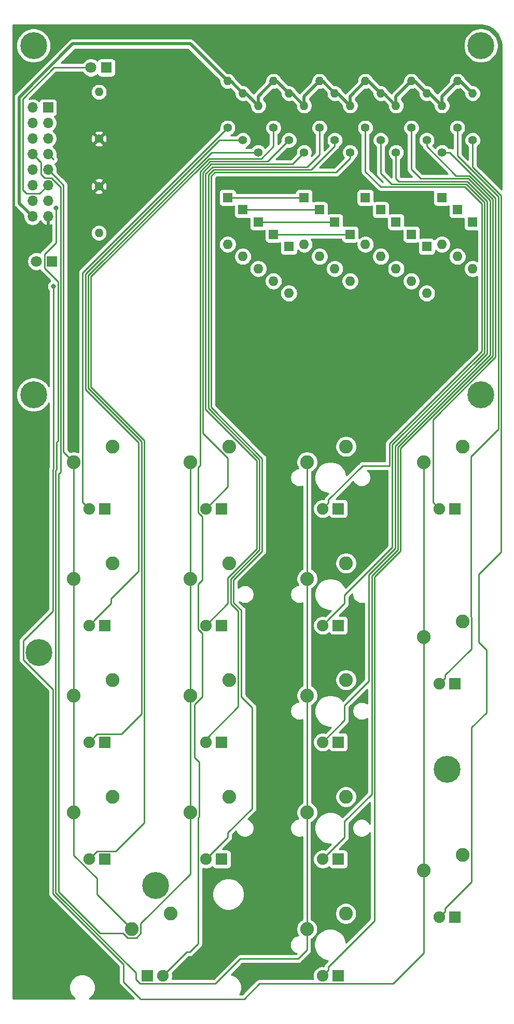
<source format=gbl>
G04 #@! TF.GenerationSoftware,KiCad,Pcbnew,(5.1.5)-3*
G04 #@! TF.CreationDate,2021-09-09T23:01:50-04:00*
G04 #@! TF.ProjectId,numpad_pcb,6e756d70-6164-45f7-9063-622e6b696361,rev?*
G04 #@! TF.SameCoordinates,Original*
G04 #@! TF.FileFunction,Copper,L2,Bot*
G04 #@! TF.FilePolarity,Positive*
%FSLAX46Y46*%
G04 Gerber Fmt 4.6, Leading zero omitted, Abs format (unit mm)*
G04 Created by KiCad (PCBNEW (5.1.5)-3) date 2021-09-09 23:01:50*
%MOMM*%
%LPD*%
G04 APERTURE LIST*
%ADD10C,4.400000*%
%ADD11R,1.905000X1.905000*%
%ADD12C,1.905000*%
%ADD13C,2.250000*%
%ADD14O,1.600000X1.600000*%
%ADD15R,1.600000X1.600000*%
%ADD16O,1.400000X1.400000*%
%ADD17C,1.400000*%
%ADD18O,1.700000X1.700000*%
%ADD19R,1.700000X1.700000*%
%ADD20C,1.800000*%
%ADD21R,1.800000X1.800000*%
%ADD22C,0.800000*%
%ADD23C,0.250000*%
%ADD24C,0.500000*%
%ADD25C,0.254000*%
G04 APERTURE END LIST*
D10*
X140550000Y-86975000D03*
D11*
X98220000Y-105580000D03*
D12*
X95680000Y-105580000D03*
D13*
X93140000Y-97960000D03*
X99490000Y-95420000D03*
D14*
X131700000Y-70420000D03*
D15*
X131700000Y-62800000D03*
D14*
X126700000Y-66420000D03*
D15*
X126700000Y-58800000D03*
D14*
X124200000Y-64420000D03*
D15*
X124200000Y-56800000D03*
D14*
X134200000Y-62420000D03*
D15*
X134200000Y-54800000D03*
D14*
X109200000Y-70420000D03*
D15*
X109200000Y-62800000D03*
D14*
X129200000Y-68420000D03*
D15*
X129200000Y-60800000D03*
D14*
X104200000Y-66420000D03*
D15*
X104200000Y-58800000D03*
D14*
X114200000Y-64420000D03*
D15*
X114200000Y-56800000D03*
D14*
X99200000Y-62420000D03*
D15*
X99200000Y-54800000D03*
D14*
X106700000Y-68420000D03*
D15*
X106700000Y-60800000D03*
D14*
X139200000Y-66420000D03*
D15*
X139200000Y-58800000D03*
D14*
X121700000Y-62420000D03*
D15*
X121700000Y-54800000D03*
D14*
X101700000Y-64420000D03*
D15*
X101700000Y-56800000D03*
D14*
X111700000Y-62420000D03*
D15*
X111700000Y-54800000D03*
D14*
X136700000Y-64420000D03*
D15*
X136700000Y-56800000D03*
D14*
X116700000Y-66420000D03*
D15*
X116700000Y-58800000D03*
D14*
X119200000Y-68420000D03*
D15*
X119200000Y-60800000D03*
D16*
X78200000Y-37580000D03*
D17*
X78200000Y-45200000D03*
D10*
X67525000Y-30000000D03*
X68400000Y-129100000D03*
X87500000Y-167100000D03*
X135000000Y-148100000D03*
X67525000Y-86975000D03*
X140550000Y-30000000D03*
D16*
X131700000Y-37800000D03*
D17*
X131700000Y-45420000D03*
D16*
X109200000Y-37800000D03*
D17*
X109200000Y-45420000D03*
D16*
X139200000Y-37800000D03*
D17*
X139200000Y-45420000D03*
D16*
X129200000Y-35800000D03*
D17*
X129200000Y-43420000D03*
D16*
X119200000Y-39800000D03*
D17*
X119200000Y-47420000D03*
D16*
X106700000Y-35800000D03*
D17*
X106700000Y-43420000D03*
D16*
X126700000Y-39800000D03*
D17*
X126700000Y-47420000D03*
D16*
X116700000Y-37800000D03*
D17*
X116700000Y-45420000D03*
D16*
X99200000Y-35800000D03*
D17*
X99200000Y-43420000D03*
D16*
X104200000Y-39800000D03*
D17*
X104200000Y-47420000D03*
D16*
X136700000Y-35800000D03*
D17*
X136700000Y-43420000D03*
D16*
X124200000Y-37800000D03*
D17*
X124200000Y-45420000D03*
D16*
X114200000Y-35800000D03*
D17*
X114200000Y-43420000D03*
D16*
X101700000Y-37800000D03*
D17*
X101700000Y-45420000D03*
D16*
X134200000Y-39800000D03*
D17*
X134200000Y-47420000D03*
D16*
X121700000Y-35800000D03*
D17*
X121700000Y-43420000D03*
D16*
X111700000Y-39800000D03*
D17*
X111700000Y-47420000D03*
D16*
X78200000Y-60570000D03*
D17*
X78200000Y-52950000D03*
D11*
X117220000Y-181830000D03*
D12*
X114680000Y-181830000D03*
D13*
X112140000Y-174210000D03*
X118490000Y-171670000D03*
D11*
X86130000Y-181830000D03*
D12*
X88670000Y-181830000D03*
D13*
X83590000Y-174210000D03*
X89940000Y-171670000D03*
D12*
X133780000Y-172280000D03*
D11*
X136320000Y-172280000D03*
D13*
X131240000Y-164660000D03*
X137590000Y-162120000D03*
D11*
X117270000Y-162780000D03*
D12*
X114730000Y-162780000D03*
D13*
X112190000Y-155160000D03*
X118540000Y-152620000D03*
D11*
X98220000Y-162780000D03*
D12*
X95680000Y-162780000D03*
D13*
X93140000Y-155160000D03*
X99490000Y-152620000D03*
D11*
X79170000Y-162780000D03*
D12*
X76630000Y-162780000D03*
D13*
X74090000Y-155160000D03*
X80440000Y-152620000D03*
D11*
X117270000Y-143680000D03*
D12*
X114730000Y-143680000D03*
D13*
X112190000Y-136060000D03*
X118540000Y-133520000D03*
D11*
X98220000Y-143680000D03*
D12*
X95680000Y-143680000D03*
D13*
X93140000Y-136060000D03*
X99490000Y-133520000D03*
D11*
X79170000Y-143680000D03*
D12*
X76630000Y-143680000D03*
D13*
X74090000Y-136060000D03*
X80440000Y-133520000D03*
D12*
X133780000Y-134180000D03*
D11*
X136320000Y-134180000D03*
D13*
X131240000Y-126560000D03*
X137590000Y-124020000D03*
D11*
X117270000Y-124630000D03*
D12*
X114730000Y-124630000D03*
D13*
X112190000Y-117010000D03*
X118540000Y-114470000D03*
D11*
X98220000Y-124630000D03*
D12*
X95680000Y-124630000D03*
D13*
X93140000Y-117010000D03*
X99490000Y-114470000D03*
D11*
X79170000Y-124630000D03*
D12*
X76630000Y-124630000D03*
D13*
X74090000Y-117010000D03*
X80440000Y-114470000D03*
D11*
X136320000Y-105580000D03*
D12*
X133780000Y-105580000D03*
D13*
X131240000Y-97960000D03*
X137590000Y-95420000D03*
D11*
X117270000Y-105580000D03*
D12*
X114730000Y-105580000D03*
D13*
X112190000Y-97960000D03*
X118540000Y-95420000D03*
D11*
X79150000Y-105580000D03*
D12*
X76610000Y-105580000D03*
D13*
X74070000Y-97960000D03*
X80420000Y-95420000D03*
D18*
X67360000Y-57880000D03*
X69900000Y-57880000D03*
X67360000Y-55340000D03*
X69900000Y-55340000D03*
X67360000Y-52800000D03*
X69900000Y-52800000D03*
X67360000Y-50260000D03*
X69900000Y-50260000D03*
X67360000Y-47720000D03*
X69900000Y-47720000D03*
X67360000Y-45180000D03*
X69900000Y-45180000D03*
X67360000Y-42640000D03*
X69900000Y-42640000D03*
X67360000Y-40100000D03*
D19*
X69900000Y-40100000D03*
D20*
X68000000Y-65200000D03*
D21*
X70540000Y-65200000D03*
D20*
X76885000Y-33600000D03*
D21*
X79425000Y-33600000D03*
D22*
X71200000Y-56550000D03*
X70774990Y-69300000D03*
D23*
X66414999Y-54164999D02*
X65775010Y-53525010D01*
X69900000Y-52800000D02*
X68535001Y-54164999D01*
X68535001Y-54164999D02*
X66414999Y-54164999D01*
X65775010Y-53525010D02*
X65775010Y-38688176D01*
X70863186Y-33600000D02*
X76885000Y-33600000D01*
X65775010Y-38688176D02*
X70863186Y-33600000D01*
D24*
X73950000Y-29700000D02*
X93100000Y-29700000D01*
X67360000Y-57880000D02*
X65200000Y-55720000D01*
X93100000Y-29700000D02*
X99200000Y-35800000D01*
X65200000Y-38450000D02*
X73950000Y-29700000D01*
X65200000Y-55720000D02*
X65200000Y-38450000D01*
X99700000Y-35800000D02*
X101700000Y-37800000D01*
X99200000Y-35800000D02*
X99700000Y-35800000D01*
X102200000Y-37800000D02*
X104200000Y-39800000D01*
X101700000Y-37800000D02*
X102200000Y-37800000D01*
X104200000Y-38300000D02*
X106700000Y-35800000D01*
X104200000Y-39800000D02*
X104200000Y-38300000D01*
X107200000Y-35800000D02*
X109200000Y-37800000D01*
X106700000Y-35800000D02*
X107200000Y-35800000D01*
X109700000Y-37800000D02*
X111700000Y-39800000D01*
X109200000Y-37800000D02*
X109700000Y-37800000D01*
X111700000Y-38300000D02*
X114200000Y-35800000D01*
X111700000Y-39800000D02*
X111700000Y-38300000D01*
X114700000Y-35800000D02*
X116700000Y-37800000D01*
X114200000Y-35800000D02*
X114700000Y-35800000D01*
X117200000Y-37800000D02*
X119200000Y-39800000D01*
X116700000Y-37800000D02*
X117200000Y-37800000D01*
X119200000Y-38300000D02*
X121700000Y-35800000D01*
X119200000Y-39800000D02*
X119200000Y-38300000D01*
X122200000Y-35800000D02*
X124200000Y-37800000D01*
X121700000Y-35800000D02*
X122200000Y-35800000D01*
X124700000Y-37800000D02*
X126700000Y-39800000D01*
X124200000Y-37800000D02*
X124700000Y-37800000D01*
X126700000Y-38300000D02*
X129200000Y-35800000D01*
X126700000Y-39800000D02*
X126700000Y-38300000D01*
X129700000Y-35800000D02*
X131700000Y-37800000D01*
X129200000Y-35800000D02*
X129700000Y-35800000D01*
X132200000Y-37800000D02*
X134200000Y-39800000D01*
X131700000Y-37800000D02*
X132200000Y-37800000D01*
X134200000Y-38300000D02*
X136700000Y-35800000D01*
X134200000Y-39800000D02*
X134200000Y-38300000D01*
X137200000Y-35800000D02*
X139200000Y-37800000D01*
X136700000Y-35800000D02*
X137200000Y-35800000D01*
D23*
X99200000Y-54800000D02*
X111700000Y-54800000D01*
X101700000Y-56800000D02*
X114200000Y-56800000D01*
X104200000Y-58800000D02*
X116700000Y-58800000D01*
X106700000Y-60800000D02*
X119200000Y-60800000D01*
X74090000Y-156750990D02*
X74090000Y-155160000D01*
X77892499Y-165933201D02*
X74090000Y-162130702D01*
X77892499Y-168512499D02*
X77892499Y-165933201D01*
X74090000Y-162130702D02*
X74090000Y-156750990D01*
X83590000Y-174210000D02*
X77892499Y-168512499D01*
X74090000Y-155160000D02*
X74090000Y-136060000D01*
X74090000Y-136060000D02*
X74090000Y-117010000D01*
X74090000Y-97980000D02*
X74070000Y-97960000D01*
X74090000Y-117010000D02*
X74090000Y-97980000D01*
X72400010Y-52750010D02*
X72400010Y-96290010D01*
X71700000Y-52050000D02*
X72400010Y-52750010D01*
X69900000Y-50260000D02*
X70749999Y-51109999D01*
X72400010Y-96290010D02*
X74070000Y-97960000D01*
X70749999Y-51109999D02*
X71700000Y-52050000D01*
X93140000Y-138093998D02*
X93140000Y-136060000D01*
X93140000Y-155160000D02*
X93140000Y-138093998D01*
X93140000Y-136060000D02*
X93140000Y-117010000D01*
X93140000Y-99993998D02*
X93140000Y-97960000D01*
X93140000Y-117010000D02*
X93140000Y-99993998D01*
X67360000Y-47720000D02*
X68535001Y-48895001D01*
X85040001Y-174906001D02*
X85040001Y-173297001D01*
X82893999Y-175660001D02*
X84286001Y-175660001D01*
X93140000Y-156750990D02*
X93140000Y-155160000D01*
X68724999Y-51013999D02*
X69335999Y-51624999D01*
X68724999Y-49084999D02*
X68724999Y-51013999D01*
X71599999Y-99923999D02*
X71599999Y-168064973D01*
X93140000Y-165197002D02*
X93140000Y-156750990D01*
X69335999Y-51624999D02*
X70464001Y-51624999D01*
X85040001Y-173297001D02*
X93140000Y-165197002D01*
X70464001Y-51624999D02*
X71950000Y-53110998D01*
X82139999Y-174906001D02*
X82893999Y-175660001D01*
X71950000Y-53110998D02*
X71950000Y-99573998D01*
X84286001Y-175660001D02*
X85040001Y-174906001D01*
X71950000Y-99573998D02*
X71599999Y-99923999D01*
X71599999Y-168064973D02*
X78441027Y-174906001D01*
X67360000Y-47720000D02*
X68724999Y-49084999D01*
X78441027Y-174906001D02*
X82139999Y-174906001D01*
X112140000Y-155210000D02*
X112190000Y-155160000D01*
X112140000Y-174210000D02*
X112140000Y-155210000D01*
X112190000Y-153569010D02*
X112190000Y-136060000D01*
X112190000Y-155160000D02*
X112190000Y-153569010D01*
X112190000Y-134469010D02*
X112190000Y-117010000D01*
X112190000Y-136060000D02*
X112190000Y-134469010D01*
X112190000Y-117010000D02*
X112190000Y-97960000D01*
X70749999Y-48569999D02*
X69900000Y-47720000D01*
X112140000Y-177256002D02*
X112140000Y-174210000D01*
X110700000Y-179050000D02*
X112140000Y-177610000D01*
X101286478Y-179050000D02*
X110700000Y-179050000D01*
X97228977Y-183107501D02*
X101286478Y-179050000D01*
X84917499Y-183107501D02*
X97228977Y-183107501D01*
X84200000Y-182390002D02*
X84917499Y-183107501D01*
X71200000Y-56550000D02*
X71200000Y-62154998D01*
X112140000Y-177610000D02*
X112140000Y-177256002D01*
X69314999Y-64039999D02*
X69314999Y-66360001D01*
X71304988Y-94695012D02*
X71304988Y-99192596D01*
X69314999Y-66360001D02*
X71499990Y-68544992D01*
X71499990Y-68544992D02*
X71499990Y-94500010D01*
X71499990Y-94500010D02*
X71304988Y-94695012D01*
X71200000Y-62154998D02*
X69314999Y-64039999D01*
X71304988Y-99192596D02*
X71149990Y-99347594D01*
X71149989Y-168251373D02*
X84200000Y-181301384D01*
X71149990Y-99347594D02*
X71149989Y-168251373D01*
X84200000Y-181301384D02*
X84200000Y-182390002D01*
X131240000Y-97960000D02*
X131240000Y-126560000D01*
X131240000Y-128150990D02*
X131240000Y-164660000D01*
X131240000Y-126560000D02*
X131240000Y-128150990D01*
X70774990Y-99086184D02*
X70774990Y-69300000D01*
X65874999Y-127125001D02*
X70699981Y-122300019D01*
X126257473Y-183107501D02*
X104392499Y-183107501D01*
X101915999Y-185584001D02*
X84984001Y-185584001D01*
X131240000Y-178124974D02*
X126257473Y-183107501D01*
X104392499Y-183107501D02*
X101915999Y-185584001D01*
X131240000Y-164660000D02*
X131240000Y-178124974D01*
X84984001Y-185584001D02*
X82200000Y-182800000D01*
X82200000Y-179937794D02*
X70699980Y-168437774D01*
X82200000Y-182800000D02*
X82200000Y-179937794D01*
X70699981Y-99161195D02*
X70774990Y-99086184D01*
X65874999Y-130224999D02*
X65874999Y-127125001D01*
X70699980Y-168437774D02*
X70699980Y-135049981D01*
X70699981Y-122300019D02*
X70699981Y-99161195D01*
X70699980Y-135049981D02*
X65874999Y-130224999D01*
X98500001Y-44119999D02*
X99200000Y-43420000D01*
X75561099Y-67058901D02*
X98500001Y-44119999D01*
X75561099Y-104531099D02*
X75561099Y-67058901D01*
X76610000Y-105580000D02*
X75561099Y-104531099D01*
X95680000Y-105580000D02*
X99268901Y-101991099D01*
X99268901Y-97344903D02*
X95156420Y-93232422D01*
X99268901Y-101991099D02*
X99268901Y-97344903D01*
X95156420Y-93232422D02*
X95156420Y-50742810D01*
X95156420Y-50742810D02*
X96554209Y-49345021D01*
X109774979Y-49345021D02*
X111700000Y-47420000D01*
X96554209Y-49345021D02*
X109774979Y-49345021D01*
X121700000Y-43420000D02*
X121700000Y-50550000D01*
X121700000Y-50550000D02*
X124200000Y-53050000D01*
X137950000Y-53050000D02*
X138700000Y-53800000D01*
X124200000Y-53050000D02*
X137950000Y-53050000D01*
X138574999Y-53674999D02*
X138700000Y-53800000D01*
X115682499Y-104121499D02*
X115682499Y-104627501D01*
X121253998Y-98550000D02*
X115682499Y-104121499D01*
X140700000Y-55800000D02*
X140700000Y-79905948D01*
X138700000Y-53800000D02*
X140700000Y-55800000D01*
X125649960Y-94955988D02*
X125649960Y-98550000D01*
X115682499Y-104627501D02*
X114730000Y-105580000D01*
X125649960Y-98550000D02*
X121253998Y-98550000D01*
X140700000Y-79905948D02*
X125649960Y-94955988D01*
X132731099Y-104531099D02*
X133780000Y-105580000D01*
X134200000Y-47420000D02*
X135502050Y-47420000D01*
X142950049Y-54867999D02*
X142950049Y-80837949D01*
X135502050Y-47420000D02*
X142950049Y-54867999D01*
X142950049Y-80837949D02*
X132731099Y-91056899D01*
X132731099Y-91056899D02*
X132731099Y-104531099D01*
X80218901Y-121041099D02*
X77582499Y-123677501D01*
X80218901Y-120281099D02*
X80218901Y-121041099D01*
X84700000Y-115800000D02*
X80218901Y-120281099D01*
X101700000Y-45420000D02*
X97836410Y-45420000D01*
X77582499Y-123677501D02*
X76630000Y-124630000D01*
X76011109Y-67245301D02*
X76011109Y-86111109D01*
X97836410Y-45420000D02*
X76011109Y-67245301D01*
X76011109Y-86111109D02*
X84700000Y-94800000D01*
X84700000Y-94800000D02*
X84700000Y-115800000D01*
X114200000Y-47800000D02*
X114200000Y-43420000D01*
X95606430Y-50929210D02*
X96740609Y-49795031D01*
X95606430Y-89390428D02*
X95606430Y-50929210D01*
X99268901Y-121041099D02*
X99268901Y-116837101D01*
X103950000Y-97733998D02*
X95606430Y-89390428D01*
X95680000Y-124630000D02*
X99268901Y-121041099D01*
X96740609Y-49795031D02*
X112204969Y-49795031D01*
X99268901Y-116837101D02*
X103950000Y-112156002D01*
X112204969Y-49795031D02*
X114200000Y-47800000D01*
X103950000Y-112156002D02*
X103950000Y-97733998D01*
X118318901Y-121041099D02*
X115682499Y-123677501D01*
X126099970Y-111900030D02*
X118318901Y-119681099D01*
X115682499Y-123677501D02*
X114730000Y-124630000D01*
X126099970Y-95142388D02*
X126099970Y-111900030D01*
X124200000Y-45420000D02*
X124200000Y-50849990D01*
X138136401Y-52599991D02*
X141150010Y-55613600D01*
X124200000Y-50849990D02*
X125950000Y-52599990D01*
X118318901Y-119681099D02*
X118318901Y-121041099D01*
X141150010Y-80092348D02*
X126099970Y-95142388D01*
X125950000Y-52599990D02*
X138136401Y-52599991D01*
X141150010Y-55613600D02*
X141150010Y-80092348D01*
X133780000Y-134180000D02*
X134732499Y-133227501D01*
X134732499Y-133227501D02*
X134732499Y-132721499D01*
X139040001Y-128459999D02*
X138950000Y-128550000D01*
X139040001Y-123323999D02*
X139040001Y-128459999D01*
X138929999Y-97070001D02*
X138929999Y-123213997D01*
X143400058Y-92599942D02*
X138929999Y-97070001D01*
X136700000Y-43420000D02*
X136700000Y-47981540D01*
X138929999Y-123213997D02*
X139040001Y-123323999D01*
X143400058Y-54681600D02*
X143400058Y-92599942D01*
X136700000Y-47981540D02*
X143400058Y-54681600D01*
X138950000Y-128550000D02*
X139040001Y-128413997D01*
X134732499Y-132721499D02*
X138950000Y-128550000D01*
X104200000Y-47420000D02*
X96570000Y-47420000D01*
X96570000Y-47420000D02*
X76461119Y-67528881D01*
X76461119Y-67528881D02*
X76461119Y-85924709D01*
X77582499Y-142727501D02*
X76630000Y-143680000D01*
X77907501Y-142402499D02*
X77582499Y-142727501D01*
X85150010Y-139099990D02*
X81847501Y-142402499D01*
X81847501Y-142402499D02*
X77907501Y-142402499D01*
X85150010Y-94613600D02*
X85150010Y-139099990D01*
X76461119Y-85924709D02*
X85150010Y-94613600D01*
X100940001Y-122290001D02*
X99718911Y-121068911D01*
X100940001Y-137913997D02*
X100940001Y-122290001D01*
X95680000Y-143680000D02*
X95680000Y-143173998D01*
X95680000Y-143173998D02*
X100940001Y-137913997D01*
X99718911Y-121068911D02*
X99718911Y-117023501D01*
X99718911Y-117023501D02*
X104400010Y-112342402D01*
X104400010Y-112342402D02*
X104400009Y-97547597D01*
X104400009Y-97547597D02*
X96056440Y-89204028D01*
X96056440Y-89204028D02*
X96056440Y-51115610D01*
X96056440Y-51115610D02*
X96927009Y-50245041D01*
X116700000Y-46409949D02*
X116700000Y-45420000D01*
X112864909Y-50245040D02*
X116700000Y-46409949D01*
X96927009Y-50245041D02*
X112864909Y-50245040D01*
X118318901Y-140091099D02*
X114730000Y-143680000D01*
X138322802Y-52149982D02*
X141600020Y-55427200D01*
X127200000Y-52149981D02*
X138322802Y-52149982D01*
X122280001Y-116356409D02*
X122280001Y-133719999D01*
X141600020Y-55427200D02*
X141600020Y-80278748D01*
X122280001Y-133719999D02*
X118318901Y-137681099D01*
X126700000Y-51649981D02*
X127200000Y-52149981D01*
X126700000Y-47420000D02*
X126700000Y-51649981D01*
X141600020Y-80278748D02*
X126549980Y-95328788D01*
X126549980Y-95328788D02*
X126549980Y-112086430D01*
X126549980Y-112086430D02*
X122280001Y-116356409D01*
X118318901Y-137681099D02*
X118318901Y-140091099D01*
X77582499Y-161827501D02*
X76630000Y-162780000D01*
X85600020Y-156855982D02*
X80953503Y-161502499D01*
X77907501Y-161502499D02*
X77582499Y-161827501D01*
X76911129Y-85738309D02*
X85600020Y-94427200D01*
X85600020Y-94427200D02*
X85600020Y-156855982D01*
X96181409Y-48445001D02*
X76911129Y-67715281D01*
X106700000Y-43420000D02*
X106700000Y-46437002D01*
X106700000Y-46437002D02*
X104692001Y-48445001D01*
X104692001Y-48445001D02*
X96181409Y-48445001D01*
X80953503Y-161502499D02*
X77907501Y-161502499D01*
X76911129Y-67715281D02*
X76911129Y-85738309D01*
X119200000Y-48409949D02*
X116914900Y-50695049D01*
X119200000Y-47420000D02*
X119200000Y-48409949D01*
X116914900Y-50695049D02*
X97113411Y-50695049D01*
X97113411Y-50695049D02*
X96506450Y-51302010D01*
X96506450Y-51302010D02*
X96506450Y-89017628D01*
X104850018Y-97361198D02*
X104850019Y-112528803D01*
X96506450Y-89017628D02*
X104850018Y-97361198D01*
X100200000Y-120913590D02*
X101450000Y-122163590D01*
X104850019Y-112528803D02*
X100200000Y-117178822D01*
X100200000Y-117178822D02*
X100200000Y-120913590D01*
X99268901Y-159191099D02*
X96632499Y-161827501D01*
X99268901Y-158481099D02*
X99268901Y-159191099D01*
X103230001Y-138023999D02*
X103230001Y-154519999D01*
X96632499Y-161827501D02*
X95680000Y-162780000D01*
X103230001Y-154519999D02*
X99268901Y-158481099D01*
X101450000Y-136243998D02*
X103230001Y-138023999D01*
X101450000Y-122163590D02*
X101450000Y-136243998D01*
X115682499Y-161827501D02*
X114730000Y-162780000D01*
X118318901Y-159191099D02*
X115682499Y-161827501D01*
X138509203Y-51699973D02*
X142050030Y-55240800D01*
X142050030Y-55240800D02*
X142050030Y-80465148D01*
X142050030Y-80465148D02*
X126999990Y-95515188D01*
X129200000Y-43420000D02*
X129200000Y-50199972D01*
X130700000Y-51699972D02*
X138509203Y-51699973D01*
X126999990Y-95515188D02*
X126999989Y-112272831D01*
X129200000Y-50199972D02*
X130700000Y-51699972D01*
X126999989Y-112272831D02*
X122730011Y-116542809D01*
X122730011Y-116542809D02*
X122730011Y-152175817D01*
X122730011Y-152175817D02*
X118318901Y-156586927D01*
X118318901Y-156586927D02*
X118318901Y-159191099D01*
X139200000Y-49845131D02*
X139200000Y-45420000D01*
X139040001Y-166513997D02*
X139040001Y-141296477D01*
X134732499Y-170821499D02*
X139040001Y-166513997D01*
X133780000Y-172280000D02*
X134732499Y-171327501D01*
X143850068Y-112610410D02*
X143850067Y-54495199D01*
X139040001Y-141296477D02*
X141450000Y-138886478D01*
X141450000Y-138886478D02*
X141450000Y-128643998D01*
X141450000Y-128643998D02*
X140185999Y-127379997D01*
X140185999Y-127379997D02*
X140185999Y-116274479D01*
X134732499Y-171327501D02*
X134732499Y-170821499D01*
X140185999Y-116274479D02*
X143850068Y-112610410D01*
X143850067Y-54495199D02*
X139200000Y-49845131D01*
X109200000Y-45420000D02*
X105724989Y-48895011D01*
X105724989Y-48895011D02*
X96367809Y-48895011D01*
X96367809Y-48895011D02*
X94706410Y-50556410D01*
X94706410Y-98539592D02*
X94706410Y-50556410D01*
X94402499Y-98843503D02*
X94706410Y-98539592D01*
X94402499Y-106193201D02*
X94402499Y-98843503D01*
X95066799Y-106857501D02*
X94402499Y-106193201D01*
X94402499Y-117893503D02*
X95066799Y-117229203D01*
X95066799Y-117229203D02*
X95066799Y-106857501D01*
X95066799Y-125907501D02*
X94402499Y-125243201D01*
X94402499Y-125243201D02*
X94402499Y-117893503D01*
X93836001Y-146186001D02*
X93836001Y-137510001D01*
X93836001Y-137510001D02*
X95066799Y-136279203D01*
X94590001Y-146940001D02*
X93836001Y-146186001D01*
X95066799Y-136279203D02*
X95066799Y-125907501D01*
X94590001Y-155856001D02*
X94590001Y-146940001D01*
X94402499Y-176603503D02*
X94402499Y-156043503D01*
X93056001Y-177950001D02*
X94402499Y-176603503D01*
X94402499Y-156043503D02*
X94590001Y-155856001D01*
X92549999Y-177950001D02*
X93056001Y-177950001D01*
X88670000Y-181830000D02*
X92549999Y-177950001D01*
X115632499Y-180877501D02*
X114680000Y-181830000D01*
X115632499Y-180371499D02*
X115632499Y-180877501D01*
X123180021Y-119819979D02*
X123180021Y-172823977D01*
X136512961Y-51249963D02*
X138695604Y-51249964D01*
X142500040Y-55054400D02*
X142500040Y-80651548D01*
X123180021Y-172823977D02*
X115632499Y-180371499D01*
X127450000Y-95701588D02*
X127450000Y-98550000D01*
X131700000Y-46437002D02*
X136512961Y-51249963D01*
X131700000Y-45420000D02*
X131700000Y-46437002D01*
X142500040Y-80651548D02*
X127450000Y-95701588D01*
X127450000Y-98550000D02*
X127449998Y-112459232D01*
X123200000Y-119800000D02*
X123180021Y-119819979D01*
X127449998Y-112459232D02*
X123200000Y-116709230D01*
X138695604Y-51249964D02*
X142500040Y-55054400D01*
X123200000Y-116709230D02*
X123200000Y-119800000D01*
D25*
G36*
X141198126Y-26726714D02*
G01*
X141821572Y-26914943D01*
X142396579Y-27220681D01*
X142901247Y-27632279D01*
X143316362Y-28134067D01*
X143626105Y-28706924D01*
X143818682Y-29329039D01*
X143890001Y-30007594D01*
X143890001Y-53460331D01*
X139960000Y-49530330D01*
X139960000Y-46517775D01*
X140051013Y-46456962D01*
X140236962Y-46271013D01*
X140383061Y-46052359D01*
X140483696Y-45809405D01*
X140535000Y-45551486D01*
X140535000Y-45288514D01*
X140483696Y-45030595D01*
X140383061Y-44787641D01*
X140236962Y-44568987D01*
X140051013Y-44383038D01*
X139832359Y-44236939D01*
X139589405Y-44136304D01*
X139331486Y-44085000D01*
X139068514Y-44085000D01*
X138810595Y-44136304D01*
X138567641Y-44236939D01*
X138348987Y-44383038D01*
X138163038Y-44568987D01*
X138016939Y-44787641D01*
X137916304Y-45030595D01*
X137865000Y-45288514D01*
X137865000Y-45551486D01*
X137916304Y-45809405D01*
X138016939Y-46052359D01*
X138163038Y-46271013D01*
X138348987Y-46456962D01*
X138440001Y-46517775D01*
X138440000Y-48646739D01*
X137460000Y-47666739D01*
X137460000Y-44517775D01*
X137551013Y-44456962D01*
X137736962Y-44271013D01*
X137883061Y-44052359D01*
X137983696Y-43809405D01*
X138035000Y-43551486D01*
X138035000Y-43288514D01*
X137983696Y-43030595D01*
X137883061Y-42787641D01*
X137736962Y-42568987D01*
X137551013Y-42383038D01*
X137332359Y-42236939D01*
X137089405Y-42136304D01*
X136831486Y-42085000D01*
X136568514Y-42085000D01*
X136310595Y-42136304D01*
X136067641Y-42236939D01*
X135848987Y-42383038D01*
X135663038Y-42568987D01*
X135516939Y-42787641D01*
X135416304Y-43030595D01*
X135365000Y-43288514D01*
X135365000Y-43551486D01*
X135416304Y-43809405D01*
X135516939Y-44052359D01*
X135663038Y-44271013D01*
X135848987Y-44456962D01*
X135940000Y-44517775D01*
X135940001Y-46796249D01*
X135926326Y-46785026D01*
X135794297Y-46714454D01*
X135651036Y-46670997D01*
X135539383Y-46660000D01*
X135539372Y-46660000D01*
X135502050Y-46656324D01*
X135464728Y-46660000D01*
X135297775Y-46660000D01*
X135236962Y-46568987D01*
X135051013Y-46383038D01*
X134832359Y-46236939D01*
X134589405Y-46136304D01*
X134331486Y-46085000D01*
X134068514Y-46085000D01*
X133810595Y-46136304D01*
X133567641Y-46236939D01*
X133348987Y-46383038D01*
X133163038Y-46568987D01*
X133060398Y-46722599D01*
X132672887Y-46335088D01*
X132736962Y-46271013D01*
X132883061Y-46052359D01*
X132983696Y-45809405D01*
X133035000Y-45551486D01*
X133035000Y-45288514D01*
X132983696Y-45030595D01*
X132883061Y-44787641D01*
X132736962Y-44568987D01*
X132551013Y-44383038D01*
X132332359Y-44236939D01*
X132089405Y-44136304D01*
X131831486Y-44085000D01*
X131568514Y-44085000D01*
X131310595Y-44136304D01*
X131067641Y-44236939D01*
X130848987Y-44383038D01*
X130663038Y-44568987D01*
X130516939Y-44787641D01*
X130416304Y-45030595D01*
X130365000Y-45288514D01*
X130365000Y-45551486D01*
X130416304Y-45809405D01*
X130516939Y-46052359D01*
X130663038Y-46271013D01*
X130848987Y-46456962D01*
X130944581Y-46520835D01*
X130950998Y-46585988D01*
X130956177Y-46603061D01*
X130994454Y-46729248D01*
X131065026Y-46861278D01*
X131114000Y-46920952D01*
X131160000Y-46977003D01*
X131188998Y-47000801D01*
X135128169Y-50939973D01*
X131014802Y-50939972D01*
X129960000Y-49885171D01*
X129960000Y-44517775D01*
X130051013Y-44456962D01*
X130236962Y-44271013D01*
X130383061Y-44052359D01*
X130483696Y-43809405D01*
X130535000Y-43551486D01*
X130535000Y-43288514D01*
X130483696Y-43030595D01*
X130383061Y-42787641D01*
X130236962Y-42568987D01*
X130051013Y-42383038D01*
X129832359Y-42236939D01*
X129589405Y-42136304D01*
X129331486Y-42085000D01*
X129068514Y-42085000D01*
X128810595Y-42136304D01*
X128567641Y-42236939D01*
X128348987Y-42383038D01*
X128163038Y-42568987D01*
X128016939Y-42787641D01*
X127916304Y-43030595D01*
X127865000Y-43288514D01*
X127865000Y-43551486D01*
X127916304Y-43809405D01*
X128016939Y-44052359D01*
X128163038Y-44271013D01*
X128348987Y-44456962D01*
X128440000Y-44517775D01*
X128440001Y-50162640D01*
X128436324Y-50199972D01*
X128440001Y-50237305D01*
X128450998Y-50348958D01*
X128453993Y-50358830D01*
X128494454Y-50492218D01*
X128565026Y-50624248D01*
X128635371Y-50709963D01*
X128660000Y-50739973D01*
X128688998Y-50763771D01*
X129315208Y-51389981D01*
X127514801Y-51389981D01*
X127460000Y-51335180D01*
X127460000Y-48517775D01*
X127551013Y-48456962D01*
X127736962Y-48271013D01*
X127883061Y-48052359D01*
X127983696Y-47809405D01*
X128035000Y-47551486D01*
X128035000Y-47288514D01*
X127983696Y-47030595D01*
X127883061Y-46787641D01*
X127736962Y-46568987D01*
X127551013Y-46383038D01*
X127332359Y-46236939D01*
X127089405Y-46136304D01*
X126831486Y-46085000D01*
X126568514Y-46085000D01*
X126310595Y-46136304D01*
X126067641Y-46236939D01*
X125848987Y-46383038D01*
X125663038Y-46568987D01*
X125516939Y-46787641D01*
X125416304Y-47030595D01*
X125365000Y-47288514D01*
X125365000Y-47551486D01*
X125416304Y-47809405D01*
X125516939Y-48052359D01*
X125663038Y-48271013D01*
X125848987Y-48456962D01*
X125940000Y-48517775D01*
X125940001Y-51515189D01*
X124960000Y-50535189D01*
X124960000Y-46517775D01*
X125051013Y-46456962D01*
X125236962Y-46271013D01*
X125383061Y-46052359D01*
X125483696Y-45809405D01*
X125535000Y-45551486D01*
X125535000Y-45288514D01*
X125483696Y-45030595D01*
X125383061Y-44787641D01*
X125236962Y-44568987D01*
X125051013Y-44383038D01*
X124832359Y-44236939D01*
X124589405Y-44136304D01*
X124331486Y-44085000D01*
X124068514Y-44085000D01*
X123810595Y-44136304D01*
X123567641Y-44236939D01*
X123348987Y-44383038D01*
X123163038Y-44568987D01*
X123016939Y-44787641D01*
X122916304Y-45030595D01*
X122865000Y-45288514D01*
X122865000Y-45551486D01*
X122916304Y-45809405D01*
X123016939Y-46052359D01*
X123163038Y-46271013D01*
X123348987Y-46456962D01*
X123440000Y-46517775D01*
X123440001Y-50812658D01*
X123436324Y-50849990D01*
X123440001Y-50887323D01*
X123450998Y-50998976D01*
X123455555Y-51013999D01*
X123494454Y-51142236D01*
X123565026Y-51274266D01*
X123630041Y-51353486D01*
X123660000Y-51389991D01*
X123688998Y-51413789D01*
X124565208Y-52290000D01*
X124514802Y-52290000D01*
X122460000Y-50235199D01*
X122460000Y-44517775D01*
X122551013Y-44456962D01*
X122736962Y-44271013D01*
X122883061Y-44052359D01*
X122983696Y-43809405D01*
X123035000Y-43551486D01*
X123035000Y-43288514D01*
X122983696Y-43030595D01*
X122883061Y-42787641D01*
X122736962Y-42568987D01*
X122551013Y-42383038D01*
X122332359Y-42236939D01*
X122089405Y-42136304D01*
X121831486Y-42085000D01*
X121568514Y-42085000D01*
X121310595Y-42136304D01*
X121067641Y-42236939D01*
X120848987Y-42383038D01*
X120663038Y-42568987D01*
X120516939Y-42787641D01*
X120416304Y-43030595D01*
X120365000Y-43288514D01*
X120365000Y-43551486D01*
X120416304Y-43809405D01*
X120516939Y-44052359D01*
X120663038Y-44271013D01*
X120848987Y-44456962D01*
X120940000Y-44517775D01*
X120940001Y-50512668D01*
X120936324Y-50550000D01*
X120940001Y-50587333D01*
X120950998Y-50698986D01*
X120957904Y-50721753D01*
X120994454Y-50842246D01*
X121065026Y-50974276D01*
X121128265Y-51051332D01*
X121160000Y-51090001D01*
X121188998Y-51113799D01*
X123636200Y-53561002D01*
X123659999Y-53590001D01*
X123688997Y-53613799D01*
X123775723Y-53684974D01*
X123891076Y-53746632D01*
X123907753Y-53755546D01*
X124051014Y-53799003D01*
X124162667Y-53810000D01*
X124162677Y-53810000D01*
X124200000Y-53813676D01*
X124237323Y-53810000D01*
X132794063Y-53810000D01*
X132774188Y-53875518D01*
X132761928Y-54000000D01*
X132761928Y-55600000D01*
X132774188Y-55724482D01*
X132810498Y-55844180D01*
X132869463Y-55954494D01*
X132948815Y-56051185D01*
X133045506Y-56130537D01*
X133155820Y-56189502D01*
X133275518Y-56225812D01*
X133400000Y-56238072D01*
X135000000Y-56238072D01*
X135124482Y-56225812D01*
X135244180Y-56189502D01*
X135261928Y-56180015D01*
X135261928Y-57600000D01*
X135274188Y-57724482D01*
X135310498Y-57844180D01*
X135369463Y-57954494D01*
X135448815Y-58051185D01*
X135545506Y-58130537D01*
X135655820Y-58189502D01*
X135775518Y-58225812D01*
X135900000Y-58238072D01*
X137500000Y-58238072D01*
X137624482Y-58225812D01*
X137744180Y-58189502D01*
X137761928Y-58180015D01*
X137761928Y-59600000D01*
X137774188Y-59724482D01*
X137810498Y-59844180D01*
X137869463Y-59954494D01*
X137948815Y-60051185D01*
X138045506Y-60130537D01*
X138155820Y-60189502D01*
X138275518Y-60225812D01*
X138400000Y-60238072D01*
X139940000Y-60238072D01*
X139940000Y-65188593D01*
X139879727Y-65148320D01*
X139618574Y-65040147D01*
X139341335Y-64985000D01*
X139058665Y-64985000D01*
X138781426Y-65040147D01*
X138520273Y-65148320D01*
X138285241Y-65305363D01*
X138085363Y-65505241D01*
X137928320Y-65740273D01*
X137820147Y-66001426D01*
X137765000Y-66278665D01*
X137765000Y-66561335D01*
X137820147Y-66838574D01*
X137928320Y-67099727D01*
X138085363Y-67334759D01*
X138285241Y-67534637D01*
X138520273Y-67691680D01*
X138781426Y-67799853D01*
X139058665Y-67855000D01*
X139341335Y-67855000D01*
X139618574Y-67799853D01*
X139879727Y-67691680D01*
X139940000Y-67651407D01*
X139940001Y-79591145D01*
X125138963Y-94392184D01*
X125109959Y-94415987D01*
X125054831Y-94483162D01*
X125014986Y-94531712D01*
X124977209Y-94602387D01*
X124944414Y-94663742D01*
X124900957Y-94807003D01*
X124889960Y-94918656D01*
X124889960Y-94918666D01*
X124886284Y-94955988D01*
X124889960Y-94993311D01*
X124889961Y-97790000D01*
X121291320Y-97790000D01*
X121253997Y-97786324D01*
X121216674Y-97790000D01*
X121216665Y-97790000D01*
X121105012Y-97800997D01*
X120961751Y-97844454D01*
X120829722Y-97915026D01*
X120820410Y-97922668D01*
X120742994Y-97986201D01*
X120742990Y-97986205D01*
X120713997Y-98009999D01*
X120690203Y-98038992D01*
X118605543Y-100123653D01*
X118527873Y-99733178D01*
X118329701Y-99254749D01*
X118042000Y-98824174D01*
X117675826Y-98458000D01*
X117245251Y-98170299D01*
X116766822Y-97972127D01*
X116258924Y-97871100D01*
X115741076Y-97871100D01*
X115233178Y-97972127D01*
X114754749Y-98170299D01*
X114324174Y-98458000D01*
X113958000Y-98824174D01*
X113670299Y-99254749D01*
X113472127Y-99733178D01*
X113371100Y-100241076D01*
X113371100Y-100758924D01*
X113472127Y-101266822D01*
X113670299Y-101745251D01*
X113958000Y-102175826D01*
X114324174Y-102542000D01*
X114754749Y-102829701D01*
X115233178Y-103027873D01*
X115623654Y-103105543D01*
X115171502Y-103557695D01*
X115142498Y-103581498D01*
X115087370Y-103648673D01*
X115047525Y-103697223D01*
X115010002Y-103767423D01*
X114976953Y-103829253D01*
X114933496Y-103972514D01*
X114930660Y-104001313D01*
X114886355Y-103992500D01*
X114573645Y-103992500D01*
X114266943Y-104053507D01*
X113978037Y-104173176D01*
X113718028Y-104346908D01*
X113496908Y-104568028D01*
X113323176Y-104828037D01*
X113203507Y-105116943D01*
X113142500Y-105423645D01*
X113142500Y-105736355D01*
X113203507Y-106043057D01*
X113323176Y-106331963D01*
X113496908Y-106591972D01*
X113718028Y-106813092D01*
X113978037Y-106986824D01*
X114266943Y-107106493D01*
X114573645Y-107167500D01*
X114886355Y-107167500D01*
X115193057Y-107106493D01*
X115481963Y-106986824D01*
X115741972Y-106813092D01*
X115745549Y-106809515D01*
X115786963Y-106886994D01*
X115866315Y-106983685D01*
X115963006Y-107063037D01*
X116073320Y-107122002D01*
X116193018Y-107158312D01*
X116317500Y-107170572D01*
X118222500Y-107170572D01*
X118346982Y-107158312D01*
X118466680Y-107122002D01*
X118576994Y-107063037D01*
X118673685Y-106983685D01*
X118753037Y-106886994D01*
X118812002Y-106776680D01*
X118848312Y-106656982D01*
X118860572Y-106532500D01*
X118860572Y-104627500D01*
X118848312Y-104503018D01*
X118812002Y-104383320D01*
X118753037Y-104273006D01*
X118673685Y-104176315D01*
X118576994Y-104096963D01*
X118466680Y-104037998D01*
X118346982Y-104001688D01*
X118222500Y-103989428D01*
X116889371Y-103989428D01*
X119718920Y-101159880D01*
X119741856Y-101215253D01*
X119907107Y-101462569D01*
X120117431Y-101672893D01*
X120364747Y-101838144D01*
X120639549Y-101951971D01*
X120931278Y-102010000D01*
X121228722Y-102010000D01*
X121520451Y-101951971D01*
X121795253Y-101838144D01*
X122042569Y-101672893D01*
X122252893Y-101462569D01*
X122418144Y-101215253D01*
X122531971Y-100940451D01*
X122590000Y-100648722D01*
X122590000Y-100351278D01*
X122531971Y-100059549D01*
X122418144Y-99784747D01*
X122252893Y-99537431D01*
X122042569Y-99327107D01*
X122016967Y-99310000D01*
X125339970Y-99310000D01*
X125339971Y-111585227D01*
X118414859Y-118510339D01*
X118329701Y-118304749D01*
X118042000Y-117874174D01*
X117675826Y-117508000D01*
X117245251Y-117220299D01*
X116766822Y-117022127D01*
X116258924Y-116921100D01*
X115741076Y-116921100D01*
X115233178Y-117022127D01*
X114754749Y-117220299D01*
X114324174Y-117508000D01*
X113958000Y-117874174D01*
X113670299Y-118304749D01*
X113472127Y-118783178D01*
X113371100Y-119291076D01*
X113371100Y-119808924D01*
X113472127Y-120316822D01*
X113670299Y-120795251D01*
X113958000Y-121225826D01*
X114324174Y-121592000D01*
X114754749Y-121879701D01*
X115233178Y-122077873D01*
X115741076Y-122178900D01*
X116106298Y-122178900D01*
X115183578Y-123101621D01*
X114886355Y-123042500D01*
X114573645Y-123042500D01*
X114266943Y-123103507D01*
X113978037Y-123223176D01*
X113718028Y-123396908D01*
X113496908Y-123618028D01*
X113323176Y-123878037D01*
X113203507Y-124166943D01*
X113142500Y-124473645D01*
X113142500Y-124786355D01*
X113203507Y-125093057D01*
X113323176Y-125381963D01*
X113496908Y-125641972D01*
X113718028Y-125863092D01*
X113978037Y-126036824D01*
X114266943Y-126156493D01*
X114573645Y-126217500D01*
X114886355Y-126217500D01*
X115193057Y-126156493D01*
X115481963Y-126036824D01*
X115741972Y-125863092D01*
X115745549Y-125859515D01*
X115786963Y-125936994D01*
X115866315Y-126033685D01*
X115963006Y-126113037D01*
X116073320Y-126172002D01*
X116193018Y-126208312D01*
X116317500Y-126220572D01*
X118222500Y-126220572D01*
X118346982Y-126208312D01*
X118466680Y-126172002D01*
X118576994Y-126113037D01*
X118673685Y-126033685D01*
X118753037Y-125936994D01*
X118812002Y-125826680D01*
X118848312Y-125706982D01*
X118860572Y-125582500D01*
X118860572Y-123677500D01*
X118848312Y-123553018D01*
X118812002Y-123433320D01*
X118753037Y-123323006D01*
X118673685Y-123226315D01*
X118576994Y-123146963D01*
X118466680Y-123087998D01*
X118346982Y-123051688D01*
X118222500Y-123039428D01*
X117395374Y-123039428D01*
X118829909Y-121604894D01*
X118858902Y-121581100D01*
X118882696Y-121552107D01*
X118882700Y-121552103D01*
X118953874Y-121465376D01*
X118953875Y-121465375D01*
X119024447Y-121333346D01*
X119067904Y-121190085D01*
X119078901Y-121078432D01*
X119078901Y-121078423D01*
X119082577Y-121041100D01*
X119078901Y-121003777D01*
X119078901Y-119995900D01*
X119570000Y-119504801D01*
X119570000Y-119698722D01*
X119628029Y-119990451D01*
X119741856Y-120265253D01*
X119907107Y-120512569D01*
X120117431Y-120722893D01*
X120364747Y-120888144D01*
X120639549Y-121001971D01*
X120931278Y-121060000D01*
X121228722Y-121060000D01*
X121520001Y-121002060D01*
X121520002Y-133405196D01*
X118021512Y-136903686D01*
X117675826Y-136558000D01*
X117245251Y-136270299D01*
X116766822Y-136072127D01*
X116258924Y-135971100D01*
X115741076Y-135971100D01*
X115233178Y-136072127D01*
X114754749Y-136270299D01*
X114324174Y-136558000D01*
X113958000Y-136924174D01*
X113670299Y-137354749D01*
X113472127Y-137833178D01*
X113371100Y-138341076D01*
X113371100Y-138858924D01*
X113472127Y-139366822D01*
X113670299Y-139845251D01*
X113958000Y-140275826D01*
X114324174Y-140642000D01*
X114754749Y-140929701D01*
X115233178Y-141127873D01*
X115741076Y-141228900D01*
X116106298Y-141228900D01*
X115183577Y-142151621D01*
X114886355Y-142092500D01*
X114573645Y-142092500D01*
X114266943Y-142153507D01*
X113978037Y-142273176D01*
X113718028Y-142446908D01*
X113496908Y-142668028D01*
X113323176Y-142928037D01*
X113203507Y-143216943D01*
X113142500Y-143523645D01*
X113142500Y-143836355D01*
X113203507Y-144143057D01*
X113323176Y-144431963D01*
X113496908Y-144691972D01*
X113718028Y-144913092D01*
X113978037Y-145086824D01*
X114266943Y-145206493D01*
X114573645Y-145267500D01*
X114886355Y-145267500D01*
X115193057Y-145206493D01*
X115481963Y-145086824D01*
X115741972Y-144913092D01*
X115745549Y-144909515D01*
X115786963Y-144986994D01*
X115866315Y-145083685D01*
X115963006Y-145163037D01*
X116073320Y-145222002D01*
X116193018Y-145258312D01*
X116317500Y-145270572D01*
X118222500Y-145270572D01*
X118346982Y-145258312D01*
X118466680Y-145222002D01*
X118576994Y-145163037D01*
X118673685Y-145083685D01*
X118753037Y-144986994D01*
X118812002Y-144876680D01*
X118848312Y-144756982D01*
X118860572Y-144632500D01*
X118860572Y-142727500D01*
X118848312Y-142603018D01*
X118812002Y-142483320D01*
X118753037Y-142373006D01*
X118673685Y-142276315D01*
X118576994Y-142196963D01*
X118466680Y-142137998D01*
X118346982Y-142101688D01*
X118222500Y-142089428D01*
X117395374Y-142089428D01*
X118829909Y-140654894D01*
X118858902Y-140631100D01*
X118882696Y-140602107D01*
X118882700Y-140602103D01*
X118953874Y-140515376D01*
X118953875Y-140515375D01*
X119024447Y-140383346D01*
X119067904Y-140240085D01*
X119078901Y-140128432D01*
X119078901Y-140128423D01*
X119082577Y-140091100D01*
X119078901Y-140053777D01*
X119078901Y-137995900D01*
X121970012Y-135104790D01*
X121970012Y-137378626D01*
X121795253Y-137261856D01*
X121520451Y-137148029D01*
X121228722Y-137090000D01*
X120931278Y-137090000D01*
X120639549Y-137148029D01*
X120364747Y-137261856D01*
X120117431Y-137427107D01*
X119907107Y-137637431D01*
X119741856Y-137884747D01*
X119628029Y-138159549D01*
X119570000Y-138451278D01*
X119570000Y-138748722D01*
X119628029Y-139040451D01*
X119741856Y-139315253D01*
X119907107Y-139562569D01*
X120117431Y-139772893D01*
X120364747Y-139938144D01*
X120639549Y-140051971D01*
X120931278Y-140110000D01*
X121228722Y-140110000D01*
X121520451Y-140051971D01*
X121795253Y-139938144D01*
X121970012Y-139821374D01*
X121970012Y-151861014D01*
X117924426Y-155906600D01*
X117675826Y-155658000D01*
X117245251Y-155370299D01*
X116766822Y-155172127D01*
X116258924Y-155071100D01*
X115741076Y-155071100D01*
X115233178Y-155172127D01*
X114754749Y-155370299D01*
X114324174Y-155658000D01*
X113958000Y-156024174D01*
X113670299Y-156454749D01*
X113472127Y-156933178D01*
X113371100Y-157441076D01*
X113371100Y-157958924D01*
X113472127Y-158466822D01*
X113670299Y-158945251D01*
X113958000Y-159375826D01*
X114324174Y-159742000D01*
X114754749Y-160029701D01*
X115233178Y-160227873D01*
X115741076Y-160328900D01*
X116106298Y-160328900D01*
X115183578Y-161251621D01*
X114886355Y-161192500D01*
X114573645Y-161192500D01*
X114266943Y-161253507D01*
X113978037Y-161373176D01*
X113718028Y-161546908D01*
X113496908Y-161768028D01*
X113323176Y-162028037D01*
X113203507Y-162316943D01*
X113142500Y-162623645D01*
X113142500Y-162936355D01*
X113203507Y-163243057D01*
X113323176Y-163531963D01*
X113496908Y-163791972D01*
X113718028Y-164013092D01*
X113978037Y-164186824D01*
X114266943Y-164306493D01*
X114573645Y-164367500D01*
X114886355Y-164367500D01*
X115193057Y-164306493D01*
X115481963Y-164186824D01*
X115741972Y-164013092D01*
X115745549Y-164009515D01*
X115786963Y-164086994D01*
X115866315Y-164183685D01*
X115963006Y-164263037D01*
X116073320Y-164322002D01*
X116193018Y-164358312D01*
X116317500Y-164370572D01*
X118222500Y-164370572D01*
X118346982Y-164358312D01*
X118466680Y-164322002D01*
X118576994Y-164263037D01*
X118673685Y-164183685D01*
X118753037Y-164086994D01*
X118812002Y-163976680D01*
X118848312Y-163856982D01*
X118860572Y-163732500D01*
X118860572Y-161827500D01*
X118848312Y-161703018D01*
X118812002Y-161583320D01*
X118753037Y-161473006D01*
X118673685Y-161376315D01*
X118576994Y-161296963D01*
X118466680Y-161237998D01*
X118346982Y-161201688D01*
X118222500Y-161189428D01*
X117395374Y-161189428D01*
X118829909Y-159754894D01*
X118858902Y-159731100D01*
X118882696Y-159702107D01*
X118882700Y-159702103D01*
X118953874Y-159615376D01*
X118953875Y-159615375D01*
X119024447Y-159483346D01*
X119067904Y-159340085D01*
X119078901Y-159228432D01*
X119078901Y-159228423D01*
X119082577Y-159191100D01*
X119078901Y-159153777D01*
X119078901Y-156901728D01*
X122420022Y-153560608D01*
X122420022Y-156989280D01*
X122418144Y-156984747D01*
X122252893Y-156737431D01*
X122042569Y-156527107D01*
X121795253Y-156361856D01*
X121520451Y-156248029D01*
X121228722Y-156190000D01*
X120931278Y-156190000D01*
X120639549Y-156248029D01*
X120364747Y-156361856D01*
X120117431Y-156527107D01*
X119907107Y-156737431D01*
X119741856Y-156984747D01*
X119628029Y-157259549D01*
X119570000Y-157551278D01*
X119570000Y-157848722D01*
X119628029Y-158140451D01*
X119741856Y-158415253D01*
X119907107Y-158662569D01*
X120117431Y-158872893D01*
X120364747Y-159038144D01*
X120639549Y-159151971D01*
X120931278Y-159210000D01*
X121228722Y-159210000D01*
X121520451Y-159151971D01*
X121795253Y-159038144D01*
X122042569Y-158872893D01*
X122252893Y-158662569D01*
X122418144Y-158415253D01*
X122420022Y-158410720D01*
X122420022Y-172509174D01*
X118555543Y-176373653D01*
X118477873Y-175983178D01*
X118279701Y-175504749D01*
X117992000Y-175074174D01*
X117625826Y-174708000D01*
X117195251Y-174420299D01*
X116716822Y-174222127D01*
X116208924Y-174121100D01*
X115691076Y-174121100D01*
X115183178Y-174222127D01*
X114704749Y-174420299D01*
X114274174Y-174708000D01*
X113908000Y-175074174D01*
X113620299Y-175504749D01*
X113422127Y-175983178D01*
X113321100Y-176491076D01*
X113321100Y-177008924D01*
X113422127Y-177516822D01*
X113620299Y-177995251D01*
X113908000Y-178425826D01*
X114274174Y-178792000D01*
X114704749Y-179079701D01*
X115183178Y-179277873D01*
X115573654Y-179355543D01*
X115121502Y-179807695D01*
X115092498Y-179831498D01*
X115037370Y-179898673D01*
X114997525Y-179947223D01*
X114926954Y-180079252D01*
X114926953Y-180079253D01*
X114883496Y-180222514D01*
X114880660Y-180251313D01*
X114836355Y-180242500D01*
X114523645Y-180242500D01*
X114216943Y-180303507D01*
X113928037Y-180423176D01*
X113668028Y-180596908D01*
X113446908Y-180818028D01*
X113273176Y-181078037D01*
X113153507Y-181366943D01*
X113092500Y-181673645D01*
X113092500Y-181986355D01*
X113153507Y-182293057D01*
X113176058Y-182347501D01*
X104429822Y-182347501D01*
X104392499Y-182343825D01*
X104355176Y-182347501D01*
X104355166Y-182347501D01*
X104243513Y-182358498D01*
X104118667Y-182396369D01*
X104100252Y-182401955D01*
X103968222Y-182472527D01*
X103891434Y-182535546D01*
X103852498Y-182567500D01*
X103828700Y-182596498D01*
X101601198Y-184824001D01*
X101206960Y-184824001D01*
X101251281Y-184757670D01*
X101414030Y-184364757D01*
X101497000Y-183947643D01*
X101497000Y-183522357D01*
X101414030Y-183105243D01*
X101251281Y-182712330D01*
X101015004Y-182358718D01*
X100714282Y-182057996D01*
X100360670Y-181821719D01*
X99967757Y-181658970D01*
X99788055Y-181623225D01*
X101601280Y-179810000D01*
X110662678Y-179810000D01*
X110700000Y-179813676D01*
X110737322Y-179810000D01*
X110737333Y-179810000D01*
X110848986Y-179799003D01*
X110992247Y-179755546D01*
X111124276Y-179684974D01*
X111240001Y-179590001D01*
X111263804Y-179560997D01*
X112651004Y-178173798D01*
X112680001Y-178150001D01*
X112774974Y-178034276D01*
X112845546Y-177902247D01*
X112889003Y-177758986D01*
X112900000Y-177647333D01*
X112900000Y-177647332D01*
X112903677Y-177610000D01*
X112900000Y-177572667D01*
X112900000Y-175800208D01*
X112973673Y-175769692D01*
X113261935Y-175577081D01*
X113507081Y-175331935D01*
X113699692Y-175043673D01*
X113832364Y-174723373D01*
X113900000Y-174383345D01*
X113900000Y-174036655D01*
X113832364Y-173696627D01*
X113699692Y-173376327D01*
X113507081Y-173088065D01*
X113261935Y-172842919D01*
X112973673Y-172650308D01*
X112900000Y-172619792D01*
X112900000Y-171496655D01*
X116730000Y-171496655D01*
X116730000Y-171843345D01*
X116797636Y-172183373D01*
X116930308Y-172503673D01*
X117122919Y-172791935D01*
X117368065Y-173037081D01*
X117656327Y-173229692D01*
X117976627Y-173362364D01*
X118316655Y-173430000D01*
X118663345Y-173430000D01*
X119003373Y-173362364D01*
X119323673Y-173229692D01*
X119611935Y-173037081D01*
X119857081Y-172791935D01*
X120049692Y-172503673D01*
X120182364Y-172183373D01*
X120250000Y-171843345D01*
X120250000Y-171496655D01*
X120182364Y-171156627D01*
X120049692Y-170836327D01*
X119857081Y-170548065D01*
X119611935Y-170302919D01*
X119323673Y-170110308D01*
X119003373Y-169977636D01*
X118663345Y-169910000D01*
X118316655Y-169910000D01*
X117976627Y-169977636D01*
X117656327Y-170110308D01*
X117368065Y-170302919D01*
X117122919Y-170548065D01*
X116930308Y-170836327D01*
X116797636Y-171156627D01*
X116730000Y-171496655D01*
X112900000Y-171496655D01*
X112900000Y-156770919D01*
X113023673Y-156719692D01*
X113311935Y-156527081D01*
X113557081Y-156281935D01*
X113749692Y-155993673D01*
X113882364Y-155673373D01*
X113950000Y-155333345D01*
X113950000Y-154986655D01*
X113882364Y-154646627D01*
X113749692Y-154326327D01*
X113557081Y-154038065D01*
X113311935Y-153792919D01*
X113023673Y-153600308D01*
X112950000Y-153569792D01*
X112950000Y-152446655D01*
X116780000Y-152446655D01*
X116780000Y-152793345D01*
X116847636Y-153133373D01*
X116980308Y-153453673D01*
X117172919Y-153741935D01*
X117418065Y-153987081D01*
X117706327Y-154179692D01*
X118026627Y-154312364D01*
X118366655Y-154380000D01*
X118713345Y-154380000D01*
X119053373Y-154312364D01*
X119373673Y-154179692D01*
X119661935Y-153987081D01*
X119907081Y-153741935D01*
X120099692Y-153453673D01*
X120232364Y-153133373D01*
X120300000Y-152793345D01*
X120300000Y-152446655D01*
X120232364Y-152106627D01*
X120099692Y-151786327D01*
X119907081Y-151498065D01*
X119661935Y-151252919D01*
X119373673Y-151060308D01*
X119053373Y-150927636D01*
X118713345Y-150860000D01*
X118366655Y-150860000D01*
X118026627Y-150927636D01*
X117706327Y-151060308D01*
X117418065Y-151252919D01*
X117172919Y-151498065D01*
X116980308Y-151786327D01*
X116847636Y-152106627D01*
X116780000Y-152446655D01*
X112950000Y-152446655D01*
X112950000Y-137650208D01*
X113023673Y-137619692D01*
X113311935Y-137427081D01*
X113557081Y-137181935D01*
X113749692Y-136893673D01*
X113882364Y-136573373D01*
X113950000Y-136233345D01*
X113950000Y-135886655D01*
X113882364Y-135546627D01*
X113749692Y-135226327D01*
X113557081Y-134938065D01*
X113311935Y-134692919D01*
X113023673Y-134500308D01*
X112950000Y-134469792D01*
X112950000Y-133346655D01*
X116780000Y-133346655D01*
X116780000Y-133693345D01*
X116847636Y-134033373D01*
X116980308Y-134353673D01*
X117172919Y-134641935D01*
X117418065Y-134887081D01*
X117706327Y-135079692D01*
X118026627Y-135212364D01*
X118366655Y-135280000D01*
X118713345Y-135280000D01*
X119053373Y-135212364D01*
X119373673Y-135079692D01*
X119661935Y-134887081D01*
X119907081Y-134641935D01*
X120099692Y-134353673D01*
X120232364Y-134033373D01*
X120300000Y-133693345D01*
X120300000Y-133346655D01*
X120232364Y-133006627D01*
X120099692Y-132686327D01*
X119907081Y-132398065D01*
X119661935Y-132152919D01*
X119373673Y-131960308D01*
X119053373Y-131827636D01*
X118713345Y-131760000D01*
X118366655Y-131760000D01*
X118026627Y-131827636D01*
X117706327Y-131960308D01*
X117418065Y-132152919D01*
X117172919Y-132398065D01*
X116980308Y-132686327D01*
X116847636Y-133006627D01*
X116780000Y-133346655D01*
X112950000Y-133346655D01*
X112950000Y-118600208D01*
X113023673Y-118569692D01*
X113311935Y-118377081D01*
X113557081Y-118131935D01*
X113749692Y-117843673D01*
X113882364Y-117523373D01*
X113950000Y-117183345D01*
X113950000Y-116836655D01*
X113882364Y-116496627D01*
X113749692Y-116176327D01*
X113557081Y-115888065D01*
X113311935Y-115642919D01*
X113023673Y-115450308D01*
X112950000Y-115419792D01*
X112950000Y-114296655D01*
X116780000Y-114296655D01*
X116780000Y-114643345D01*
X116847636Y-114983373D01*
X116980308Y-115303673D01*
X117172919Y-115591935D01*
X117418065Y-115837081D01*
X117706327Y-116029692D01*
X118026627Y-116162364D01*
X118366655Y-116230000D01*
X118713345Y-116230000D01*
X119053373Y-116162364D01*
X119373673Y-116029692D01*
X119661935Y-115837081D01*
X119907081Y-115591935D01*
X120099692Y-115303673D01*
X120232364Y-114983373D01*
X120300000Y-114643345D01*
X120300000Y-114296655D01*
X120232364Y-113956627D01*
X120099692Y-113636327D01*
X119907081Y-113348065D01*
X119661935Y-113102919D01*
X119373673Y-112910308D01*
X119053373Y-112777636D01*
X118713345Y-112710000D01*
X118366655Y-112710000D01*
X118026627Y-112777636D01*
X117706327Y-112910308D01*
X117418065Y-113102919D01*
X117172919Y-113348065D01*
X116980308Y-113636327D01*
X116847636Y-113956627D01*
X116780000Y-114296655D01*
X112950000Y-114296655D01*
X112950000Y-99550208D01*
X113023673Y-99519692D01*
X113311935Y-99327081D01*
X113557081Y-99081935D01*
X113749692Y-98793673D01*
X113882364Y-98473373D01*
X113950000Y-98133345D01*
X113950000Y-97786655D01*
X113882364Y-97446627D01*
X113749692Y-97126327D01*
X113557081Y-96838065D01*
X113311935Y-96592919D01*
X113023673Y-96400308D01*
X112703373Y-96267636D01*
X112363345Y-96200000D01*
X112016655Y-96200000D01*
X111676627Y-96267636D01*
X111356327Y-96400308D01*
X111068065Y-96592919D01*
X110822919Y-96838065D01*
X110630308Y-97126327D01*
X110497636Y-97446627D01*
X110430000Y-97786655D01*
X110430000Y-98133345D01*
X110497636Y-98473373D01*
X110630308Y-98793673D01*
X110762638Y-98991719D01*
X110479549Y-99048029D01*
X110204747Y-99161856D01*
X109957431Y-99327107D01*
X109747107Y-99537431D01*
X109581856Y-99784747D01*
X109468029Y-100059549D01*
X109410000Y-100351278D01*
X109410000Y-100648722D01*
X109468029Y-100940451D01*
X109581856Y-101215253D01*
X109747107Y-101462569D01*
X109957431Y-101672893D01*
X110204747Y-101838144D01*
X110479549Y-101951971D01*
X110771278Y-102010000D01*
X111068722Y-102010000D01*
X111360451Y-101951971D01*
X111430001Y-101923162D01*
X111430000Y-115419792D01*
X111356327Y-115450308D01*
X111068065Y-115642919D01*
X110822919Y-115888065D01*
X110630308Y-116176327D01*
X110497636Y-116496627D01*
X110430000Y-116836655D01*
X110430000Y-117183345D01*
X110497636Y-117523373D01*
X110630308Y-117843673D01*
X110762638Y-118041719D01*
X110479549Y-118098029D01*
X110204747Y-118211856D01*
X109957431Y-118377107D01*
X109747107Y-118587431D01*
X109581856Y-118834747D01*
X109468029Y-119109549D01*
X109410000Y-119401278D01*
X109410000Y-119698722D01*
X109468029Y-119990451D01*
X109581856Y-120265253D01*
X109747107Y-120512569D01*
X109957431Y-120722893D01*
X110204747Y-120888144D01*
X110479549Y-121001971D01*
X110771278Y-121060000D01*
X111068722Y-121060000D01*
X111360451Y-121001971D01*
X111430001Y-120973162D01*
X111430000Y-134469792D01*
X111356327Y-134500308D01*
X111068065Y-134692919D01*
X110822919Y-134938065D01*
X110630308Y-135226327D01*
X110497636Y-135546627D01*
X110430000Y-135886655D01*
X110430000Y-136233345D01*
X110497636Y-136573373D01*
X110630308Y-136893673D01*
X110762638Y-137091719D01*
X110479549Y-137148029D01*
X110204747Y-137261856D01*
X109957431Y-137427107D01*
X109747107Y-137637431D01*
X109581856Y-137884747D01*
X109468029Y-138159549D01*
X109410000Y-138451278D01*
X109410000Y-138748722D01*
X109468029Y-139040451D01*
X109581856Y-139315253D01*
X109747107Y-139562569D01*
X109957431Y-139772893D01*
X110204747Y-139938144D01*
X110479549Y-140051971D01*
X110771278Y-140110000D01*
X111068722Y-140110000D01*
X111360451Y-140051971D01*
X111430001Y-140023162D01*
X111430000Y-153569792D01*
X111356327Y-153600308D01*
X111068065Y-153792919D01*
X110822919Y-154038065D01*
X110630308Y-154326327D01*
X110497636Y-154646627D01*
X110430000Y-154986655D01*
X110430000Y-155333345D01*
X110497636Y-155673373D01*
X110630308Y-155993673D01*
X110762638Y-156191719D01*
X110479549Y-156248029D01*
X110204747Y-156361856D01*
X109957431Y-156527107D01*
X109747107Y-156737431D01*
X109581856Y-156984747D01*
X109468029Y-157259549D01*
X109410000Y-157551278D01*
X109410000Y-157848722D01*
X109468029Y-158140451D01*
X109581856Y-158415253D01*
X109747107Y-158662569D01*
X109957431Y-158872893D01*
X110204747Y-159038144D01*
X110479549Y-159151971D01*
X110771278Y-159210000D01*
X111068722Y-159210000D01*
X111360451Y-159151971D01*
X111380001Y-159143873D01*
X111380000Y-172619792D01*
X111306327Y-172650308D01*
X111018065Y-172842919D01*
X110772919Y-173088065D01*
X110580308Y-173376327D01*
X110447636Y-173696627D01*
X110380000Y-174036655D01*
X110380000Y-174383345D01*
X110447636Y-174723373D01*
X110580308Y-175043673D01*
X110712638Y-175241719D01*
X110429549Y-175298029D01*
X110154747Y-175411856D01*
X109907431Y-175577107D01*
X109697107Y-175787431D01*
X109531856Y-176034747D01*
X109418029Y-176309549D01*
X109360000Y-176601278D01*
X109360000Y-176898722D01*
X109418029Y-177190451D01*
X109531856Y-177465253D01*
X109697107Y-177712569D01*
X109907431Y-177922893D01*
X110154747Y-178088144D01*
X110429549Y-178201971D01*
X110465981Y-178209218D01*
X110385199Y-178290000D01*
X101323801Y-178290000D01*
X101286478Y-178286324D01*
X101249155Y-178290000D01*
X101249145Y-178290000D01*
X101137492Y-178300997D01*
X100994231Y-178344454D01*
X100862201Y-178415026D01*
X100778561Y-178483668D01*
X100746477Y-178509999D01*
X100722679Y-178538997D01*
X96914176Y-182347501D01*
X90173942Y-182347501D01*
X90196493Y-182293057D01*
X90257500Y-181986355D01*
X90257500Y-181673645D01*
X90198379Y-181376423D01*
X92864801Y-178710001D01*
X93018679Y-178710001D01*
X93056001Y-178713677D01*
X93093323Y-178710001D01*
X93093334Y-178710001D01*
X93204987Y-178699004D01*
X93348248Y-178655547D01*
X93480277Y-178584975D01*
X93596002Y-178490002D01*
X93619805Y-178460998D01*
X94913503Y-177167301D01*
X94942500Y-177143504D01*
X95037473Y-177027779D01*
X95108045Y-176895750D01*
X95151502Y-176752489D01*
X95162499Y-176640836D01*
X95162499Y-176640828D01*
X95166175Y-176603503D01*
X95162499Y-176566178D01*
X95162499Y-168236076D01*
X96709100Y-168236076D01*
X96709100Y-168753924D01*
X96810127Y-169261822D01*
X97008299Y-169740251D01*
X97296000Y-170170826D01*
X97662174Y-170537000D01*
X98092749Y-170824701D01*
X98571178Y-171022873D01*
X99079076Y-171123900D01*
X99596924Y-171123900D01*
X100104822Y-171022873D01*
X100583251Y-170824701D01*
X101013826Y-170537000D01*
X101380000Y-170170826D01*
X101667701Y-169740251D01*
X101865873Y-169261822D01*
X101966900Y-168753924D01*
X101966900Y-168236076D01*
X101865873Y-167728178D01*
X101667701Y-167249749D01*
X101380000Y-166819174D01*
X101013826Y-166453000D01*
X100583251Y-166165299D01*
X100104822Y-165967127D01*
X99596924Y-165866100D01*
X99079076Y-165866100D01*
X98571178Y-165967127D01*
X98092749Y-166165299D01*
X97662174Y-166453000D01*
X97296000Y-166819174D01*
X97008299Y-167249749D01*
X96810127Y-167728178D01*
X96709100Y-168236076D01*
X95162499Y-168236076D01*
X95162499Y-164283942D01*
X95216943Y-164306493D01*
X95523645Y-164367500D01*
X95836355Y-164367500D01*
X96143057Y-164306493D01*
X96431963Y-164186824D01*
X96691972Y-164013092D01*
X96695549Y-164009515D01*
X96736963Y-164086994D01*
X96816315Y-164183685D01*
X96913006Y-164263037D01*
X97023320Y-164322002D01*
X97143018Y-164358312D01*
X97267500Y-164370572D01*
X99172500Y-164370572D01*
X99296982Y-164358312D01*
X99416680Y-164322002D01*
X99526994Y-164263037D01*
X99623685Y-164183685D01*
X99703037Y-164086994D01*
X99762002Y-163976680D01*
X99798312Y-163856982D01*
X99810572Y-163732500D01*
X99810572Y-161827500D01*
X99798312Y-161703018D01*
X99762002Y-161583320D01*
X99703037Y-161473006D01*
X99623685Y-161376315D01*
X99526994Y-161296963D01*
X99416680Y-161237998D01*
X99296982Y-161201688D01*
X99172500Y-161189428D01*
X98345374Y-161189428D01*
X99779909Y-159754894D01*
X99808902Y-159731100D01*
X99832696Y-159702107D01*
X99832700Y-159702103D01*
X99903874Y-159615376D01*
X99903875Y-159615375D01*
X99974447Y-159483346D01*
X100017904Y-159340085D01*
X100028901Y-159228432D01*
X100028901Y-159228423D01*
X100032577Y-159191100D01*
X100028901Y-159153777D01*
X100028901Y-158795900D01*
X100609170Y-158215631D01*
X100691856Y-158415253D01*
X100857107Y-158662569D01*
X101067431Y-158872893D01*
X101314747Y-159038144D01*
X101589549Y-159151971D01*
X101881278Y-159210000D01*
X102178722Y-159210000D01*
X102470451Y-159151971D01*
X102745253Y-159038144D01*
X102992569Y-158872893D01*
X103202893Y-158662569D01*
X103368144Y-158415253D01*
X103481971Y-158140451D01*
X103540000Y-157848722D01*
X103540000Y-157551278D01*
X103481971Y-157259549D01*
X103368144Y-156984747D01*
X103202893Y-156737431D01*
X102992569Y-156527107D01*
X102745253Y-156361856D01*
X102545632Y-156279170D01*
X103741004Y-155083798D01*
X103770002Y-155060000D01*
X103864975Y-154944275D01*
X103935547Y-154812246D01*
X103979004Y-154668985D01*
X103990001Y-154557332D01*
X103990001Y-154557323D01*
X103993677Y-154520000D01*
X103990001Y-154482677D01*
X103990001Y-138061332D01*
X103993678Y-138023999D01*
X103979004Y-137875013D01*
X103935547Y-137731752D01*
X103864975Y-137599723D01*
X103793800Y-137512996D01*
X103770002Y-137483998D01*
X103741005Y-137460201D01*
X102210000Y-135929197D01*
X102210000Y-122200913D01*
X102213676Y-122163590D01*
X102210000Y-122126267D01*
X102210000Y-122126257D01*
X102199003Y-122014604D01*
X102155546Y-121871343D01*
X102084975Y-121739315D01*
X102084974Y-121739313D01*
X102013799Y-121652587D01*
X101990001Y-121623589D01*
X101961004Y-121599792D01*
X101117679Y-120756467D01*
X101314747Y-120888144D01*
X101589549Y-121001971D01*
X101881278Y-121060000D01*
X102178722Y-121060000D01*
X102470451Y-121001971D01*
X102745253Y-120888144D01*
X102992569Y-120722893D01*
X103202893Y-120512569D01*
X103368144Y-120265253D01*
X103481971Y-119990451D01*
X103540000Y-119698722D01*
X103540000Y-119401278D01*
X103481971Y-119109549D01*
X103368144Y-118834747D01*
X103202893Y-118587431D01*
X102992569Y-118377107D01*
X102745253Y-118211856D01*
X102470451Y-118098029D01*
X102178722Y-118040000D01*
X101881278Y-118040000D01*
X101589549Y-118098029D01*
X101314747Y-118211856D01*
X101067431Y-118377107D01*
X100960000Y-118484538D01*
X100960000Y-117493623D01*
X105361027Y-113092597D01*
X105390020Y-113068803D01*
X105413814Y-113039810D01*
X105413818Y-113039806D01*
X105484993Y-112953080D01*
X105555565Y-112821050D01*
X105572058Y-112766677D01*
X105599022Y-112677788D01*
X105610019Y-112566135D01*
X105610019Y-112566126D01*
X105613695Y-112528803D01*
X105610019Y-112491480D01*
X105610017Y-97398530D01*
X105613694Y-97361197D01*
X105599020Y-97212211D01*
X105555563Y-97068951D01*
X105484991Y-96936921D01*
X105413817Y-96850195D01*
X105413812Y-96850190D01*
X105390018Y-96821197D01*
X105361025Y-96797403D01*
X103810278Y-95246655D01*
X116780000Y-95246655D01*
X116780000Y-95593345D01*
X116847636Y-95933373D01*
X116980308Y-96253673D01*
X117172919Y-96541935D01*
X117418065Y-96787081D01*
X117706327Y-96979692D01*
X118026627Y-97112364D01*
X118366655Y-97180000D01*
X118713345Y-97180000D01*
X119053373Y-97112364D01*
X119373673Y-96979692D01*
X119661935Y-96787081D01*
X119907081Y-96541935D01*
X120099692Y-96253673D01*
X120232364Y-95933373D01*
X120300000Y-95593345D01*
X120300000Y-95246655D01*
X120232364Y-94906627D01*
X120099692Y-94586327D01*
X119907081Y-94298065D01*
X119661935Y-94052919D01*
X119373673Y-93860308D01*
X119053373Y-93727636D01*
X118713345Y-93660000D01*
X118366655Y-93660000D01*
X118026627Y-93727636D01*
X117706327Y-93860308D01*
X117418065Y-94052919D01*
X117172919Y-94298065D01*
X116980308Y-94586327D01*
X116847636Y-94906627D01*
X116780000Y-95246655D01*
X103810278Y-95246655D01*
X97266450Y-88702827D01*
X97266450Y-70278665D01*
X107765000Y-70278665D01*
X107765000Y-70561335D01*
X107820147Y-70838574D01*
X107928320Y-71099727D01*
X108085363Y-71334759D01*
X108285241Y-71534637D01*
X108520273Y-71691680D01*
X108781426Y-71799853D01*
X109058665Y-71855000D01*
X109341335Y-71855000D01*
X109618574Y-71799853D01*
X109879727Y-71691680D01*
X110114759Y-71534637D01*
X110314637Y-71334759D01*
X110471680Y-71099727D01*
X110579853Y-70838574D01*
X110635000Y-70561335D01*
X110635000Y-70278665D01*
X130265000Y-70278665D01*
X130265000Y-70561335D01*
X130320147Y-70838574D01*
X130428320Y-71099727D01*
X130585363Y-71334759D01*
X130785241Y-71534637D01*
X131020273Y-71691680D01*
X131281426Y-71799853D01*
X131558665Y-71855000D01*
X131841335Y-71855000D01*
X132118574Y-71799853D01*
X132379727Y-71691680D01*
X132614759Y-71534637D01*
X132814637Y-71334759D01*
X132971680Y-71099727D01*
X133079853Y-70838574D01*
X133135000Y-70561335D01*
X133135000Y-70278665D01*
X133079853Y-70001426D01*
X132971680Y-69740273D01*
X132814637Y-69505241D01*
X132614759Y-69305363D01*
X132379727Y-69148320D01*
X132118574Y-69040147D01*
X131841335Y-68985000D01*
X131558665Y-68985000D01*
X131281426Y-69040147D01*
X131020273Y-69148320D01*
X130785241Y-69305363D01*
X130585363Y-69505241D01*
X130428320Y-69740273D01*
X130320147Y-70001426D01*
X130265000Y-70278665D01*
X110635000Y-70278665D01*
X110579853Y-70001426D01*
X110471680Y-69740273D01*
X110314637Y-69505241D01*
X110114759Y-69305363D01*
X109879727Y-69148320D01*
X109618574Y-69040147D01*
X109341335Y-68985000D01*
X109058665Y-68985000D01*
X108781426Y-69040147D01*
X108520273Y-69148320D01*
X108285241Y-69305363D01*
X108085363Y-69505241D01*
X107928320Y-69740273D01*
X107820147Y-70001426D01*
X107765000Y-70278665D01*
X97266450Y-70278665D01*
X97266450Y-68278665D01*
X105265000Y-68278665D01*
X105265000Y-68561335D01*
X105320147Y-68838574D01*
X105428320Y-69099727D01*
X105585363Y-69334759D01*
X105785241Y-69534637D01*
X106020273Y-69691680D01*
X106281426Y-69799853D01*
X106558665Y-69855000D01*
X106841335Y-69855000D01*
X107118574Y-69799853D01*
X107379727Y-69691680D01*
X107614759Y-69534637D01*
X107814637Y-69334759D01*
X107971680Y-69099727D01*
X108079853Y-68838574D01*
X108135000Y-68561335D01*
X108135000Y-68278665D01*
X117765000Y-68278665D01*
X117765000Y-68561335D01*
X117820147Y-68838574D01*
X117928320Y-69099727D01*
X118085363Y-69334759D01*
X118285241Y-69534637D01*
X118520273Y-69691680D01*
X118781426Y-69799853D01*
X119058665Y-69855000D01*
X119341335Y-69855000D01*
X119618574Y-69799853D01*
X119879727Y-69691680D01*
X120114759Y-69534637D01*
X120314637Y-69334759D01*
X120471680Y-69099727D01*
X120579853Y-68838574D01*
X120635000Y-68561335D01*
X120635000Y-68278665D01*
X127765000Y-68278665D01*
X127765000Y-68561335D01*
X127820147Y-68838574D01*
X127928320Y-69099727D01*
X128085363Y-69334759D01*
X128285241Y-69534637D01*
X128520273Y-69691680D01*
X128781426Y-69799853D01*
X129058665Y-69855000D01*
X129341335Y-69855000D01*
X129618574Y-69799853D01*
X129879727Y-69691680D01*
X130114759Y-69534637D01*
X130314637Y-69334759D01*
X130471680Y-69099727D01*
X130579853Y-68838574D01*
X130635000Y-68561335D01*
X130635000Y-68278665D01*
X130579853Y-68001426D01*
X130471680Y-67740273D01*
X130314637Y-67505241D01*
X130114759Y-67305363D01*
X129879727Y-67148320D01*
X129618574Y-67040147D01*
X129341335Y-66985000D01*
X129058665Y-66985000D01*
X128781426Y-67040147D01*
X128520273Y-67148320D01*
X128285241Y-67305363D01*
X128085363Y-67505241D01*
X127928320Y-67740273D01*
X127820147Y-68001426D01*
X127765000Y-68278665D01*
X120635000Y-68278665D01*
X120579853Y-68001426D01*
X120471680Y-67740273D01*
X120314637Y-67505241D01*
X120114759Y-67305363D01*
X119879727Y-67148320D01*
X119618574Y-67040147D01*
X119341335Y-66985000D01*
X119058665Y-66985000D01*
X118781426Y-67040147D01*
X118520273Y-67148320D01*
X118285241Y-67305363D01*
X118085363Y-67505241D01*
X117928320Y-67740273D01*
X117820147Y-68001426D01*
X117765000Y-68278665D01*
X108135000Y-68278665D01*
X108079853Y-68001426D01*
X107971680Y-67740273D01*
X107814637Y-67505241D01*
X107614759Y-67305363D01*
X107379727Y-67148320D01*
X107118574Y-67040147D01*
X106841335Y-66985000D01*
X106558665Y-66985000D01*
X106281426Y-67040147D01*
X106020273Y-67148320D01*
X105785241Y-67305363D01*
X105585363Y-67505241D01*
X105428320Y-67740273D01*
X105320147Y-68001426D01*
X105265000Y-68278665D01*
X97266450Y-68278665D01*
X97266450Y-66278665D01*
X102765000Y-66278665D01*
X102765000Y-66561335D01*
X102820147Y-66838574D01*
X102928320Y-67099727D01*
X103085363Y-67334759D01*
X103285241Y-67534637D01*
X103520273Y-67691680D01*
X103781426Y-67799853D01*
X104058665Y-67855000D01*
X104341335Y-67855000D01*
X104618574Y-67799853D01*
X104879727Y-67691680D01*
X105114759Y-67534637D01*
X105314637Y-67334759D01*
X105471680Y-67099727D01*
X105579853Y-66838574D01*
X105635000Y-66561335D01*
X105635000Y-66278665D01*
X115265000Y-66278665D01*
X115265000Y-66561335D01*
X115320147Y-66838574D01*
X115428320Y-67099727D01*
X115585363Y-67334759D01*
X115785241Y-67534637D01*
X116020273Y-67691680D01*
X116281426Y-67799853D01*
X116558665Y-67855000D01*
X116841335Y-67855000D01*
X117118574Y-67799853D01*
X117379727Y-67691680D01*
X117614759Y-67534637D01*
X117814637Y-67334759D01*
X117971680Y-67099727D01*
X118079853Y-66838574D01*
X118135000Y-66561335D01*
X118135000Y-66278665D01*
X125265000Y-66278665D01*
X125265000Y-66561335D01*
X125320147Y-66838574D01*
X125428320Y-67099727D01*
X125585363Y-67334759D01*
X125785241Y-67534637D01*
X126020273Y-67691680D01*
X126281426Y-67799853D01*
X126558665Y-67855000D01*
X126841335Y-67855000D01*
X127118574Y-67799853D01*
X127379727Y-67691680D01*
X127614759Y-67534637D01*
X127814637Y-67334759D01*
X127971680Y-67099727D01*
X128079853Y-66838574D01*
X128135000Y-66561335D01*
X128135000Y-66278665D01*
X128079853Y-66001426D01*
X127971680Y-65740273D01*
X127814637Y-65505241D01*
X127614759Y-65305363D01*
X127379727Y-65148320D01*
X127118574Y-65040147D01*
X126841335Y-64985000D01*
X126558665Y-64985000D01*
X126281426Y-65040147D01*
X126020273Y-65148320D01*
X125785241Y-65305363D01*
X125585363Y-65505241D01*
X125428320Y-65740273D01*
X125320147Y-66001426D01*
X125265000Y-66278665D01*
X118135000Y-66278665D01*
X118079853Y-66001426D01*
X117971680Y-65740273D01*
X117814637Y-65505241D01*
X117614759Y-65305363D01*
X117379727Y-65148320D01*
X117118574Y-65040147D01*
X116841335Y-64985000D01*
X116558665Y-64985000D01*
X116281426Y-65040147D01*
X116020273Y-65148320D01*
X115785241Y-65305363D01*
X115585363Y-65505241D01*
X115428320Y-65740273D01*
X115320147Y-66001426D01*
X115265000Y-66278665D01*
X105635000Y-66278665D01*
X105579853Y-66001426D01*
X105471680Y-65740273D01*
X105314637Y-65505241D01*
X105114759Y-65305363D01*
X104879727Y-65148320D01*
X104618574Y-65040147D01*
X104341335Y-64985000D01*
X104058665Y-64985000D01*
X103781426Y-65040147D01*
X103520273Y-65148320D01*
X103285241Y-65305363D01*
X103085363Y-65505241D01*
X102928320Y-65740273D01*
X102820147Y-66001426D01*
X102765000Y-66278665D01*
X97266450Y-66278665D01*
X97266450Y-64278665D01*
X100265000Y-64278665D01*
X100265000Y-64561335D01*
X100320147Y-64838574D01*
X100428320Y-65099727D01*
X100585363Y-65334759D01*
X100785241Y-65534637D01*
X101020273Y-65691680D01*
X101281426Y-65799853D01*
X101558665Y-65855000D01*
X101841335Y-65855000D01*
X102118574Y-65799853D01*
X102379727Y-65691680D01*
X102614759Y-65534637D01*
X102814637Y-65334759D01*
X102971680Y-65099727D01*
X103079853Y-64838574D01*
X103135000Y-64561335D01*
X103135000Y-64278665D01*
X112765000Y-64278665D01*
X112765000Y-64561335D01*
X112820147Y-64838574D01*
X112928320Y-65099727D01*
X113085363Y-65334759D01*
X113285241Y-65534637D01*
X113520273Y-65691680D01*
X113781426Y-65799853D01*
X114058665Y-65855000D01*
X114341335Y-65855000D01*
X114618574Y-65799853D01*
X114879727Y-65691680D01*
X115114759Y-65534637D01*
X115314637Y-65334759D01*
X115471680Y-65099727D01*
X115579853Y-64838574D01*
X115635000Y-64561335D01*
X115635000Y-64278665D01*
X122765000Y-64278665D01*
X122765000Y-64561335D01*
X122820147Y-64838574D01*
X122928320Y-65099727D01*
X123085363Y-65334759D01*
X123285241Y-65534637D01*
X123520273Y-65691680D01*
X123781426Y-65799853D01*
X124058665Y-65855000D01*
X124341335Y-65855000D01*
X124618574Y-65799853D01*
X124879727Y-65691680D01*
X125114759Y-65534637D01*
X125314637Y-65334759D01*
X125471680Y-65099727D01*
X125579853Y-64838574D01*
X125635000Y-64561335D01*
X125635000Y-64278665D01*
X135265000Y-64278665D01*
X135265000Y-64561335D01*
X135320147Y-64838574D01*
X135428320Y-65099727D01*
X135585363Y-65334759D01*
X135785241Y-65534637D01*
X136020273Y-65691680D01*
X136281426Y-65799853D01*
X136558665Y-65855000D01*
X136841335Y-65855000D01*
X137118574Y-65799853D01*
X137379727Y-65691680D01*
X137614759Y-65534637D01*
X137814637Y-65334759D01*
X137971680Y-65099727D01*
X138079853Y-64838574D01*
X138135000Y-64561335D01*
X138135000Y-64278665D01*
X138079853Y-64001426D01*
X137971680Y-63740273D01*
X137814637Y-63505241D01*
X137614759Y-63305363D01*
X137379727Y-63148320D01*
X137118574Y-63040147D01*
X136841335Y-62985000D01*
X136558665Y-62985000D01*
X136281426Y-63040147D01*
X136020273Y-63148320D01*
X135785241Y-63305363D01*
X135585363Y-63505241D01*
X135428320Y-63740273D01*
X135320147Y-64001426D01*
X135265000Y-64278665D01*
X125635000Y-64278665D01*
X125579853Y-64001426D01*
X125471680Y-63740273D01*
X125314637Y-63505241D01*
X125114759Y-63305363D01*
X124879727Y-63148320D01*
X124618574Y-63040147D01*
X124341335Y-62985000D01*
X124058665Y-62985000D01*
X123781426Y-63040147D01*
X123520273Y-63148320D01*
X123285241Y-63305363D01*
X123085363Y-63505241D01*
X122928320Y-63740273D01*
X122820147Y-64001426D01*
X122765000Y-64278665D01*
X115635000Y-64278665D01*
X115579853Y-64001426D01*
X115471680Y-63740273D01*
X115314637Y-63505241D01*
X115114759Y-63305363D01*
X114879727Y-63148320D01*
X114618574Y-63040147D01*
X114341335Y-62985000D01*
X114058665Y-62985000D01*
X113781426Y-63040147D01*
X113520273Y-63148320D01*
X113285241Y-63305363D01*
X113085363Y-63505241D01*
X112928320Y-63740273D01*
X112820147Y-64001426D01*
X112765000Y-64278665D01*
X103135000Y-64278665D01*
X103079853Y-64001426D01*
X102971680Y-63740273D01*
X102814637Y-63505241D01*
X102614759Y-63305363D01*
X102379727Y-63148320D01*
X102118574Y-63040147D01*
X101841335Y-62985000D01*
X101558665Y-62985000D01*
X101281426Y-63040147D01*
X101020273Y-63148320D01*
X100785241Y-63305363D01*
X100585363Y-63505241D01*
X100428320Y-63740273D01*
X100320147Y-64001426D01*
X100265000Y-64278665D01*
X97266450Y-64278665D01*
X97266450Y-62278665D01*
X97765000Y-62278665D01*
X97765000Y-62561335D01*
X97820147Y-62838574D01*
X97928320Y-63099727D01*
X98085363Y-63334759D01*
X98285241Y-63534637D01*
X98520273Y-63691680D01*
X98781426Y-63799853D01*
X99058665Y-63855000D01*
X99341335Y-63855000D01*
X99618574Y-63799853D01*
X99879727Y-63691680D01*
X100114759Y-63534637D01*
X100314637Y-63334759D01*
X100471680Y-63099727D01*
X100579853Y-62838574D01*
X100635000Y-62561335D01*
X100635000Y-62278665D01*
X100579853Y-62001426D01*
X100471680Y-61740273D01*
X100314637Y-61505241D01*
X100114759Y-61305363D01*
X99879727Y-61148320D01*
X99618574Y-61040147D01*
X99341335Y-60985000D01*
X99058665Y-60985000D01*
X98781426Y-61040147D01*
X98520273Y-61148320D01*
X98285241Y-61305363D01*
X98085363Y-61505241D01*
X97928320Y-61740273D01*
X97820147Y-62001426D01*
X97765000Y-62278665D01*
X97266450Y-62278665D01*
X97266450Y-54000000D01*
X97761928Y-54000000D01*
X97761928Y-55600000D01*
X97774188Y-55724482D01*
X97810498Y-55844180D01*
X97869463Y-55954494D01*
X97948815Y-56051185D01*
X98045506Y-56130537D01*
X98155820Y-56189502D01*
X98275518Y-56225812D01*
X98400000Y-56238072D01*
X100000000Y-56238072D01*
X100124482Y-56225812D01*
X100244180Y-56189502D01*
X100261928Y-56180015D01*
X100261928Y-57600000D01*
X100274188Y-57724482D01*
X100310498Y-57844180D01*
X100369463Y-57954494D01*
X100448815Y-58051185D01*
X100545506Y-58130537D01*
X100655820Y-58189502D01*
X100775518Y-58225812D01*
X100900000Y-58238072D01*
X102500000Y-58238072D01*
X102624482Y-58225812D01*
X102744180Y-58189502D01*
X102761928Y-58180015D01*
X102761928Y-59600000D01*
X102774188Y-59724482D01*
X102810498Y-59844180D01*
X102869463Y-59954494D01*
X102948815Y-60051185D01*
X103045506Y-60130537D01*
X103155820Y-60189502D01*
X103275518Y-60225812D01*
X103400000Y-60238072D01*
X105000000Y-60238072D01*
X105124482Y-60225812D01*
X105244180Y-60189502D01*
X105261928Y-60180015D01*
X105261928Y-61600000D01*
X105274188Y-61724482D01*
X105310498Y-61844180D01*
X105369463Y-61954494D01*
X105448815Y-62051185D01*
X105545506Y-62130537D01*
X105655820Y-62189502D01*
X105775518Y-62225812D01*
X105900000Y-62238072D01*
X107500000Y-62238072D01*
X107624482Y-62225812D01*
X107744180Y-62189502D01*
X107761928Y-62180015D01*
X107761928Y-63600000D01*
X107774188Y-63724482D01*
X107810498Y-63844180D01*
X107869463Y-63954494D01*
X107948815Y-64051185D01*
X108045506Y-64130537D01*
X108155820Y-64189502D01*
X108275518Y-64225812D01*
X108400000Y-64238072D01*
X110000000Y-64238072D01*
X110124482Y-64225812D01*
X110244180Y-64189502D01*
X110354494Y-64130537D01*
X110451185Y-64051185D01*
X110530537Y-63954494D01*
X110589502Y-63844180D01*
X110625812Y-63724482D01*
X110638072Y-63600000D01*
X110638072Y-63387468D01*
X110785241Y-63534637D01*
X111020273Y-63691680D01*
X111281426Y-63799853D01*
X111558665Y-63855000D01*
X111841335Y-63855000D01*
X112118574Y-63799853D01*
X112379727Y-63691680D01*
X112614759Y-63534637D01*
X112814637Y-63334759D01*
X112971680Y-63099727D01*
X113079853Y-62838574D01*
X113135000Y-62561335D01*
X113135000Y-62278665D01*
X113079853Y-62001426D01*
X112971680Y-61740273D01*
X112851226Y-61560000D01*
X117761928Y-61560000D01*
X117761928Y-61600000D01*
X117774188Y-61724482D01*
X117810498Y-61844180D01*
X117869463Y-61954494D01*
X117948815Y-62051185D01*
X118045506Y-62130537D01*
X118155820Y-62189502D01*
X118275518Y-62225812D01*
X118400000Y-62238072D01*
X120000000Y-62238072D01*
X120124482Y-62225812D01*
X120244180Y-62189502D01*
X120287323Y-62166441D01*
X120265000Y-62278665D01*
X120265000Y-62561335D01*
X120320147Y-62838574D01*
X120428320Y-63099727D01*
X120585363Y-63334759D01*
X120785241Y-63534637D01*
X121020273Y-63691680D01*
X121281426Y-63799853D01*
X121558665Y-63855000D01*
X121841335Y-63855000D01*
X122118574Y-63799853D01*
X122379727Y-63691680D01*
X122614759Y-63534637D01*
X122814637Y-63334759D01*
X122971680Y-63099727D01*
X123079853Y-62838574D01*
X123135000Y-62561335D01*
X123135000Y-62278665D01*
X123079853Y-62001426D01*
X122971680Y-61740273D01*
X122814637Y-61505241D01*
X122614759Y-61305363D01*
X122379727Y-61148320D01*
X122118574Y-61040147D01*
X121841335Y-60985000D01*
X121558665Y-60985000D01*
X121281426Y-61040147D01*
X121020273Y-61148320D01*
X120785241Y-61305363D01*
X120638072Y-61452532D01*
X120638072Y-60000000D01*
X120625812Y-59875518D01*
X120589502Y-59755820D01*
X120530537Y-59645506D01*
X120451185Y-59548815D01*
X120354494Y-59469463D01*
X120244180Y-59410498D01*
X120124482Y-59374188D01*
X120000000Y-59361928D01*
X118400000Y-59361928D01*
X118275518Y-59374188D01*
X118155820Y-59410498D01*
X118138072Y-59419985D01*
X118138072Y-58000000D01*
X118125812Y-57875518D01*
X118089502Y-57755820D01*
X118030537Y-57645506D01*
X117951185Y-57548815D01*
X117854494Y-57469463D01*
X117744180Y-57410498D01*
X117624482Y-57374188D01*
X117500000Y-57361928D01*
X115900000Y-57361928D01*
X115775518Y-57374188D01*
X115655820Y-57410498D01*
X115638072Y-57419985D01*
X115638072Y-56000000D01*
X115625812Y-55875518D01*
X115589502Y-55755820D01*
X115530537Y-55645506D01*
X115451185Y-55548815D01*
X115354494Y-55469463D01*
X115244180Y-55410498D01*
X115124482Y-55374188D01*
X115000000Y-55361928D01*
X113400000Y-55361928D01*
X113275518Y-55374188D01*
X113155820Y-55410498D01*
X113138072Y-55419985D01*
X113138072Y-54000000D01*
X120261928Y-54000000D01*
X120261928Y-55600000D01*
X120274188Y-55724482D01*
X120310498Y-55844180D01*
X120369463Y-55954494D01*
X120448815Y-56051185D01*
X120545506Y-56130537D01*
X120655820Y-56189502D01*
X120775518Y-56225812D01*
X120900000Y-56238072D01*
X122500000Y-56238072D01*
X122624482Y-56225812D01*
X122744180Y-56189502D01*
X122761928Y-56180015D01*
X122761928Y-57600000D01*
X122774188Y-57724482D01*
X122810498Y-57844180D01*
X122869463Y-57954494D01*
X122948815Y-58051185D01*
X123045506Y-58130537D01*
X123155820Y-58189502D01*
X123275518Y-58225812D01*
X123400000Y-58238072D01*
X125000000Y-58238072D01*
X125124482Y-58225812D01*
X125244180Y-58189502D01*
X125261928Y-58180015D01*
X125261928Y-59600000D01*
X125274188Y-59724482D01*
X125310498Y-59844180D01*
X125369463Y-59954494D01*
X125448815Y-60051185D01*
X125545506Y-60130537D01*
X125655820Y-60189502D01*
X125775518Y-60225812D01*
X125900000Y-60238072D01*
X127500000Y-60238072D01*
X127624482Y-60225812D01*
X127744180Y-60189502D01*
X127761928Y-60180015D01*
X127761928Y-61600000D01*
X127774188Y-61724482D01*
X127810498Y-61844180D01*
X127869463Y-61954494D01*
X127948815Y-62051185D01*
X128045506Y-62130537D01*
X128155820Y-62189502D01*
X128275518Y-62225812D01*
X128400000Y-62238072D01*
X130000000Y-62238072D01*
X130124482Y-62225812D01*
X130244180Y-62189502D01*
X130261928Y-62180015D01*
X130261928Y-63600000D01*
X130274188Y-63724482D01*
X130310498Y-63844180D01*
X130369463Y-63954494D01*
X130448815Y-64051185D01*
X130545506Y-64130537D01*
X130655820Y-64189502D01*
X130775518Y-64225812D01*
X130900000Y-64238072D01*
X132500000Y-64238072D01*
X132624482Y-64225812D01*
X132744180Y-64189502D01*
X132854494Y-64130537D01*
X132951185Y-64051185D01*
X133030537Y-63954494D01*
X133089502Y-63844180D01*
X133125812Y-63724482D01*
X133138072Y-63600000D01*
X133138072Y-63387468D01*
X133285241Y-63534637D01*
X133520273Y-63691680D01*
X133781426Y-63799853D01*
X134058665Y-63855000D01*
X134341335Y-63855000D01*
X134618574Y-63799853D01*
X134879727Y-63691680D01*
X135114759Y-63534637D01*
X135314637Y-63334759D01*
X135471680Y-63099727D01*
X135579853Y-62838574D01*
X135635000Y-62561335D01*
X135635000Y-62278665D01*
X135579853Y-62001426D01*
X135471680Y-61740273D01*
X135314637Y-61505241D01*
X135114759Y-61305363D01*
X134879727Y-61148320D01*
X134618574Y-61040147D01*
X134341335Y-60985000D01*
X134058665Y-60985000D01*
X133781426Y-61040147D01*
X133520273Y-61148320D01*
X133285241Y-61305363D01*
X133085363Y-61505241D01*
X133009097Y-61619381D01*
X132951185Y-61548815D01*
X132854494Y-61469463D01*
X132744180Y-61410498D01*
X132624482Y-61374188D01*
X132500000Y-61361928D01*
X130900000Y-61361928D01*
X130775518Y-61374188D01*
X130655820Y-61410498D01*
X130638072Y-61419985D01*
X130638072Y-60000000D01*
X130625812Y-59875518D01*
X130589502Y-59755820D01*
X130530537Y-59645506D01*
X130451185Y-59548815D01*
X130354494Y-59469463D01*
X130244180Y-59410498D01*
X130124482Y-59374188D01*
X130000000Y-59361928D01*
X128400000Y-59361928D01*
X128275518Y-59374188D01*
X128155820Y-59410498D01*
X128138072Y-59419985D01*
X128138072Y-58000000D01*
X128125812Y-57875518D01*
X128089502Y-57755820D01*
X128030537Y-57645506D01*
X127951185Y-57548815D01*
X127854494Y-57469463D01*
X127744180Y-57410498D01*
X127624482Y-57374188D01*
X127500000Y-57361928D01*
X125900000Y-57361928D01*
X125775518Y-57374188D01*
X125655820Y-57410498D01*
X125638072Y-57419985D01*
X125638072Y-56000000D01*
X125625812Y-55875518D01*
X125589502Y-55755820D01*
X125530537Y-55645506D01*
X125451185Y-55548815D01*
X125354494Y-55469463D01*
X125244180Y-55410498D01*
X125124482Y-55374188D01*
X125000000Y-55361928D01*
X123400000Y-55361928D01*
X123275518Y-55374188D01*
X123155820Y-55410498D01*
X123138072Y-55419985D01*
X123138072Y-54000000D01*
X123125812Y-53875518D01*
X123089502Y-53755820D01*
X123030537Y-53645506D01*
X122951185Y-53548815D01*
X122854494Y-53469463D01*
X122744180Y-53410498D01*
X122624482Y-53374188D01*
X122500000Y-53361928D01*
X120900000Y-53361928D01*
X120775518Y-53374188D01*
X120655820Y-53410498D01*
X120545506Y-53469463D01*
X120448815Y-53548815D01*
X120369463Y-53645506D01*
X120310498Y-53755820D01*
X120274188Y-53875518D01*
X120261928Y-54000000D01*
X113138072Y-54000000D01*
X113125812Y-53875518D01*
X113089502Y-53755820D01*
X113030537Y-53645506D01*
X112951185Y-53548815D01*
X112854494Y-53469463D01*
X112744180Y-53410498D01*
X112624482Y-53374188D01*
X112500000Y-53361928D01*
X110900000Y-53361928D01*
X110775518Y-53374188D01*
X110655820Y-53410498D01*
X110545506Y-53469463D01*
X110448815Y-53548815D01*
X110369463Y-53645506D01*
X110310498Y-53755820D01*
X110274188Y-53875518D01*
X110261928Y-54000000D01*
X110261928Y-54040000D01*
X100638072Y-54040000D01*
X100638072Y-54000000D01*
X100625812Y-53875518D01*
X100589502Y-53755820D01*
X100530537Y-53645506D01*
X100451185Y-53548815D01*
X100354494Y-53469463D01*
X100244180Y-53410498D01*
X100124482Y-53374188D01*
X100000000Y-53361928D01*
X98400000Y-53361928D01*
X98275518Y-53374188D01*
X98155820Y-53410498D01*
X98045506Y-53469463D01*
X97948815Y-53548815D01*
X97869463Y-53645506D01*
X97810498Y-53755820D01*
X97774188Y-53875518D01*
X97761928Y-54000000D01*
X97266450Y-54000000D01*
X97266450Y-51616812D01*
X97428213Y-51455049D01*
X116877578Y-51455049D01*
X116914900Y-51458725D01*
X116952222Y-51455049D01*
X116952233Y-51455049D01*
X117063886Y-51444052D01*
X117207147Y-51400595D01*
X117339176Y-51330023D01*
X117454901Y-51235050D01*
X117478704Y-51206047D01*
X119711008Y-48973744D01*
X119740001Y-48949950D01*
X119763795Y-48920957D01*
X119763799Y-48920953D01*
X119834973Y-48834226D01*
X119835084Y-48834019D01*
X119905546Y-48702196D01*
X119949003Y-48558935D01*
X119952568Y-48522740D01*
X120051013Y-48456962D01*
X120236962Y-48271013D01*
X120383061Y-48052359D01*
X120483696Y-47809405D01*
X120535000Y-47551486D01*
X120535000Y-47288514D01*
X120483696Y-47030595D01*
X120383061Y-46787641D01*
X120236962Y-46568987D01*
X120051013Y-46383038D01*
X119832359Y-46236939D01*
X119589405Y-46136304D01*
X119331486Y-46085000D01*
X119068514Y-46085000D01*
X118810595Y-46136304D01*
X118567641Y-46236939D01*
X118348987Y-46383038D01*
X118163038Y-46568987D01*
X118016939Y-46787641D01*
X117916304Y-47030595D01*
X117865000Y-47288514D01*
X117865000Y-47551486D01*
X117916304Y-47809405D01*
X118016939Y-48052359D01*
X118163038Y-48271013D01*
X118213586Y-48321561D01*
X116600099Y-49935049D01*
X114249701Y-49935049D01*
X117211004Y-46973747D01*
X117240001Y-46949950D01*
X117334974Y-46834225D01*
X117405546Y-46702196D01*
X117449003Y-46558935D01*
X117452568Y-46522740D01*
X117551013Y-46456962D01*
X117736962Y-46271013D01*
X117883061Y-46052359D01*
X117983696Y-45809405D01*
X118035000Y-45551486D01*
X118035000Y-45288514D01*
X117983696Y-45030595D01*
X117883061Y-44787641D01*
X117736962Y-44568987D01*
X117551013Y-44383038D01*
X117332359Y-44236939D01*
X117089405Y-44136304D01*
X116831486Y-44085000D01*
X116568514Y-44085000D01*
X116310595Y-44136304D01*
X116067641Y-44236939D01*
X115848987Y-44383038D01*
X115663038Y-44568987D01*
X115516939Y-44787641D01*
X115416304Y-45030595D01*
X115365000Y-45288514D01*
X115365000Y-45551486D01*
X115416304Y-45809405D01*
X115516939Y-46052359D01*
X115663038Y-46271013D01*
X115713586Y-46321561D01*
X114960000Y-47075147D01*
X114960000Y-44517775D01*
X115051013Y-44456962D01*
X115236962Y-44271013D01*
X115383061Y-44052359D01*
X115483696Y-43809405D01*
X115535000Y-43551486D01*
X115535000Y-43288514D01*
X115483696Y-43030595D01*
X115383061Y-42787641D01*
X115236962Y-42568987D01*
X115051013Y-42383038D01*
X114832359Y-42236939D01*
X114589405Y-42136304D01*
X114331486Y-42085000D01*
X114068514Y-42085000D01*
X113810595Y-42136304D01*
X113567641Y-42236939D01*
X113348987Y-42383038D01*
X113163038Y-42568987D01*
X113016939Y-42787641D01*
X112916304Y-43030595D01*
X112865000Y-43288514D01*
X112865000Y-43551486D01*
X112916304Y-43809405D01*
X113016939Y-44052359D01*
X113163038Y-44271013D01*
X113348987Y-44456962D01*
X113440001Y-44517775D01*
X113440000Y-47485198D01*
X112890289Y-48034910D01*
X112983696Y-47809405D01*
X113035000Y-47551486D01*
X113035000Y-47288514D01*
X112983696Y-47030595D01*
X112883061Y-46787641D01*
X112736962Y-46568987D01*
X112551013Y-46383038D01*
X112332359Y-46236939D01*
X112089405Y-46136304D01*
X111831486Y-46085000D01*
X111568514Y-46085000D01*
X111310595Y-46136304D01*
X111067641Y-46236939D01*
X110848987Y-46383038D01*
X110663038Y-46568987D01*
X110516939Y-46787641D01*
X110416304Y-47030595D01*
X110365000Y-47288514D01*
X110365000Y-47551486D01*
X110386355Y-47658843D01*
X109460178Y-48585021D01*
X107109780Y-48585021D01*
X108961157Y-46733645D01*
X109068514Y-46755000D01*
X109331486Y-46755000D01*
X109589405Y-46703696D01*
X109832359Y-46603061D01*
X110051013Y-46456962D01*
X110236962Y-46271013D01*
X110383061Y-46052359D01*
X110483696Y-45809405D01*
X110535000Y-45551486D01*
X110535000Y-45288514D01*
X110483696Y-45030595D01*
X110383061Y-44787641D01*
X110236962Y-44568987D01*
X110051013Y-44383038D01*
X109832359Y-44236939D01*
X109589405Y-44136304D01*
X109331486Y-44085000D01*
X109068514Y-44085000D01*
X108810595Y-44136304D01*
X108567641Y-44236939D01*
X108348987Y-44383038D01*
X108163038Y-44568987D01*
X108016939Y-44787641D01*
X107916304Y-45030595D01*
X107865000Y-45288514D01*
X107865000Y-45551486D01*
X107886355Y-45658843D01*
X107460000Y-46085198D01*
X107460000Y-44517775D01*
X107551013Y-44456962D01*
X107736962Y-44271013D01*
X107883061Y-44052359D01*
X107983696Y-43809405D01*
X108035000Y-43551486D01*
X108035000Y-43288514D01*
X107983696Y-43030595D01*
X107883061Y-42787641D01*
X107736962Y-42568987D01*
X107551013Y-42383038D01*
X107332359Y-42236939D01*
X107089405Y-42136304D01*
X106831486Y-42085000D01*
X106568514Y-42085000D01*
X106310595Y-42136304D01*
X106067641Y-42236939D01*
X105848987Y-42383038D01*
X105663038Y-42568987D01*
X105516939Y-42787641D01*
X105416304Y-43030595D01*
X105365000Y-43288514D01*
X105365000Y-43551486D01*
X105416304Y-43809405D01*
X105516939Y-44052359D01*
X105663038Y-44271013D01*
X105848987Y-44456962D01*
X105940000Y-44517775D01*
X105940001Y-46122198D01*
X105339601Y-46722599D01*
X105236962Y-46568987D01*
X105051013Y-46383038D01*
X104832359Y-46236939D01*
X104589405Y-46136304D01*
X104331486Y-46085000D01*
X104068514Y-46085000D01*
X103810595Y-46136304D01*
X103567641Y-46236939D01*
X103348987Y-46383038D01*
X103163038Y-46568987D01*
X103102225Y-46660000D01*
X102194896Y-46660000D01*
X102332359Y-46603061D01*
X102551013Y-46456962D01*
X102736962Y-46271013D01*
X102883061Y-46052359D01*
X102983696Y-45809405D01*
X103035000Y-45551486D01*
X103035000Y-45288514D01*
X102983696Y-45030595D01*
X102883061Y-44787641D01*
X102736962Y-44568987D01*
X102551013Y-44383038D01*
X102332359Y-44236939D01*
X102089405Y-44136304D01*
X101831486Y-44085000D01*
X101568514Y-44085000D01*
X101310595Y-44136304D01*
X101067641Y-44236939D01*
X100848987Y-44383038D01*
X100663038Y-44568987D01*
X100602225Y-44660000D01*
X99694896Y-44660000D01*
X99832359Y-44603061D01*
X100051013Y-44456962D01*
X100236962Y-44271013D01*
X100383061Y-44052359D01*
X100483696Y-43809405D01*
X100535000Y-43551486D01*
X100535000Y-43288514D01*
X100483696Y-43030595D01*
X100383061Y-42787641D01*
X100236962Y-42568987D01*
X100051013Y-42383038D01*
X99832359Y-42236939D01*
X99589405Y-42136304D01*
X99331486Y-42085000D01*
X99068514Y-42085000D01*
X98810595Y-42136304D01*
X98567641Y-42236939D01*
X98348987Y-42383038D01*
X98163038Y-42568987D01*
X98016939Y-42787641D01*
X97916304Y-43030595D01*
X97865000Y-43288514D01*
X97865000Y-43551486D01*
X97886355Y-43658843D01*
X75050097Y-66495102D01*
X75021099Y-66518900D01*
X74997301Y-66547898D01*
X74997300Y-66547899D01*
X74926125Y-66634625D01*
X74855553Y-66766655D01*
X74825279Y-66866459D01*
X74812097Y-66909915D01*
X74801463Y-67017879D01*
X74797423Y-67058901D01*
X74801100Y-67096234D01*
X74801099Y-96357821D01*
X74583373Y-96267636D01*
X74243345Y-96200000D01*
X73896655Y-96200000D01*
X73556627Y-96267636D01*
X73482954Y-96298152D01*
X73160010Y-95975209D01*
X73160010Y-60438514D01*
X76865000Y-60438514D01*
X76865000Y-60701486D01*
X76916304Y-60959405D01*
X77016939Y-61202359D01*
X77163038Y-61421013D01*
X77348987Y-61606962D01*
X77567641Y-61753061D01*
X77810595Y-61853696D01*
X78068514Y-61905000D01*
X78331486Y-61905000D01*
X78589405Y-61853696D01*
X78832359Y-61753061D01*
X79051013Y-61606962D01*
X79236962Y-61421013D01*
X79383061Y-61202359D01*
X79483696Y-60959405D01*
X79535000Y-60701486D01*
X79535000Y-60438514D01*
X79483696Y-60180595D01*
X79383061Y-59937641D01*
X79236962Y-59718987D01*
X79051013Y-59533038D01*
X78832359Y-59386939D01*
X78589405Y-59286304D01*
X78331486Y-59235000D01*
X78068514Y-59235000D01*
X77810595Y-59286304D01*
X77567641Y-59386939D01*
X77348987Y-59533038D01*
X77163038Y-59718987D01*
X77016939Y-59937641D01*
X76916304Y-60180595D01*
X76865000Y-60438514D01*
X73160010Y-60438514D01*
X73160010Y-53871269D01*
X77458336Y-53871269D01*
X77517797Y-54105037D01*
X77756242Y-54215934D01*
X78011740Y-54278183D01*
X78274473Y-54289390D01*
X78534344Y-54249125D01*
X78781366Y-54158935D01*
X78882203Y-54105037D01*
X78941664Y-53871269D01*
X78200000Y-53129605D01*
X77458336Y-53871269D01*
X73160010Y-53871269D01*
X73160010Y-53024473D01*
X76860610Y-53024473D01*
X76900875Y-53284344D01*
X76991065Y-53531366D01*
X77044963Y-53632203D01*
X77278731Y-53691664D01*
X78020395Y-52950000D01*
X78379605Y-52950000D01*
X79121269Y-53691664D01*
X79355037Y-53632203D01*
X79465934Y-53393758D01*
X79528183Y-53138260D01*
X79539390Y-52875527D01*
X79499125Y-52615656D01*
X79408935Y-52368634D01*
X79355037Y-52267797D01*
X79121269Y-52208336D01*
X78379605Y-52950000D01*
X78020395Y-52950000D01*
X77278731Y-52208336D01*
X77044963Y-52267797D01*
X76934066Y-52506242D01*
X76871817Y-52761740D01*
X76860610Y-53024473D01*
X73160010Y-53024473D01*
X73160010Y-52787335D01*
X73163686Y-52750010D01*
X73160010Y-52712685D01*
X73160010Y-52712677D01*
X73149013Y-52601024D01*
X73105556Y-52457763D01*
X73034984Y-52325734D01*
X72940011Y-52210009D01*
X72911014Y-52186212D01*
X72753533Y-52028731D01*
X77458336Y-52028731D01*
X78200000Y-52770395D01*
X78941664Y-52028731D01*
X78882203Y-51794963D01*
X78643758Y-51684066D01*
X78388260Y-51621817D01*
X78125527Y-51610610D01*
X77865656Y-51650875D01*
X77618634Y-51741065D01*
X77517797Y-51794963D01*
X77458336Y-52028731D01*
X72753533Y-52028731D01*
X72262382Y-51537581D01*
X72261088Y-51536021D01*
X72235824Y-51511023D01*
X72211002Y-51486201D01*
X72209454Y-51484931D01*
X71341306Y-50625922D01*
X71385000Y-50406260D01*
X71385000Y-50113740D01*
X71327932Y-49826842D01*
X71215990Y-49556589D01*
X71053475Y-49313368D01*
X71021841Y-49281734D01*
X71042245Y-49275545D01*
X71174275Y-49204973D01*
X71290000Y-49110000D01*
X71384973Y-48994275D01*
X71455545Y-48862245D01*
X71499001Y-48718984D01*
X71513675Y-48569998D01*
X71499001Y-48421012D01*
X71455545Y-48277752D01*
X71384973Y-48145722D01*
X71340251Y-48091228D01*
X71385000Y-47866260D01*
X71385000Y-47573740D01*
X71327932Y-47286842D01*
X71215990Y-47016589D01*
X71053475Y-46773368D01*
X70846632Y-46566525D01*
X70672240Y-46450000D01*
X70846632Y-46333475D01*
X71053475Y-46126632D01*
X71057058Y-46121269D01*
X77458336Y-46121269D01*
X77517797Y-46355037D01*
X77756242Y-46465934D01*
X78011740Y-46528183D01*
X78274473Y-46539390D01*
X78534344Y-46499125D01*
X78781366Y-46408935D01*
X78882203Y-46355037D01*
X78941664Y-46121269D01*
X78200000Y-45379605D01*
X77458336Y-46121269D01*
X71057058Y-46121269D01*
X71215990Y-45883411D01*
X71327932Y-45613158D01*
X71385000Y-45326260D01*
X71385000Y-45274473D01*
X76860610Y-45274473D01*
X76900875Y-45534344D01*
X76991065Y-45781366D01*
X77044963Y-45882203D01*
X77278731Y-45941664D01*
X78020395Y-45200000D01*
X78379605Y-45200000D01*
X79121269Y-45941664D01*
X79355037Y-45882203D01*
X79465934Y-45643758D01*
X79528183Y-45388260D01*
X79539390Y-45125527D01*
X79499125Y-44865656D01*
X79408935Y-44618634D01*
X79355037Y-44517797D01*
X79121269Y-44458336D01*
X78379605Y-45200000D01*
X78020395Y-45200000D01*
X77278731Y-44458336D01*
X77044963Y-44517797D01*
X76934066Y-44756242D01*
X76871817Y-45011740D01*
X76860610Y-45274473D01*
X71385000Y-45274473D01*
X71385000Y-45033740D01*
X71327932Y-44746842D01*
X71215990Y-44476589D01*
X71083786Y-44278731D01*
X77458336Y-44278731D01*
X78200000Y-45020395D01*
X78941664Y-44278731D01*
X78882203Y-44044963D01*
X78643758Y-43934066D01*
X78388260Y-43871817D01*
X78125527Y-43860610D01*
X77865656Y-43900875D01*
X77618634Y-43991065D01*
X77517797Y-44044963D01*
X77458336Y-44278731D01*
X71083786Y-44278731D01*
X71053475Y-44233368D01*
X70846632Y-44026525D01*
X70672240Y-43910000D01*
X70846632Y-43793475D01*
X71053475Y-43586632D01*
X71215990Y-43343411D01*
X71327932Y-43073158D01*
X71385000Y-42786260D01*
X71385000Y-42493740D01*
X71327932Y-42206842D01*
X71215990Y-41936589D01*
X71053475Y-41693368D01*
X70921620Y-41561513D01*
X70994180Y-41539502D01*
X71104494Y-41480537D01*
X71201185Y-41401185D01*
X71280537Y-41304494D01*
X71339502Y-41194180D01*
X71375812Y-41074482D01*
X71388072Y-40950000D01*
X71388072Y-39250000D01*
X71375812Y-39125518D01*
X71339502Y-39005820D01*
X71280537Y-38895506D01*
X71201185Y-38798815D01*
X71104494Y-38719463D01*
X70994180Y-38660498D01*
X70874482Y-38624188D01*
X70750000Y-38611928D01*
X69050000Y-38611928D01*
X68925518Y-38624188D01*
X68805820Y-38660498D01*
X68695506Y-38719463D01*
X68598815Y-38798815D01*
X68519463Y-38895506D01*
X68460498Y-39005820D01*
X68438487Y-39078380D01*
X68306632Y-38946525D01*
X68063411Y-38784010D01*
X67793158Y-38672068D01*
X67506260Y-38615000D01*
X67213740Y-38615000D01*
X66926842Y-38672068D01*
X66822840Y-38715147D01*
X68089473Y-37448514D01*
X76865000Y-37448514D01*
X76865000Y-37711486D01*
X76916304Y-37969405D01*
X77016939Y-38212359D01*
X77163038Y-38431013D01*
X77348987Y-38616962D01*
X77567641Y-38763061D01*
X77810595Y-38863696D01*
X78068514Y-38915000D01*
X78331486Y-38915000D01*
X78589405Y-38863696D01*
X78832359Y-38763061D01*
X79051013Y-38616962D01*
X79236962Y-38431013D01*
X79383061Y-38212359D01*
X79483696Y-37969405D01*
X79535000Y-37711486D01*
X79535000Y-37448514D01*
X79483696Y-37190595D01*
X79383061Y-36947641D01*
X79236962Y-36728987D01*
X79051013Y-36543038D01*
X78832359Y-36396939D01*
X78589405Y-36296304D01*
X78331486Y-36245000D01*
X78068514Y-36245000D01*
X77810595Y-36296304D01*
X77567641Y-36396939D01*
X77348987Y-36543038D01*
X77163038Y-36728987D01*
X77016939Y-36947641D01*
X76916304Y-37190595D01*
X76865000Y-37448514D01*
X68089473Y-37448514D01*
X71177988Y-34360000D01*
X75546687Y-34360000D01*
X75692688Y-34578505D01*
X75906495Y-34792312D01*
X76157905Y-34960299D01*
X76437257Y-35076011D01*
X76733816Y-35135000D01*
X77036184Y-35135000D01*
X77332743Y-35076011D01*
X77612095Y-34960299D01*
X77863505Y-34792312D01*
X77929944Y-34725873D01*
X77935498Y-34744180D01*
X77994463Y-34854494D01*
X78073815Y-34951185D01*
X78170506Y-35030537D01*
X78280820Y-35089502D01*
X78400518Y-35125812D01*
X78525000Y-35138072D01*
X80325000Y-35138072D01*
X80449482Y-35125812D01*
X80569180Y-35089502D01*
X80679494Y-35030537D01*
X80776185Y-34951185D01*
X80855537Y-34854494D01*
X80914502Y-34744180D01*
X80950812Y-34624482D01*
X80963072Y-34500000D01*
X80963072Y-32700000D01*
X80950812Y-32575518D01*
X80914502Y-32455820D01*
X80855537Y-32345506D01*
X80776185Y-32248815D01*
X80679494Y-32169463D01*
X80569180Y-32110498D01*
X80449482Y-32074188D01*
X80325000Y-32061928D01*
X78525000Y-32061928D01*
X78400518Y-32074188D01*
X78280820Y-32110498D01*
X78170506Y-32169463D01*
X78073815Y-32248815D01*
X77994463Y-32345506D01*
X77935498Y-32455820D01*
X77929944Y-32474127D01*
X77863505Y-32407688D01*
X77612095Y-32239701D01*
X77332743Y-32123989D01*
X77036184Y-32065000D01*
X76733816Y-32065000D01*
X76437257Y-32123989D01*
X76157905Y-32239701D01*
X75906495Y-32407688D01*
X75692688Y-32621495D01*
X75546687Y-32840000D01*
X72061579Y-32840000D01*
X74316579Y-30585000D01*
X92733422Y-30585000D01*
X97865000Y-35716579D01*
X97865000Y-35931486D01*
X97916304Y-36189405D01*
X98016939Y-36432359D01*
X98163038Y-36651013D01*
X98348987Y-36836962D01*
X98567641Y-36983061D01*
X98810595Y-37083696D01*
X99068514Y-37135000D01*
X99331486Y-37135000D01*
X99589405Y-37083696D01*
X99690318Y-37041896D01*
X100365000Y-37716579D01*
X100365000Y-37931486D01*
X100416304Y-38189405D01*
X100516939Y-38432359D01*
X100663038Y-38651013D01*
X100848987Y-38836962D01*
X101067641Y-38983061D01*
X101310595Y-39083696D01*
X101568514Y-39135000D01*
X101831486Y-39135000D01*
X102089405Y-39083696D01*
X102190318Y-39041896D01*
X102865000Y-39716579D01*
X102865000Y-39931486D01*
X102916304Y-40189405D01*
X103016939Y-40432359D01*
X103163038Y-40651013D01*
X103348987Y-40836962D01*
X103567641Y-40983061D01*
X103810595Y-41083696D01*
X104068514Y-41135000D01*
X104331486Y-41135000D01*
X104589405Y-41083696D01*
X104832359Y-40983061D01*
X105051013Y-40836962D01*
X105236962Y-40651013D01*
X105383061Y-40432359D01*
X105483696Y-40189405D01*
X105535000Y-39931486D01*
X105535000Y-39668514D01*
X105483696Y-39410595D01*
X105383061Y-39167641D01*
X105236962Y-38948987D01*
X105085000Y-38797025D01*
X105085000Y-38666578D01*
X106616579Y-37135000D01*
X106831486Y-37135000D01*
X107089405Y-37083696D01*
X107190318Y-37041896D01*
X107865000Y-37716579D01*
X107865000Y-37931486D01*
X107916304Y-38189405D01*
X108016939Y-38432359D01*
X108163038Y-38651013D01*
X108348987Y-38836962D01*
X108567641Y-38983061D01*
X108810595Y-39083696D01*
X109068514Y-39135000D01*
X109331486Y-39135000D01*
X109589405Y-39083696D01*
X109690318Y-39041896D01*
X110365000Y-39716579D01*
X110365000Y-39931486D01*
X110416304Y-40189405D01*
X110516939Y-40432359D01*
X110663038Y-40651013D01*
X110848987Y-40836962D01*
X111067641Y-40983061D01*
X111310595Y-41083696D01*
X111568514Y-41135000D01*
X111831486Y-41135000D01*
X112089405Y-41083696D01*
X112332359Y-40983061D01*
X112551013Y-40836962D01*
X112736962Y-40651013D01*
X112883061Y-40432359D01*
X112983696Y-40189405D01*
X113035000Y-39931486D01*
X113035000Y-39668514D01*
X112983696Y-39410595D01*
X112883061Y-39167641D01*
X112736962Y-38948987D01*
X112585000Y-38797025D01*
X112585000Y-38666578D01*
X114116579Y-37135000D01*
X114331486Y-37135000D01*
X114589405Y-37083696D01*
X114690318Y-37041896D01*
X115365000Y-37716579D01*
X115365000Y-37931486D01*
X115416304Y-38189405D01*
X115516939Y-38432359D01*
X115663038Y-38651013D01*
X115848987Y-38836962D01*
X116067641Y-38983061D01*
X116310595Y-39083696D01*
X116568514Y-39135000D01*
X116831486Y-39135000D01*
X117089405Y-39083696D01*
X117190318Y-39041896D01*
X117865000Y-39716579D01*
X117865000Y-39931486D01*
X117916304Y-40189405D01*
X118016939Y-40432359D01*
X118163038Y-40651013D01*
X118348987Y-40836962D01*
X118567641Y-40983061D01*
X118810595Y-41083696D01*
X119068514Y-41135000D01*
X119331486Y-41135000D01*
X119589405Y-41083696D01*
X119832359Y-40983061D01*
X120051013Y-40836962D01*
X120236962Y-40651013D01*
X120383061Y-40432359D01*
X120483696Y-40189405D01*
X120535000Y-39931486D01*
X120535000Y-39668514D01*
X120483696Y-39410595D01*
X120383061Y-39167641D01*
X120236962Y-38948987D01*
X120085000Y-38797025D01*
X120085000Y-38666578D01*
X121616579Y-37135000D01*
X121831486Y-37135000D01*
X122089405Y-37083696D01*
X122190318Y-37041896D01*
X122865000Y-37716579D01*
X122865000Y-37931486D01*
X122916304Y-38189405D01*
X123016939Y-38432359D01*
X123163038Y-38651013D01*
X123348987Y-38836962D01*
X123567641Y-38983061D01*
X123810595Y-39083696D01*
X124068514Y-39135000D01*
X124331486Y-39135000D01*
X124589405Y-39083696D01*
X124690318Y-39041896D01*
X125365000Y-39716579D01*
X125365000Y-39931486D01*
X125416304Y-40189405D01*
X125516939Y-40432359D01*
X125663038Y-40651013D01*
X125848987Y-40836962D01*
X126067641Y-40983061D01*
X126310595Y-41083696D01*
X126568514Y-41135000D01*
X126831486Y-41135000D01*
X127089405Y-41083696D01*
X127332359Y-40983061D01*
X127551013Y-40836962D01*
X127736962Y-40651013D01*
X127883061Y-40432359D01*
X127983696Y-40189405D01*
X128035000Y-39931486D01*
X128035000Y-39668514D01*
X127983696Y-39410595D01*
X127883061Y-39167641D01*
X127736962Y-38948987D01*
X127585000Y-38797025D01*
X127585000Y-38666578D01*
X129116579Y-37135000D01*
X129331486Y-37135000D01*
X129589405Y-37083696D01*
X129690318Y-37041896D01*
X130365000Y-37716579D01*
X130365000Y-37931486D01*
X130416304Y-38189405D01*
X130516939Y-38432359D01*
X130663038Y-38651013D01*
X130848987Y-38836962D01*
X131067641Y-38983061D01*
X131310595Y-39083696D01*
X131568514Y-39135000D01*
X131831486Y-39135000D01*
X132089405Y-39083696D01*
X132190318Y-39041896D01*
X132865000Y-39716579D01*
X132865000Y-39931486D01*
X132916304Y-40189405D01*
X133016939Y-40432359D01*
X133163038Y-40651013D01*
X133348987Y-40836962D01*
X133567641Y-40983061D01*
X133810595Y-41083696D01*
X134068514Y-41135000D01*
X134331486Y-41135000D01*
X134589405Y-41083696D01*
X134832359Y-40983061D01*
X135051013Y-40836962D01*
X135236962Y-40651013D01*
X135383061Y-40432359D01*
X135483696Y-40189405D01*
X135535000Y-39931486D01*
X135535000Y-39668514D01*
X135483696Y-39410595D01*
X135383061Y-39167641D01*
X135236962Y-38948987D01*
X135085000Y-38797025D01*
X135085000Y-38666578D01*
X136616579Y-37135000D01*
X136831486Y-37135000D01*
X137089405Y-37083696D01*
X137190318Y-37041896D01*
X137865000Y-37716579D01*
X137865000Y-37931486D01*
X137916304Y-38189405D01*
X138016939Y-38432359D01*
X138163038Y-38651013D01*
X138348987Y-38836962D01*
X138567641Y-38983061D01*
X138810595Y-39083696D01*
X139068514Y-39135000D01*
X139331486Y-39135000D01*
X139589405Y-39083696D01*
X139832359Y-38983061D01*
X140051013Y-38836962D01*
X140236962Y-38651013D01*
X140383061Y-38432359D01*
X140483696Y-38189405D01*
X140535000Y-37931486D01*
X140535000Y-37668514D01*
X140483696Y-37410595D01*
X140383061Y-37167641D01*
X140236962Y-36948987D01*
X140051013Y-36763038D01*
X139832359Y-36616939D01*
X139589405Y-36516304D01*
X139331486Y-36465000D01*
X139116579Y-36465000D01*
X137928204Y-35276626D01*
X137883061Y-35167641D01*
X137736962Y-34948987D01*
X137551013Y-34763038D01*
X137332359Y-34616939D01*
X137089405Y-34516304D01*
X136831486Y-34465000D01*
X136568514Y-34465000D01*
X136310595Y-34516304D01*
X136067641Y-34616939D01*
X135848987Y-34763038D01*
X135663038Y-34948987D01*
X135516939Y-35167641D01*
X135416304Y-35410595D01*
X135365000Y-35668514D01*
X135365000Y-35883421D01*
X133604951Y-37643471D01*
X133571184Y-37671183D01*
X133543471Y-37704951D01*
X133543468Y-37704954D01*
X133460590Y-37805941D01*
X133459520Y-37807942D01*
X132928204Y-37276626D01*
X132883061Y-37167641D01*
X132736962Y-36948987D01*
X132551013Y-36763038D01*
X132332359Y-36616939D01*
X132089405Y-36516304D01*
X131831486Y-36465000D01*
X131616579Y-36465000D01*
X130428204Y-35276626D01*
X130383061Y-35167641D01*
X130236962Y-34948987D01*
X130051013Y-34763038D01*
X129832359Y-34616939D01*
X129589405Y-34516304D01*
X129331486Y-34465000D01*
X129068514Y-34465000D01*
X128810595Y-34516304D01*
X128567641Y-34616939D01*
X128348987Y-34763038D01*
X128163038Y-34948987D01*
X128016939Y-35167641D01*
X127916304Y-35410595D01*
X127865000Y-35668514D01*
X127865000Y-35883421D01*
X126104951Y-37643471D01*
X126071184Y-37671183D01*
X126043471Y-37704951D01*
X126043468Y-37704954D01*
X125960590Y-37805941D01*
X125959520Y-37807942D01*
X125428204Y-37276626D01*
X125383061Y-37167641D01*
X125236962Y-36948987D01*
X125051013Y-36763038D01*
X124832359Y-36616939D01*
X124589405Y-36516304D01*
X124331486Y-36465000D01*
X124116579Y-36465000D01*
X122928204Y-35276626D01*
X122883061Y-35167641D01*
X122736962Y-34948987D01*
X122551013Y-34763038D01*
X122332359Y-34616939D01*
X122089405Y-34516304D01*
X121831486Y-34465000D01*
X121568514Y-34465000D01*
X121310595Y-34516304D01*
X121067641Y-34616939D01*
X120848987Y-34763038D01*
X120663038Y-34948987D01*
X120516939Y-35167641D01*
X120416304Y-35410595D01*
X120365000Y-35668514D01*
X120365000Y-35883421D01*
X118604951Y-37643471D01*
X118571184Y-37671183D01*
X118543471Y-37704951D01*
X118543468Y-37704954D01*
X118460590Y-37805941D01*
X118459520Y-37807942D01*
X117928204Y-37276626D01*
X117883061Y-37167641D01*
X117736962Y-36948987D01*
X117551013Y-36763038D01*
X117332359Y-36616939D01*
X117089405Y-36516304D01*
X116831486Y-36465000D01*
X116616579Y-36465000D01*
X115428204Y-35276626D01*
X115383061Y-35167641D01*
X115236962Y-34948987D01*
X115051013Y-34763038D01*
X114832359Y-34616939D01*
X114589405Y-34516304D01*
X114331486Y-34465000D01*
X114068514Y-34465000D01*
X113810595Y-34516304D01*
X113567641Y-34616939D01*
X113348987Y-34763038D01*
X113163038Y-34948987D01*
X113016939Y-35167641D01*
X112916304Y-35410595D01*
X112865000Y-35668514D01*
X112865000Y-35883421D01*
X111104951Y-37643471D01*
X111071184Y-37671183D01*
X111043471Y-37704951D01*
X111043468Y-37704954D01*
X110960590Y-37805941D01*
X110959520Y-37807942D01*
X110428204Y-37276626D01*
X110383061Y-37167641D01*
X110236962Y-36948987D01*
X110051013Y-36763038D01*
X109832359Y-36616939D01*
X109589405Y-36516304D01*
X109331486Y-36465000D01*
X109116579Y-36465000D01*
X107928204Y-35276626D01*
X107883061Y-35167641D01*
X107736962Y-34948987D01*
X107551013Y-34763038D01*
X107332359Y-34616939D01*
X107089405Y-34516304D01*
X106831486Y-34465000D01*
X106568514Y-34465000D01*
X106310595Y-34516304D01*
X106067641Y-34616939D01*
X105848987Y-34763038D01*
X105663038Y-34948987D01*
X105516939Y-35167641D01*
X105416304Y-35410595D01*
X105365000Y-35668514D01*
X105365000Y-35883421D01*
X103604951Y-37643471D01*
X103571184Y-37671183D01*
X103543471Y-37704951D01*
X103543468Y-37704954D01*
X103460590Y-37805941D01*
X103459520Y-37807942D01*
X102928204Y-37276626D01*
X102883061Y-37167641D01*
X102736962Y-36948987D01*
X102551013Y-36763038D01*
X102332359Y-36616939D01*
X102089405Y-36516304D01*
X101831486Y-36465000D01*
X101616579Y-36465000D01*
X100428204Y-35276626D01*
X100383061Y-35167641D01*
X100236962Y-34948987D01*
X100051013Y-34763038D01*
X99832359Y-34616939D01*
X99589405Y-34516304D01*
X99331486Y-34465000D01*
X99116579Y-34465000D01*
X94372356Y-29720777D01*
X137715000Y-29720777D01*
X137715000Y-30279223D01*
X137823948Y-30826939D01*
X138037656Y-31342876D01*
X138347912Y-31807207D01*
X138742793Y-32202088D01*
X139207124Y-32512344D01*
X139723061Y-32726052D01*
X140270777Y-32835000D01*
X140829223Y-32835000D01*
X141376939Y-32726052D01*
X141892876Y-32512344D01*
X142357207Y-32202088D01*
X142752088Y-31807207D01*
X143062344Y-31342876D01*
X143276052Y-30826939D01*
X143385000Y-30279223D01*
X143385000Y-29720777D01*
X143276052Y-29173061D01*
X143062344Y-28657124D01*
X142752088Y-28192793D01*
X142357207Y-27797912D01*
X141892876Y-27487656D01*
X141376939Y-27273948D01*
X140829223Y-27165000D01*
X140270777Y-27165000D01*
X139723061Y-27273948D01*
X139207124Y-27487656D01*
X138742793Y-27797912D01*
X138347912Y-28192793D01*
X138037656Y-28657124D01*
X137823948Y-29173061D01*
X137715000Y-29720777D01*
X94372356Y-29720777D01*
X93756534Y-29104956D01*
X93728817Y-29071183D01*
X93594059Y-28960589D01*
X93440313Y-28878411D01*
X93273490Y-28827805D01*
X93143477Y-28815000D01*
X93143469Y-28815000D01*
X93100000Y-28810719D01*
X93056531Y-28815000D01*
X73993469Y-28815000D01*
X73950000Y-28810719D01*
X73906531Y-28815000D01*
X73906523Y-28815000D01*
X73776510Y-28827805D01*
X73609686Y-28878411D01*
X73455941Y-28960589D01*
X73354953Y-29043468D01*
X73354951Y-29043470D01*
X73321183Y-29071183D01*
X73293470Y-29104951D01*
X64604952Y-37793470D01*
X64571184Y-37821183D01*
X64543471Y-37854951D01*
X64543468Y-37854954D01*
X64460590Y-37955941D01*
X64378412Y-38109687D01*
X64327805Y-38276510D01*
X64310719Y-38450000D01*
X64315001Y-38493479D01*
X64315000Y-55676531D01*
X64310719Y-55720000D01*
X64315000Y-55763469D01*
X64315000Y-55763476D01*
X64320378Y-55818076D01*
X64327805Y-55893490D01*
X64334338Y-55915026D01*
X64378411Y-56060312D01*
X64460589Y-56214058D01*
X64571183Y-56348817D01*
X64604956Y-56376534D01*
X65889461Y-57661040D01*
X65875000Y-57733740D01*
X65875000Y-58026260D01*
X65932068Y-58313158D01*
X66044010Y-58583411D01*
X66206525Y-58826632D01*
X66413368Y-59033475D01*
X66656589Y-59195990D01*
X66926842Y-59307932D01*
X67213740Y-59365000D01*
X67506260Y-59365000D01*
X67793158Y-59307932D01*
X68063411Y-59195990D01*
X68306632Y-59033475D01*
X68513475Y-58826632D01*
X68631100Y-58650594D01*
X68802412Y-58880269D01*
X69018645Y-59075178D01*
X69268748Y-59224157D01*
X69543109Y-59321481D01*
X69773000Y-59200814D01*
X69773000Y-58007000D01*
X69753000Y-58007000D01*
X69753000Y-57753000D01*
X69773000Y-57753000D01*
X69773000Y-57733000D01*
X70027000Y-57733000D01*
X70027000Y-57753000D01*
X70047000Y-57753000D01*
X70047000Y-58007000D01*
X70027000Y-58007000D01*
X70027000Y-59200814D01*
X70256891Y-59321481D01*
X70440000Y-59256527D01*
X70440001Y-61840195D01*
X68804002Y-63476195D01*
X68774998Y-63499998D01*
X68746571Y-63534637D01*
X68680025Y-63615723D01*
X68622155Y-63723989D01*
X68609453Y-63747753D01*
X68597806Y-63786148D01*
X68447743Y-63723989D01*
X68151184Y-63665000D01*
X67848816Y-63665000D01*
X67552257Y-63723989D01*
X67272905Y-63839701D01*
X67021495Y-64007688D01*
X66807688Y-64221495D01*
X66639701Y-64472905D01*
X66523989Y-64752257D01*
X66465000Y-65048816D01*
X66465000Y-65351184D01*
X66523989Y-65647743D01*
X66639701Y-65927095D01*
X66807688Y-66178505D01*
X67021495Y-66392312D01*
X67272905Y-66560299D01*
X67552257Y-66676011D01*
X67848816Y-66735000D01*
X68151184Y-66735000D01*
X68447743Y-66676011D01*
X68597807Y-66613852D01*
X68609453Y-66652247D01*
X68680025Y-66784277D01*
X68724586Y-66838574D01*
X68774999Y-66900002D01*
X68803997Y-66923800D01*
X70271700Y-68391504D01*
X70115216Y-68496063D01*
X69971053Y-68640226D01*
X69857785Y-68809744D01*
X69779764Y-68998102D01*
X69739990Y-69198061D01*
X69739990Y-69401939D01*
X69779764Y-69601898D01*
X69857785Y-69790256D01*
X69971053Y-69959774D01*
X70014991Y-70003712D01*
X70014990Y-85598670D01*
X69727088Y-85167793D01*
X69332207Y-84772912D01*
X68867876Y-84462656D01*
X68351939Y-84248948D01*
X67804223Y-84140000D01*
X67245777Y-84140000D01*
X66698061Y-84248948D01*
X66182124Y-84462656D01*
X65717793Y-84772912D01*
X65322912Y-85167793D01*
X65012656Y-85632124D01*
X64798948Y-86148061D01*
X64690000Y-86695777D01*
X64690000Y-87254223D01*
X64798948Y-87801939D01*
X65012656Y-88317876D01*
X65322912Y-88782207D01*
X65717793Y-89177088D01*
X66182124Y-89487344D01*
X66698061Y-89701052D01*
X67245777Y-89810000D01*
X67804223Y-89810000D01*
X68351939Y-89701052D01*
X68867876Y-89487344D01*
X69332207Y-89177088D01*
X69727088Y-88782207D01*
X70014990Y-88351331D01*
X70014990Y-98830495D01*
X69994431Y-98868958D01*
X69968561Y-98954246D01*
X69950979Y-99012209D01*
X69950978Y-99012216D01*
X69950977Y-99012220D01*
X69944001Y-99083061D01*
X69939982Y-99123862D01*
X69939982Y-99123867D01*
X69936305Y-99161205D01*
X69939982Y-99198532D01*
X69939981Y-121985217D01*
X65363997Y-126561202D01*
X65334999Y-126585000D01*
X65311201Y-126613998D01*
X65311200Y-126613999D01*
X65240025Y-126700725D01*
X65169453Y-126832755D01*
X65125997Y-126976016D01*
X65111323Y-127125001D01*
X65115000Y-127162333D01*
X65114999Y-130187676D01*
X65111323Y-130224999D01*
X65114999Y-130262321D01*
X65114999Y-130262331D01*
X65125996Y-130373984D01*
X65146894Y-130442876D01*
X65169453Y-130517245D01*
X65240025Y-130649275D01*
X65279870Y-130697825D01*
X65334998Y-130765000D01*
X65364002Y-130788803D01*
X69939981Y-135364784D01*
X69939980Y-168400452D01*
X69936304Y-168437774D01*
X69939980Y-168475096D01*
X69939980Y-168475106D01*
X69950977Y-168586759D01*
X69977941Y-168675648D01*
X69994434Y-168730020D01*
X70065006Y-168862050D01*
X70102066Y-168907207D01*
X70159979Y-168977775D01*
X70188983Y-169001578D01*
X81440001Y-180252597D01*
X81440000Y-182762677D01*
X81436324Y-182800000D01*
X81440000Y-182837322D01*
X81440000Y-182837332D01*
X81450997Y-182948985D01*
X81486795Y-183066998D01*
X81494454Y-183092246D01*
X81565026Y-183224276D01*
X81591461Y-183256487D01*
X81659999Y-183340001D01*
X81689003Y-183363804D01*
X83865198Y-185540000D01*
X76646723Y-185540000D01*
X76838282Y-185412004D01*
X77139004Y-185111282D01*
X77375281Y-184757670D01*
X77538030Y-184364757D01*
X77621000Y-183947643D01*
X77621000Y-183522357D01*
X77538030Y-183105243D01*
X77375281Y-182712330D01*
X77139004Y-182358718D01*
X76838282Y-182057996D01*
X76484670Y-181821719D01*
X76091757Y-181658970D01*
X75674643Y-181576000D01*
X75249357Y-181576000D01*
X74832243Y-181658970D01*
X74439330Y-181821719D01*
X74085718Y-182057996D01*
X73784996Y-182358718D01*
X73548719Y-182712330D01*
X73385970Y-183105243D01*
X73303000Y-183522357D01*
X73303000Y-183947643D01*
X73385970Y-184364757D01*
X73548719Y-184757670D01*
X73784996Y-185111282D01*
X74085718Y-185412004D01*
X74277277Y-185540000D01*
X64185000Y-185540000D01*
X64185000Y-29720777D01*
X64690000Y-29720777D01*
X64690000Y-30279223D01*
X64798948Y-30826939D01*
X65012656Y-31342876D01*
X65322912Y-31807207D01*
X65717793Y-32202088D01*
X66182124Y-32512344D01*
X66698061Y-32726052D01*
X67245777Y-32835000D01*
X67804223Y-32835000D01*
X68351939Y-32726052D01*
X68867876Y-32512344D01*
X69332207Y-32202088D01*
X69727088Y-31807207D01*
X70037344Y-31342876D01*
X70251052Y-30826939D01*
X70360000Y-30279223D01*
X70360000Y-29720777D01*
X70251052Y-29173061D01*
X70037344Y-28657124D01*
X69727088Y-28192793D01*
X69332207Y-27797912D01*
X68867876Y-27487656D01*
X68351939Y-27273948D01*
X67804223Y-27165000D01*
X67245777Y-27165000D01*
X66698061Y-27273948D01*
X66182124Y-27487656D01*
X65717793Y-27797912D01*
X65322912Y-28192793D01*
X65012656Y-28657124D01*
X64798948Y-29173061D01*
X64690000Y-29720777D01*
X64185000Y-29720777D01*
X64185000Y-26660000D01*
X140517722Y-26660000D01*
X141198126Y-26726714D01*
G37*
X141198126Y-26726714D02*
X141821572Y-26914943D01*
X142396579Y-27220681D01*
X142901247Y-27632279D01*
X143316362Y-28134067D01*
X143626105Y-28706924D01*
X143818682Y-29329039D01*
X143890001Y-30007594D01*
X143890001Y-53460331D01*
X139960000Y-49530330D01*
X139960000Y-46517775D01*
X140051013Y-46456962D01*
X140236962Y-46271013D01*
X140383061Y-46052359D01*
X140483696Y-45809405D01*
X140535000Y-45551486D01*
X140535000Y-45288514D01*
X140483696Y-45030595D01*
X140383061Y-44787641D01*
X140236962Y-44568987D01*
X140051013Y-44383038D01*
X139832359Y-44236939D01*
X139589405Y-44136304D01*
X139331486Y-44085000D01*
X139068514Y-44085000D01*
X138810595Y-44136304D01*
X138567641Y-44236939D01*
X138348987Y-44383038D01*
X138163038Y-44568987D01*
X138016939Y-44787641D01*
X137916304Y-45030595D01*
X137865000Y-45288514D01*
X137865000Y-45551486D01*
X137916304Y-45809405D01*
X138016939Y-46052359D01*
X138163038Y-46271013D01*
X138348987Y-46456962D01*
X138440001Y-46517775D01*
X138440000Y-48646739D01*
X137460000Y-47666739D01*
X137460000Y-44517775D01*
X137551013Y-44456962D01*
X137736962Y-44271013D01*
X137883061Y-44052359D01*
X137983696Y-43809405D01*
X138035000Y-43551486D01*
X138035000Y-43288514D01*
X137983696Y-43030595D01*
X137883061Y-42787641D01*
X137736962Y-42568987D01*
X137551013Y-42383038D01*
X137332359Y-42236939D01*
X137089405Y-42136304D01*
X136831486Y-42085000D01*
X136568514Y-42085000D01*
X136310595Y-42136304D01*
X136067641Y-42236939D01*
X135848987Y-42383038D01*
X135663038Y-42568987D01*
X135516939Y-42787641D01*
X135416304Y-43030595D01*
X135365000Y-43288514D01*
X135365000Y-43551486D01*
X135416304Y-43809405D01*
X135516939Y-44052359D01*
X135663038Y-44271013D01*
X135848987Y-44456962D01*
X135940000Y-44517775D01*
X135940001Y-46796249D01*
X135926326Y-46785026D01*
X135794297Y-46714454D01*
X135651036Y-46670997D01*
X135539383Y-46660000D01*
X135539372Y-46660000D01*
X135502050Y-46656324D01*
X135464728Y-46660000D01*
X135297775Y-46660000D01*
X135236962Y-46568987D01*
X135051013Y-46383038D01*
X134832359Y-46236939D01*
X134589405Y-46136304D01*
X134331486Y-46085000D01*
X134068514Y-46085000D01*
X133810595Y-46136304D01*
X133567641Y-46236939D01*
X133348987Y-46383038D01*
X133163038Y-46568987D01*
X133060398Y-46722599D01*
X132672887Y-46335088D01*
X132736962Y-46271013D01*
X132883061Y-46052359D01*
X132983696Y-45809405D01*
X133035000Y-45551486D01*
X133035000Y-45288514D01*
X132983696Y-45030595D01*
X132883061Y-44787641D01*
X132736962Y-44568987D01*
X132551013Y-44383038D01*
X132332359Y-44236939D01*
X132089405Y-44136304D01*
X131831486Y-44085000D01*
X131568514Y-44085000D01*
X131310595Y-44136304D01*
X131067641Y-44236939D01*
X130848987Y-44383038D01*
X130663038Y-44568987D01*
X130516939Y-44787641D01*
X130416304Y-45030595D01*
X130365000Y-45288514D01*
X130365000Y-45551486D01*
X130416304Y-45809405D01*
X130516939Y-46052359D01*
X130663038Y-46271013D01*
X130848987Y-46456962D01*
X130944581Y-46520835D01*
X130950998Y-46585988D01*
X130956177Y-46603061D01*
X130994454Y-46729248D01*
X131065026Y-46861278D01*
X131114000Y-46920952D01*
X131160000Y-46977003D01*
X131188998Y-47000801D01*
X135128169Y-50939973D01*
X131014802Y-50939972D01*
X129960000Y-49885171D01*
X129960000Y-44517775D01*
X130051013Y-44456962D01*
X130236962Y-44271013D01*
X130383061Y-44052359D01*
X130483696Y-43809405D01*
X130535000Y-43551486D01*
X130535000Y-43288514D01*
X130483696Y-43030595D01*
X130383061Y-42787641D01*
X130236962Y-42568987D01*
X130051013Y-42383038D01*
X129832359Y-42236939D01*
X129589405Y-42136304D01*
X129331486Y-42085000D01*
X129068514Y-42085000D01*
X128810595Y-42136304D01*
X128567641Y-42236939D01*
X128348987Y-42383038D01*
X128163038Y-42568987D01*
X128016939Y-42787641D01*
X127916304Y-43030595D01*
X127865000Y-43288514D01*
X127865000Y-43551486D01*
X127916304Y-43809405D01*
X128016939Y-44052359D01*
X128163038Y-44271013D01*
X128348987Y-44456962D01*
X128440000Y-44517775D01*
X128440001Y-50162640D01*
X128436324Y-50199972D01*
X128440001Y-50237305D01*
X128450998Y-50348958D01*
X128453993Y-50358830D01*
X128494454Y-50492218D01*
X128565026Y-50624248D01*
X128635371Y-50709963D01*
X128660000Y-50739973D01*
X128688998Y-50763771D01*
X129315208Y-51389981D01*
X127514801Y-51389981D01*
X127460000Y-51335180D01*
X127460000Y-48517775D01*
X127551013Y-48456962D01*
X127736962Y-48271013D01*
X127883061Y-48052359D01*
X127983696Y-47809405D01*
X128035000Y-47551486D01*
X128035000Y-47288514D01*
X127983696Y-47030595D01*
X127883061Y-46787641D01*
X127736962Y-46568987D01*
X127551013Y-46383038D01*
X127332359Y-46236939D01*
X127089405Y-46136304D01*
X126831486Y-46085000D01*
X126568514Y-46085000D01*
X126310595Y-46136304D01*
X126067641Y-46236939D01*
X125848987Y-46383038D01*
X125663038Y-46568987D01*
X125516939Y-46787641D01*
X125416304Y-47030595D01*
X125365000Y-47288514D01*
X125365000Y-47551486D01*
X125416304Y-47809405D01*
X125516939Y-48052359D01*
X125663038Y-48271013D01*
X125848987Y-48456962D01*
X125940000Y-48517775D01*
X125940001Y-51515189D01*
X124960000Y-50535189D01*
X124960000Y-46517775D01*
X125051013Y-46456962D01*
X125236962Y-46271013D01*
X125383061Y-46052359D01*
X125483696Y-45809405D01*
X125535000Y-45551486D01*
X125535000Y-45288514D01*
X125483696Y-45030595D01*
X125383061Y-44787641D01*
X125236962Y-44568987D01*
X125051013Y-44383038D01*
X124832359Y-44236939D01*
X124589405Y-44136304D01*
X124331486Y-44085000D01*
X124068514Y-44085000D01*
X123810595Y-44136304D01*
X123567641Y-44236939D01*
X123348987Y-44383038D01*
X123163038Y-44568987D01*
X123016939Y-44787641D01*
X122916304Y-45030595D01*
X122865000Y-45288514D01*
X122865000Y-45551486D01*
X122916304Y-45809405D01*
X123016939Y-46052359D01*
X123163038Y-46271013D01*
X123348987Y-46456962D01*
X123440000Y-46517775D01*
X123440001Y-50812658D01*
X123436324Y-50849990D01*
X123440001Y-50887323D01*
X123450998Y-50998976D01*
X123455555Y-51013999D01*
X123494454Y-51142236D01*
X123565026Y-51274266D01*
X123630041Y-51353486D01*
X123660000Y-51389991D01*
X123688998Y-51413789D01*
X124565208Y-52290000D01*
X124514802Y-52290000D01*
X122460000Y-50235199D01*
X122460000Y-44517775D01*
X122551013Y-44456962D01*
X122736962Y-44271013D01*
X122883061Y-44052359D01*
X122983696Y-43809405D01*
X123035000Y-43551486D01*
X123035000Y-43288514D01*
X122983696Y-43030595D01*
X122883061Y-42787641D01*
X122736962Y-42568987D01*
X122551013Y-42383038D01*
X122332359Y-42236939D01*
X122089405Y-42136304D01*
X121831486Y-42085000D01*
X121568514Y-42085000D01*
X121310595Y-42136304D01*
X121067641Y-42236939D01*
X120848987Y-42383038D01*
X120663038Y-42568987D01*
X120516939Y-42787641D01*
X120416304Y-43030595D01*
X120365000Y-43288514D01*
X120365000Y-43551486D01*
X120416304Y-43809405D01*
X120516939Y-44052359D01*
X120663038Y-44271013D01*
X120848987Y-44456962D01*
X120940000Y-44517775D01*
X120940001Y-50512668D01*
X120936324Y-50550000D01*
X120940001Y-50587333D01*
X120950998Y-50698986D01*
X120957904Y-50721753D01*
X120994454Y-50842246D01*
X121065026Y-50974276D01*
X121128265Y-51051332D01*
X121160000Y-51090001D01*
X121188998Y-51113799D01*
X123636200Y-53561002D01*
X123659999Y-53590001D01*
X123688997Y-53613799D01*
X123775723Y-53684974D01*
X123891076Y-53746632D01*
X123907753Y-53755546D01*
X124051014Y-53799003D01*
X124162667Y-53810000D01*
X124162677Y-53810000D01*
X124200000Y-53813676D01*
X124237323Y-53810000D01*
X132794063Y-53810000D01*
X132774188Y-53875518D01*
X132761928Y-54000000D01*
X132761928Y-55600000D01*
X132774188Y-55724482D01*
X132810498Y-55844180D01*
X132869463Y-55954494D01*
X132948815Y-56051185D01*
X133045506Y-56130537D01*
X133155820Y-56189502D01*
X133275518Y-56225812D01*
X133400000Y-56238072D01*
X135000000Y-56238072D01*
X135124482Y-56225812D01*
X135244180Y-56189502D01*
X135261928Y-56180015D01*
X135261928Y-57600000D01*
X135274188Y-57724482D01*
X135310498Y-57844180D01*
X135369463Y-57954494D01*
X135448815Y-58051185D01*
X135545506Y-58130537D01*
X135655820Y-58189502D01*
X135775518Y-58225812D01*
X135900000Y-58238072D01*
X137500000Y-58238072D01*
X137624482Y-58225812D01*
X137744180Y-58189502D01*
X137761928Y-58180015D01*
X137761928Y-59600000D01*
X137774188Y-59724482D01*
X137810498Y-59844180D01*
X137869463Y-59954494D01*
X137948815Y-60051185D01*
X138045506Y-60130537D01*
X138155820Y-60189502D01*
X138275518Y-60225812D01*
X138400000Y-60238072D01*
X139940000Y-60238072D01*
X139940000Y-65188593D01*
X139879727Y-65148320D01*
X139618574Y-65040147D01*
X139341335Y-64985000D01*
X139058665Y-64985000D01*
X138781426Y-65040147D01*
X138520273Y-65148320D01*
X138285241Y-65305363D01*
X138085363Y-65505241D01*
X137928320Y-65740273D01*
X137820147Y-66001426D01*
X137765000Y-66278665D01*
X137765000Y-66561335D01*
X137820147Y-66838574D01*
X137928320Y-67099727D01*
X138085363Y-67334759D01*
X138285241Y-67534637D01*
X138520273Y-67691680D01*
X138781426Y-67799853D01*
X139058665Y-67855000D01*
X139341335Y-67855000D01*
X139618574Y-67799853D01*
X139879727Y-67691680D01*
X139940000Y-67651407D01*
X139940001Y-79591145D01*
X125138963Y-94392184D01*
X125109959Y-94415987D01*
X125054831Y-94483162D01*
X125014986Y-94531712D01*
X124977209Y-94602387D01*
X124944414Y-94663742D01*
X124900957Y-94807003D01*
X124889960Y-94918656D01*
X124889960Y-94918666D01*
X124886284Y-94955988D01*
X124889960Y-94993311D01*
X124889961Y-97790000D01*
X121291320Y-97790000D01*
X121253997Y-97786324D01*
X121216674Y-97790000D01*
X121216665Y-97790000D01*
X121105012Y-97800997D01*
X120961751Y-97844454D01*
X120829722Y-97915026D01*
X120820410Y-97922668D01*
X120742994Y-97986201D01*
X120742990Y-97986205D01*
X120713997Y-98009999D01*
X120690203Y-98038992D01*
X118605543Y-100123653D01*
X118527873Y-99733178D01*
X118329701Y-99254749D01*
X118042000Y-98824174D01*
X117675826Y-98458000D01*
X117245251Y-98170299D01*
X116766822Y-97972127D01*
X116258924Y-97871100D01*
X115741076Y-97871100D01*
X115233178Y-97972127D01*
X114754749Y-98170299D01*
X114324174Y-98458000D01*
X113958000Y-98824174D01*
X113670299Y-99254749D01*
X113472127Y-99733178D01*
X113371100Y-100241076D01*
X113371100Y-100758924D01*
X113472127Y-101266822D01*
X113670299Y-101745251D01*
X113958000Y-102175826D01*
X114324174Y-102542000D01*
X114754749Y-102829701D01*
X115233178Y-103027873D01*
X115623654Y-103105543D01*
X115171502Y-103557695D01*
X115142498Y-103581498D01*
X115087370Y-103648673D01*
X115047525Y-103697223D01*
X115010002Y-103767423D01*
X114976953Y-103829253D01*
X114933496Y-103972514D01*
X114930660Y-104001313D01*
X114886355Y-103992500D01*
X114573645Y-103992500D01*
X114266943Y-104053507D01*
X113978037Y-104173176D01*
X113718028Y-104346908D01*
X113496908Y-104568028D01*
X113323176Y-104828037D01*
X113203507Y-105116943D01*
X113142500Y-105423645D01*
X113142500Y-105736355D01*
X113203507Y-106043057D01*
X113323176Y-106331963D01*
X113496908Y-106591972D01*
X113718028Y-106813092D01*
X113978037Y-106986824D01*
X114266943Y-107106493D01*
X114573645Y-107167500D01*
X114886355Y-107167500D01*
X115193057Y-107106493D01*
X115481963Y-106986824D01*
X115741972Y-106813092D01*
X115745549Y-106809515D01*
X115786963Y-106886994D01*
X115866315Y-106983685D01*
X115963006Y-107063037D01*
X116073320Y-107122002D01*
X116193018Y-107158312D01*
X116317500Y-107170572D01*
X118222500Y-107170572D01*
X118346982Y-107158312D01*
X118466680Y-107122002D01*
X118576994Y-107063037D01*
X118673685Y-106983685D01*
X118753037Y-106886994D01*
X118812002Y-106776680D01*
X118848312Y-106656982D01*
X118860572Y-106532500D01*
X118860572Y-104627500D01*
X118848312Y-104503018D01*
X118812002Y-104383320D01*
X118753037Y-104273006D01*
X118673685Y-104176315D01*
X118576994Y-104096963D01*
X118466680Y-104037998D01*
X118346982Y-104001688D01*
X118222500Y-103989428D01*
X116889371Y-103989428D01*
X119718920Y-101159880D01*
X119741856Y-101215253D01*
X119907107Y-101462569D01*
X120117431Y-101672893D01*
X120364747Y-101838144D01*
X120639549Y-101951971D01*
X120931278Y-102010000D01*
X121228722Y-102010000D01*
X121520451Y-101951971D01*
X121795253Y-101838144D01*
X122042569Y-101672893D01*
X122252893Y-101462569D01*
X122418144Y-101215253D01*
X122531971Y-100940451D01*
X122590000Y-100648722D01*
X122590000Y-100351278D01*
X122531971Y-100059549D01*
X122418144Y-99784747D01*
X122252893Y-99537431D01*
X122042569Y-99327107D01*
X122016967Y-99310000D01*
X125339970Y-99310000D01*
X125339971Y-111585227D01*
X118414859Y-118510339D01*
X118329701Y-118304749D01*
X118042000Y-117874174D01*
X117675826Y-117508000D01*
X117245251Y-117220299D01*
X116766822Y-117022127D01*
X116258924Y-116921100D01*
X115741076Y-116921100D01*
X115233178Y-117022127D01*
X114754749Y-117220299D01*
X114324174Y-117508000D01*
X113958000Y-117874174D01*
X113670299Y-118304749D01*
X113472127Y-118783178D01*
X113371100Y-119291076D01*
X113371100Y-119808924D01*
X113472127Y-120316822D01*
X113670299Y-120795251D01*
X113958000Y-121225826D01*
X114324174Y-121592000D01*
X114754749Y-121879701D01*
X115233178Y-122077873D01*
X115741076Y-122178900D01*
X116106298Y-122178900D01*
X115183578Y-123101621D01*
X114886355Y-123042500D01*
X114573645Y-123042500D01*
X114266943Y-123103507D01*
X113978037Y-123223176D01*
X113718028Y-123396908D01*
X113496908Y-123618028D01*
X113323176Y-123878037D01*
X113203507Y-124166943D01*
X113142500Y-124473645D01*
X113142500Y-124786355D01*
X113203507Y-125093057D01*
X113323176Y-125381963D01*
X113496908Y-125641972D01*
X113718028Y-125863092D01*
X113978037Y-126036824D01*
X114266943Y-126156493D01*
X114573645Y-126217500D01*
X114886355Y-126217500D01*
X115193057Y-126156493D01*
X115481963Y-126036824D01*
X115741972Y-125863092D01*
X115745549Y-125859515D01*
X115786963Y-125936994D01*
X115866315Y-126033685D01*
X115963006Y-126113037D01*
X116073320Y-126172002D01*
X116193018Y-126208312D01*
X116317500Y-126220572D01*
X118222500Y-126220572D01*
X118346982Y-126208312D01*
X118466680Y-126172002D01*
X118576994Y-126113037D01*
X118673685Y-126033685D01*
X118753037Y-125936994D01*
X118812002Y-125826680D01*
X118848312Y-125706982D01*
X118860572Y-125582500D01*
X118860572Y-123677500D01*
X118848312Y-123553018D01*
X118812002Y-123433320D01*
X118753037Y-123323006D01*
X118673685Y-123226315D01*
X118576994Y-123146963D01*
X118466680Y-123087998D01*
X118346982Y-123051688D01*
X118222500Y-123039428D01*
X117395374Y-123039428D01*
X118829909Y-121604894D01*
X118858902Y-121581100D01*
X118882696Y-121552107D01*
X118882700Y-121552103D01*
X118953874Y-121465376D01*
X118953875Y-121465375D01*
X119024447Y-121333346D01*
X119067904Y-121190085D01*
X119078901Y-121078432D01*
X119078901Y-121078423D01*
X119082577Y-121041100D01*
X119078901Y-121003777D01*
X119078901Y-119995900D01*
X119570000Y-119504801D01*
X119570000Y-119698722D01*
X119628029Y-119990451D01*
X119741856Y-120265253D01*
X119907107Y-120512569D01*
X120117431Y-120722893D01*
X120364747Y-120888144D01*
X120639549Y-121001971D01*
X120931278Y-121060000D01*
X121228722Y-121060000D01*
X121520001Y-121002060D01*
X121520002Y-133405196D01*
X118021512Y-136903686D01*
X117675826Y-136558000D01*
X117245251Y-136270299D01*
X116766822Y-136072127D01*
X116258924Y-135971100D01*
X115741076Y-135971100D01*
X115233178Y-136072127D01*
X114754749Y-136270299D01*
X114324174Y-136558000D01*
X113958000Y-136924174D01*
X113670299Y-137354749D01*
X113472127Y-137833178D01*
X113371100Y-138341076D01*
X113371100Y-138858924D01*
X113472127Y-139366822D01*
X113670299Y-139845251D01*
X113958000Y-140275826D01*
X114324174Y-140642000D01*
X114754749Y-140929701D01*
X115233178Y-141127873D01*
X115741076Y-141228900D01*
X116106298Y-141228900D01*
X115183577Y-142151621D01*
X114886355Y-142092500D01*
X114573645Y-142092500D01*
X114266943Y-142153507D01*
X113978037Y-142273176D01*
X113718028Y-142446908D01*
X113496908Y-142668028D01*
X113323176Y-142928037D01*
X113203507Y-143216943D01*
X113142500Y-143523645D01*
X113142500Y-143836355D01*
X113203507Y-144143057D01*
X113323176Y-144431963D01*
X113496908Y-144691972D01*
X113718028Y-144913092D01*
X113978037Y-145086824D01*
X114266943Y-145206493D01*
X114573645Y-145267500D01*
X114886355Y-145267500D01*
X115193057Y-145206493D01*
X115481963Y-145086824D01*
X115741972Y-144913092D01*
X115745549Y-144909515D01*
X115786963Y-144986994D01*
X115866315Y-145083685D01*
X115963006Y-145163037D01*
X116073320Y-145222002D01*
X116193018Y-145258312D01*
X116317500Y-145270572D01*
X118222500Y-145270572D01*
X118346982Y-145258312D01*
X118466680Y-145222002D01*
X118576994Y-145163037D01*
X118673685Y-145083685D01*
X118753037Y-144986994D01*
X118812002Y-144876680D01*
X118848312Y-144756982D01*
X118860572Y-144632500D01*
X118860572Y-142727500D01*
X118848312Y-142603018D01*
X118812002Y-142483320D01*
X118753037Y-142373006D01*
X118673685Y-142276315D01*
X118576994Y-142196963D01*
X118466680Y-142137998D01*
X118346982Y-142101688D01*
X118222500Y-142089428D01*
X117395374Y-142089428D01*
X118829909Y-140654894D01*
X118858902Y-140631100D01*
X118882696Y-140602107D01*
X118882700Y-140602103D01*
X118953874Y-140515376D01*
X118953875Y-140515375D01*
X119024447Y-140383346D01*
X119067904Y-140240085D01*
X119078901Y-140128432D01*
X119078901Y-140128423D01*
X119082577Y-140091100D01*
X119078901Y-140053777D01*
X119078901Y-137995900D01*
X121970012Y-135104790D01*
X121970012Y-137378626D01*
X121795253Y-137261856D01*
X121520451Y-137148029D01*
X121228722Y-137090000D01*
X120931278Y-137090000D01*
X120639549Y-137148029D01*
X120364747Y-137261856D01*
X120117431Y-137427107D01*
X119907107Y-137637431D01*
X119741856Y-137884747D01*
X119628029Y-138159549D01*
X119570000Y-138451278D01*
X119570000Y-138748722D01*
X119628029Y-139040451D01*
X119741856Y-139315253D01*
X119907107Y-139562569D01*
X120117431Y-139772893D01*
X120364747Y-139938144D01*
X120639549Y-140051971D01*
X120931278Y-140110000D01*
X121228722Y-140110000D01*
X121520451Y-140051971D01*
X121795253Y-139938144D01*
X121970012Y-139821374D01*
X121970012Y-151861014D01*
X117924426Y-155906600D01*
X117675826Y-155658000D01*
X117245251Y-155370299D01*
X116766822Y-155172127D01*
X116258924Y-155071100D01*
X115741076Y-155071100D01*
X115233178Y-155172127D01*
X114754749Y-155370299D01*
X114324174Y-155658000D01*
X113958000Y-156024174D01*
X113670299Y-156454749D01*
X113472127Y-156933178D01*
X113371100Y-157441076D01*
X113371100Y-157958924D01*
X113472127Y-158466822D01*
X113670299Y-158945251D01*
X113958000Y-159375826D01*
X114324174Y-159742000D01*
X114754749Y-160029701D01*
X115233178Y-160227873D01*
X115741076Y-160328900D01*
X116106298Y-160328900D01*
X115183578Y-161251621D01*
X114886355Y-161192500D01*
X114573645Y-161192500D01*
X114266943Y-161253507D01*
X113978037Y-161373176D01*
X113718028Y-161546908D01*
X113496908Y-161768028D01*
X113323176Y-162028037D01*
X113203507Y-162316943D01*
X113142500Y-162623645D01*
X113142500Y-162936355D01*
X113203507Y-163243057D01*
X113323176Y-163531963D01*
X113496908Y-163791972D01*
X113718028Y-164013092D01*
X113978037Y-164186824D01*
X114266943Y-164306493D01*
X114573645Y-164367500D01*
X114886355Y-164367500D01*
X115193057Y-164306493D01*
X115481963Y-164186824D01*
X115741972Y-164013092D01*
X115745549Y-164009515D01*
X115786963Y-164086994D01*
X115866315Y-164183685D01*
X115963006Y-164263037D01*
X116073320Y-164322002D01*
X116193018Y-164358312D01*
X116317500Y-164370572D01*
X118222500Y-164370572D01*
X118346982Y-164358312D01*
X118466680Y-164322002D01*
X118576994Y-164263037D01*
X118673685Y-164183685D01*
X118753037Y-164086994D01*
X118812002Y-163976680D01*
X118848312Y-163856982D01*
X118860572Y-163732500D01*
X118860572Y-161827500D01*
X118848312Y-161703018D01*
X118812002Y-161583320D01*
X118753037Y-161473006D01*
X118673685Y-161376315D01*
X118576994Y-161296963D01*
X118466680Y-161237998D01*
X118346982Y-161201688D01*
X118222500Y-161189428D01*
X117395374Y-161189428D01*
X118829909Y-159754894D01*
X118858902Y-159731100D01*
X118882696Y-159702107D01*
X118882700Y-159702103D01*
X118953874Y-159615376D01*
X118953875Y-159615375D01*
X119024447Y-159483346D01*
X119067904Y-159340085D01*
X119078901Y-159228432D01*
X119078901Y-159228423D01*
X119082577Y-159191100D01*
X119078901Y-159153777D01*
X119078901Y-156901728D01*
X122420022Y-153560608D01*
X122420022Y-156989280D01*
X122418144Y-156984747D01*
X122252893Y-156737431D01*
X122042569Y-156527107D01*
X121795253Y-156361856D01*
X121520451Y-156248029D01*
X121228722Y-156190000D01*
X120931278Y-156190000D01*
X120639549Y-156248029D01*
X120364747Y-156361856D01*
X120117431Y-156527107D01*
X119907107Y-156737431D01*
X119741856Y-156984747D01*
X119628029Y-157259549D01*
X119570000Y-157551278D01*
X119570000Y-157848722D01*
X119628029Y-158140451D01*
X119741856Y-158415253D01*
X119907107Y-158662569D01*
X120117431Y-158872893D01*
X120364747Y-159038144D01*
X120639549Y-159151971D01*
X120931278Y-159210000D01*
X121228722Y-159210000D01*
X121520451Y-159151971D01*
X121795253Y-159038144D01*
X122042569Y-158872893D01*
X122252893Y-158662569D01*
X122418144Y-158415253D01*
X122420022Y-158410720D01*
X122420022Y-172509174D01*
X118555543Y-176373653D01*
X118477873Y-175983178D01*
X118279701Y-175504749D01*
X117992000Y-175074174D01*
X117625826Y-174708000D01*
X117195251Y-174420299D01*
X116716822Y-174222127D01*
X116208924Y-174121100D01*
X115691076Y-174121100D01*
X115183178Y-174222127D01*
X114704749Y-174420299D01*
X114274174Y-174708000D01*
X113908000Y-175074174D01*
X113620299Y-175504749D01*
X113422127Y-175983178D01*
X113321100Y-176491076D01*
X113321100Y-177008924D01*
X113422127Y-177516822D01*
X113620299Y-177995251D01*
X113908000Y-178425826D01*
X114274174Y-178792000D01*
X114704749Y-179079701D01*
X115183178Y-179277873D01*
X115573654Y-179355543D01*
X115121502Y-179807695D01*
X115092498Y-179831498D01*
X115037370Y-179898673D01*
X114997525Y-179947223D01*
X114926954Y-180079252D01*
X114926953Y-180079253D01*
X114883496Y-180222514D01*
X114880660Y-180251313D01*
X114836355Y-180242500D01*
X114523645Y-180242500D01*
X114216943Y-180303507D01*
X113928037Y-180423176D01*
X113668028Y-180596908D01*
X113446908Y-180818028D01*
X113273176Y-181078037D01*
X113153507Y-181366943D01*
X113092500Y-181673645D01*
X113092500Y-181986355D01*
X113153507Y-182293057D01*
X113176058Y-182347501D01*
X104429822Y-182347501D01*
X104392499Y-182343825D01*
X104355176Y-182347501D01*
X104355166Y-182347501D01*
X104243513Y-182358498D01*
X104118667Y-182396369D01*
X104100252Y-182401955D01*
X103968222Y-182472527D01*
X103891434Y-182535546D01*
X103852498Y-182567500D01*
X103828700Y-182596498D01*
X101601198Y-184824001D01*
X101206960Y-184824001D01*
X101251281Y-184757670D01*
X101414030Y-184364757D01*
X101497000Y-183947643D01*
X101497000Y-183522357D01*
X101414030Y-183105243D01*
X101251281Y-182712330D01*
X101015004Y-182358718D01*
X100714282Y-182057996D01*
X100360670Y-181821719D01*
X99967757Y-181658970D01*
X99788055Y-181623225D01*
X101601280Y-179810000D01*
X110662678Y-179810000D01*
X110700000Y-179813676D01*
X110737322Y-179810000D01*
X110737333Y-179810000D01*
X110848986Y-179799003D01*
X110992247Y-179755546D01*
X111124276Y-179684974D01*
X111240001Y-179590001D01*
X111263804Y-179560997D01*
X112651004Y-178173798D01*
X112680001Y-178150001D01*
X112774974Y-178034276D01*
X112845546Y-177902247D01*
X112889003Y-177758986D01*
X112900000Y-177647333D01*
X112900000Y-177647332D01*
X112903677Y-177610000D01*
X112900000Y-177572667D01*
X112900000Y-175800208D01*
X112973673Y-175769692D01*
X113261935Y-175577081D01*
X113507081Y-175331935D01*
X113699692Y-175043673D01*
X113832364Y-174723373D01*
X113900000Y-174383345D01*
X113900000Y-174036655D01*
X113832364Y-173696627D01*
X113699692Y-173376327D01*
X113507081Y-173088065D01*
X113261935Y-172842919D01*
X112973673Y-172650308D01*
X112900000Y-172619792D01*
X112900000Y-171496655D01*
X116730000Y-171496655D01*
X116730000Y-171843345D01*
X116797636Y-172183373D01*
X116930308Y-172503673D01*
X117122919Y-172791935D01*
X117368065Y-173037081D01*
X117656327Y-173229692D01*
X117976627Y-173362364D01*
X118316655Y-173430000D01*
X118663345Y-173430000D01*
X119003373Y-173362364D01*
X119323673Y-173229692D01*
X119611935Y-173037081D01*
X119857081Y-172791935D01*
X120049692Y-172503673D01*
X120182364Y-172183373D01*
X120250000Y-171843345D01*
X120250000Y-171496655D01*
X120182364Y-171156627D01*
X120049692Y-170836327D01*
X119857081Y-170548065D01*
X119611935Y-170302919D01*
X119323673Y-170110308D01*
X119003373Y-169977636D01*
X118663345Y-169910000D01*
X118316655Y-169910000D01*
X117976627Y-169977636D01*
X117656327Y-170110308D01*
X117368065Y-170302919D01*
X117122919Y-170548065D01*
X116930308Y-170836327D01*
X116797636Y-171156627D01*
X116730000Y-171496655D01*
X112900000Y-171496655D01*
X112900000Y-156770919D01*
X113023673Y-156719692D01*
X113311935Y-156527081D01*
X113557081Y-156281935D01*
X113749692Y-155993673D01*
X113882364Y-155673373D01*
X113950000Y-155333345D01*
X113950000Y-154986655D01*
X113882364Y-154646627D01*
X113749692Y-154326327D01*
X113557081Y-154038065D01*
X113311935Y-153792919D01*
X113023673Y-153600308D01*
X112950000Y-153569792D01*
X112950000Y-152446655D01*
X116780000Y-152446655D01*
X116780000Y-152793345D01*
X116847636Y-153133373D01*
X116980308Y-153453673D01*
X117172919Y-153741935D01*
X117418065Y-153987081D01*
X117706327Y-154179692D01*
X118026627Y-154312364D01*
X118366655Y-154380000D01*
X118713345Y-154380000D01*
X119053373Y-154312364D01*
X119373673Y-154179692D01*
X119661935Y-153987081D01*
X119907081Y-153741935D01*
X120099692Y-153453673D01*
X120232364Y-153133373D01*
X120300000Y-152793345D01*
X120300000Y-152446655D01*
X120232364Y-152106627D01*
X120099692Y-151786327D01*
X119907081Y-151498065D01*
X119661935Y-151252919D01*
X119373673Y-151060308D01*
X119053373Y-150927636D01*
X118713345Y-150860000D01*
X118366655Y-150860000D01*
X118026627Y-150927636D01*
X117706327Y-151060308D01*
X117418065Y-151252919D01*
X117172919Y-151498065D01*
X116980308Y-151786327D01*
X116847636Y-152106627D01*
X116780000Y-152446655D01*
X112950000Y-152446655D01*
X112950000Y-137650208D01*
X113023673Y-137619692D01*
X113311935Y-137427081D01*
X113557081Y-137181935D01*
X113749692Y-136893673D01*
X113882364Y-136573373D01*
X113950000Y-136233345D01*
X113950000Y-135886655D01*
X113882364Y-135546627D01*
X113749692Y-135226327D01*
X113557081Y-134938065D01*
X113311935Y-134692919D01*
X113023673Y-134500308D01*
X112950000Y-134469792D01*
X112950000Y-133346655D01*
X116780000Y-133346655D01*
X116780000Y-133693345D01*
X116847636Y-134033373D01*
X116980308Y-134353673D01*
X117172919Y-134641935D01*
X117418065Y-134887081D01*
X117706327Y-135079692D01*
X118026627Y-135212364D01*
X118366655Y-135280000D01*
X118713345Y-135280000D01*
X119053373Y-135212364D01*
X119373673Y-135079692D01*
X119661935Y-134887081D01*
X119907081Y-134641935D01*
X120099692Y-134353673D01*
X120232364Y-134033373D01*
X120300000Y-133693345D01*
X120300000Y-133346655D01*
X120232364Y-133006627D01*
X120099692Y-132686327D01*
X119907081Y-132398065D01*
X119661935Y-132152919D01*
X119373673Y-131960308D01*
X119053373Y-131827636D01*
X118713345Y-131760000D01*
X118366655Y-131760000D01*
X118026627Y-131827636D01*
X117706327Y-131960308D01*
X117418065Y-132152919D01*
X117172919Y-132398065D01*
X116980308Y-132686327D01*
X116847636Y-133006627D01*
X116780000Y-133346655D01*
X112950000Y-133346655D01*
X112950000Y-118600208D01*
X113023673Y-118569692D01*
X113311935Y-118377081D01*
X113557081Y-118131935D01*
X113749692Y-117843673D01*
X113882364Y-117523373D01*
X113950000Y-117183345D01*
X113950000Y-116836655D01*
X113882364Y-116496627D01*
X113749692Y-116176327D01*
X113557081Y-115888065D01*
X113311935Y-115642919D01*
X113023673Y-115450308D01*
X112950000Y-115419792D01*
X112950000Y-114296655D01*
X116780000Y-114296655D01*
X116780000Y-114643345D01*
X116847636Y-114983373D01*
X116980308Y-115303673D01*
X117172919Y-115591935D01*
X117418065Y-115837081D01*
X117706327Y-116029692D01*
X118026627Y-116162364D01*
X118366655Y-116230000D01*
X118713345Y-116230000D01*
X119053373Y-116162364D01*
X119373673Y-116029692D01*
X119661935Y-115837081D01*
X119907081Y-115591935D01*
X120099692Y-115303673D01*
X120232364Y-114983373D01*
X120300000Y-114643345D01*
X120300000Y-114296655D01*
X120232364Y-113956627D01*
X120099692Y-113636327D01*
X119907081Y-113348065D01*
X119661935Y-113102919D01*
X119373673Y-112910308D01*
X119053373Y-112777636D01*
X118713345Y-112710000D01*
X118366655Y-112710000D01*
X118026627Y-112777636D01*
X117706327Y-112910308D01*
X117418065Y-113102919D01*
X117172919Y-113348065D01*
X116980308Y-113636327D01*
X116847636Y-113956627D01*
X116780000Y-114296655D01*
X112950000Y-114296655D01*
X112950000Y-99550208D01*
X113023673Y-99519692D01*
X113311935Y-99327081D01*
X113557081Y-99081935D01*
X113749692Y-98793673D01*
X113882364Y-98473373D01*
X113950000Y-98133345D01*
X113950000Y-97786655D01*
X113882364Y-97446627D01*
X113749692Y-97126327D01*
X113557081Y-96838065D01*
X113311935Y-96592919D01*
X113023673Y-96400308D01*
X112703373Y-96267636D01*
X112363345Y-96200000D01*
X112016655Y-96200000D01*
X111676627Y-96267636D01*
X111356327Y-96400308D01*
X111068065Y-96592919D01*
X110822919Y-96838065D01*
X110630308Y-97126327D01*
X110497636Y-97446627D01*
X110430000Y-97786655D01*
X110430000Y-98133345D01*
X110497636Y-98473373D01*
X110630308Y-98793673D01*
X110762638Y-98991719D01*
X110479549Y-99048029D01*
X110204747Y-99161856D01*
X109957431Y-99327107D01*
X109747107Y-99537431D01*
X109581856Y-99784747D01*
X109468029Y-100059549D01*
X109410000Y-100351278D01*
X109410000Y-100648722D01*
X109468029Y-100940451D01*
X109581856Y-101215253D01*
X109747107Y-101462569D01*
X109957431Y-101672893D01*
X110204747Y-101838144D01*
X110479549Y-101951971D01*
X110771278Y-102010000D01*
X111068722Y-102010000D01*
X111360451Y-101951971D01*
X111430001Y-101923162D01*
X111430000Y-115419792D01*
X111356327Y-115450308D01*
X111068065Y-115642919D01*
X110822919Y-115888065D01*
X110630308Y-116176327D01*
X110497636Y-116496627D01*
X110430000Y-116836655D01*
X110430000Y-117183345D01*
X110497636Y-117523373D01*
X110630308Y-117843673D01*
X110762638Y-118041719D01*
X110479549Y-118098029D01*
X110204747Y-118211856D01*
X109957431Y-118377107D01*
X109747107Y-118587431D01*
X109581856Y-118834747D01*
X109468029Y-119109549D01*
X109410000Y-119401278D01*
X109410000Y-119698722D01*
X109468029Y-119990451D01*
X109581856Y-120265253D01*
X109747107Y-120512569D01*
X109957431Y-120722893D01*
X110204747Y-120888144D01*
X110479549Y-121001971D01*
X110771278Y-121060000D01*
X111068722Y-121060000D01*
X111360451Y-121001971D01*
X111430001Y-120973162D01*
X111430000Y-134469792D01*
X111356327Y-134500308D01*
X111068065Y-134692919D01*
X110822919Y-134938065D01*
X110630308Y-135226327D01*
X110497636Y-135546627D01*
X110430000Y-135886655D01*
X110430000Y-136233345D01*
X110497636Y-136573373D01*
X110630308Y-136893673D01*
X110762638Y-137091719D01*
X110479549Y-137148029D01*
X110204747Y-137261856D01*
X109957431Y-137427107D01*
X109747107Y-137637431D01*
X109581856Y-137884747D01*
X109468029Y-138159549D01*
X109410000Y-138451278D01*
X109410000Y-138748722D01*
X109468029Y-139040451D01*
X109581856Y-139315253D01*
X109747107Y-139562569D01*
X109957431Y-139772893D01*
X110204747Y-139938144D01*
X110479549Y-140051971D01*
X110771278Y-140110000D01*
X111068722Y-140110000D01*
X111360451Y-140051971D01*
X111430001Y-140023162D01*
X111430000Y-153569792D01*
X111356327Y-153600308D01*
X111068065Y-153792919D01*
X110822919Y-154038065D01*
X110630308Y-154326327D01*
X110497636Y-154646627D01*
X110430000Y-154986655D01*
X110430000Y-155333345D01*
X110497636Y-155673373D01*
X110630308Y-155993673D01*
X110762638Y-156191719D01*
X110479549Y-156248029D01*
X110204747Y-156361856D01*
X109957431Y-156527107D01*
X109747107Y-156737431D01*
X109581856Y-156984747D01*
X109468029Y-157259549D01*
X109410000Y-157551278D01*
X109410000Y-157848722D01*
X109468029Y-158140451D01*
X109581856Y-158415253D01*
X109747107Y-158662569D01*
X109957431Y-158872893D01*
X110204747Y-159038144D01*
X110479549Y-159151971D01*
X110771278Y-159210000D01*
X111068722Y-159210000D01*
X111360451Y-159151971D01*
X111380001Y-159143873D01*
X111380000Y-172619792D01*
X111306327Y-172650308D01*
X111018065Y-172842919D01*
X110772919Y-173088065D01*
X110580308Y-173376327D01*
X110447636Y-173696627D01*
X110380000Y-174036655D01*
X110380000Y-174383345D01*
X110447636Y-174723373D01*
X110580308Y-175043673D01*
X110712638Y-175241719D01*
X110429549Y-175298029D01*
X110154747Y-175411856D01*
X109907431Y-175577107D01*
X109697107Y-175787431D01*
X109531856Y-176034747D01*
X109418029Y-176309549D01*
X109360000Y-176601278D01*
X109360000Y-176898722D01*
X109418029Y-177190451D01*
X109531856Y-177465253D01*
X109697107Y-177712569D01*
X109907431Y-177922893D01*
X110154747Y-178088144D01*
X110429549Y-178201971D01*
X110465981Y-178209218D01*
X110385199Y-178290000D01*
X101323801Y-178290000D01*
X101286478Y-178286324D01*
X101249155Y-178290000D01*
X101249145Y-178290000D01*
X101137492Y-178300997D01*
X100994231Y-178344454D01*
X100862201Y-178415026D01*
X100778561Y-178483668D01*
X100746477Y-178509999D01*
X100722679Y-178538997D01*
X96914176Y-182347501D01*
X90173942Y-182347501D01*
X90196493Y-182293057D01*
X90257500Y-181986355D01*
X90257500Y-181673645D01*
X90198379Y-181376423D01*
X92864801Y-178710001D01*
X93018679Y-178710001D01*
X93056001Y-178713677D01*
X93093323Y-178710001D01*
X93093334Y-178710001D01*
X93204987Y-178699004D01*
X93348248Y-178655547D01*
X93480277Y-178584975D01*
X93596002Y-178490002D01*
X93619805Y-178460998D01*
X94913503Y-177167301D01*
X94942500Y-177143504D01*
X95037473Y-177027779D01*
X95108045Y-176895750D01*
X95151502Y-176752489D01*
X95162499Y-176640836D01*
X95162499Y-176640828D01*
X95166175Y-176603503D01*
X95162499Y-176566178D01*
X95162499Y-168236076D01*
X96709100Y-168236076D01*
X96709100Y-168753924D01*
X96810127Y-169261822D01*
X97008299Y-169740251D01*
X97296000Y-170170826D01*
X97662174Y-170537000D01*
X98092749Y-170824701D01*
X98571178Y-171022873D01*
X99079076Y-171123900D01*
X99596924Y-171123900D01*
X100104822Y-171022873D01*
X100583251Y-170824701D01*
X101013826Y-170537000D01*
X101380000Y-170170826D01*
X101667701Y-169740251D01*
X101865873Y-169261822D01*
X101966900Y-168753924D01*
X101966900Y-168236076D01*
X101865873Y-167728178D01*
X101667701Y-167249749D01*
X101380000Y-166819174D01*
X101013826Y-166453000D01*
X100583251Y-166165299D01*
X100104822Y-165967127D01*
X99596924Y-165866100D01*
X99079076Y-165866100D01*
X98571178Y-165967127D01*
X98092749Y-166165299D01*
X97662174Y-166453000D01*
X97296000Y-166819174D01*
X97008299Y-167249749D01*
X96810127Y-167728178D01*
X96709100Y-168236076D01*
X95162499Y-168236076D01*
X95162499Y-164283942D01*
X95216943Y-164306493D01*
X95523645Y-164367500D01*
X95836355Y-164367500D01*
X96143057Y-164306493D01*
X96431963Y-164186824D01*
X96691972Y-164013092D01*
X96695549Y-164009515D01*
X96736963Y-164086994D01*
X96816315Y-164183685D01*
X96913006Y-164263037D01*
X97023320Y-164322002D01*
X97143018Y-164358312D01*
X97267500Y-164370572D01*
X99172500Y-164370572D01*
X99296982Y-164358312D01*
X99416680Y-164322002D01*
X99526994Y-164263037D01*
X99623685Y-164183685D01*
X99703037Y-164086994D01*
X99762002Y-163976680D01*
X99798312Y-163856982D01*
X99810572Y-163732500D01*
X99810572Y-161827500D01*
X99798312Y-161703018D01*
X99762002Y-161583320D01*
X99703037Y-161473006D01*
X99623685Y-161376315D01*
X99526994Y-161296963D01*
X99416680Y-161237998D01*
X99296982Y-161201688D01*
X99172500Y-161189428D01*
X98345374Y-161189428D01*
X99779909Y-159754894D01*
X99808902Y-159731100D01*
X99832696Y-159702107D01*
X99832700Y-159702103D01*
X99903874Y-159615376D01*
X99903875Y-159615375D01*
X99974447Y-159483346D01*
X100017904Y-159340085D01*
X100028901Y-159228432D01*
X100028901Y-159228423D01*
X100032577Y-159191100D01*
X100028901Y-159153777D01*
X100028901Y-158795900D01*
X100609170Y-158215631D01*
X100691856Y-158415253D01*
X100857107Y-158662569D01*
X101067431Y-158872893D01*
X101314747Y-159038144D01*
X101589549Y-159151971D01*
X101881278Y-159210000D01*
X102178722Y-159210000D01*
X102470451Y-159151971D01*
X102745253Y-159038144D01*
X102992569Y-158872893D01*
X103202893Y-158662569D01*
X103368144Y-158415253D01*
X103481971Y-158140451D01*
X103540000Y-157848722D01*
X103540000Y-157551278D01*
X103481971Y-157259549D01*
X103368144Y-156984747D01*
X103202893Y-156737431D01*
X102992569Y-156527107D01*
X102745253Y-156361856D01*
X102545632Y-156279170D01*
X103741004Y-155083798D01*
X103770002Y-155060000D01*
X103864975Y-154944275D01*
X103935547Y-154812246D01*
X103979004Y-154668985D01*
X103990001Y-154557332D01*
X103990001Y-154557323D01*
X103993677Y-154520000D01*
X103990001Y-154482677D01*
X103990001Y-138061332D01*
X103993678Y-138023999D01*
X103979004Y-137875013D01*
X103935547Y-137731752D01*
X103864975Y-137599723D01*
X103793800Y-137512996D01*
X103770002Y-137483998D01*
X103741005Y-137460201D01*
X102210000Y-135929197D01*
X102210000Y-122200913D01*
X102213676Y-122163590D01*
X102210000Y-122126267D01*
X102210000Y-122126257D01*
X102199003Y-122014604D01*
X102155546Y-121871343D01*
X102084975Y-121739315D01*
X102084974Y-121739313D01*
X102013799Y-121652587D01*
X101990001Y-121623589D01*
X101961004Y-121599792D01*
X101117679Y-120756467D01*
X101314747Y-120888144D01*
X101589549Y-121001971D01*
X101881278Y-121060000D01*
X102178722Y-121060000D01*
X102470451Y-121001971D01*
X102745253Y-120888144D01*
X102992569Y-120722893D01*
X103202893Y-120512569D01*
X103368144Y-120265253D01*
X103481971Y-119990451D01*
X103540000Y-119698722D01*
X103540000Y-119401278D01*
X103481971Y-119109549D01*
X103368144Y-118834747D01*
X103202893Y-118587431D01*
X102992569Y-118377107D01*
X102745253Y-118211856D01*
X102470451Y-118098029D01*
X102178722Y-118040000D01*
X101881278Y-118040000D01*
X101589549Y-118098029D01*
X101314747Y-118211856D01*
X101067431Y-118377107D01*
X100960000Y-118484538D01*
X100960000Y-117493623D01*
X105361027Y-113092597D01*
X105390020Y-113068803D01*
X105413814Y-113039810D01*
X105413818Y-113039806D01*
X105484993Y-112953080D01*
X105555565Y-112821050D01*
X105572058Y-112766677D01*
X105599022Y-112677788D01*
X105610019Y-112566135D01*
X105610019Y-112566126D01*
X105613695Y-112528803D01*
X105610019Y-112491480D01*
X105610017Y-97398530D01*
X105613694Y-97361197D01*
X105599020Y-97212211D01*
X105555563Y-97068951D01*
X105484991Y-96936921D01*
X105413817Y-96850195D01*
X105413812Y-96850190D01*
X105390018Y-96821197D01*
X105361025Y-96797403D01*
X103810278Y-95246655D01*
X116780000Y-95246655D01*
X116780000Y-95593345D01*
X116847636Y-95933373D01*
X116980308Y-96253673D01*
X117172919Y-96541935D01*
X117418065Y-96787081D01*
X117706327Y-96979692D01*
X118026627Y-97112364D01*
X118366655Y-97180000D01*
X118713345Y-97180000D01*
X119053373Y-97112364D01*
X119373673Y-96979692D01*
X119661935Y-96787081D01*
X119907081Y-96541935D01*
X120099692Y-96253673D01*
X120232364Y-95933373D01*
X120300000Y-95593345D01*
X120300000Y-95246655D01*
X120232364Y-94906627D01*
X120099692Y-94586327D01*
X119907081Y-94298065D01*
X119661935Y-94052919D01*
X119373673Y-93860308D01*
X119053373Y-93727636D01*
X118713345Y-93660000D01*
X118366655Y-93660000D01*
X118026627Y-93727636D01*
X117706327Y-93860308D01*
X117418065Y-94052919D01*
X117172919Y-94298065D01*
X116980308Y-94586327D01*
X116847636Y-94906627D01*
X116780000Y-95246655D01*
X103810278Y-95246655D01*
X97266450Y-88702827D01*
X97266450Y-70278665D01*
X107765000Y-70278665D01*
X107765000Y-70561335D01*
X107820147Y-70838574D01*
X107928320Y-71099727D01*
X108085363Y-71334759D01*
X108285241Y-71534637D01*
X108520273Y-71691680D01*
X108781426Y-71799853D01*
X109058665Y-71855000D01*
X109341335Y-71855000D01*
X109618574Y-71799853D01*
X109879727Y-71691680D01*
X110114759Y-71534637D01*
X110314637Y-71334759D01*
X110471680Y-71099727D01*
X110579853Y-70838574D01*
X110635000Y-70561335D01*
X110635000Y-70278665D01*
X130265000Y-70278665D01*
X130265000Y-70561335D01*
X130320147Y-70838574D01*
X130428320Y-71099727D01*
X130585363Y-71334759D01*
X130785241Y-71534637D01*
X131020273Y-71691680D01*
X131281426Y-71799853D01*
X131558665Y-71855000D01*
X131841335Y-71855000D01*
X132118574Y-71799853D01*
X132379727Y-71691680D01*
X132614759Y-71534637D01*
X132814637Y-71334759D01*
X132971680Y-71099727D01*
X133079853Y-70838574D01*
X133135000Y-70561335D01*
X133135000Y-70278665D01*
X133079853Y-70001426D01*
X132971680Y-69740273D01*
X132814637Y-69505241D01*
X132614759Y-69305363D01*
X132379727Y-69148320D01*
X132118574Y-69040147D01*
X131841335Y-68985000D01*
X131558665Y-68985000D01*
X131281426Y-69040147D01*
X131020273Y-69148320D01*
X130785241Y-69305363D01*
X130585363Y-69505241D01*
X130428320Y-69740273D01*
X130320147Y-70001426D01*
X130265000Y-70278665D01*
X110635000Y-70278665D01*
X110579853Y-70001426D01*
X110471680Y-69740273D01*
X110314637Y-69505241D01*
X110114759Y-69305363D01*
X109879727Y-69148320D01*
X109618574Y-69040147D01*
X109341335Y-68985000D01*
X109058665Y-68985000D01*
X108781426Y-69040147D01*
X108520273Y-69148320D01*
X108285241Y-69305363D01*
X108085363Y-69505241D01*
X107928320Y-69740273D01*
X107820147Y-70001426D01*
X107765000Y-70278665D01*
X97266450Y-70278665D01*
X97266450Y-68278665D01*
X105265000Y-68278665D01*
X105265000Y-68561335D01*
X105320147Y-68838574D01*
X105428320Y-69099727D01*
X105585363Y-69334759D01*
X105785241Y-69534637D01*
X106020273Y-69691680D01*
X106281426Y-69799853D01*
X106558665Y-69855000D01*
X106841335Y-69855000D01*
X107118574Y-69799853D01*
X107379727Y-69691680D01*
X107614759Y-69534637D01*
X107814637Y-69334759D01*
X107971680Y-69099727D01*
X108079853Y-68838574D01*
X108135000Y-68561335D01*
X108135000Y-68278665D01*
X117765000Y-68278665D01*
X117765000Y-68561335D01*
X117820147Y-68838574D01*
X117928320Y-69099727D01*
X118085363Y-69334759D01*
X118285241Y-69534637D01*
X118520273Y-69691680D01*
X118781426Y-69799853D01*
X119058665Y-69855000D01*
X119341335Y-69855000D01*
X119618574Y-69799853D01*
X119879727Y-69691680D01*
X120114759Y-69534637D01*
X120314637Y-69334759D01*
X120471680Y-69099727D01*
X120579853Y-68838574D01*
X120635000Y-68561335D01*
X120635000Y-68278665D01*
X127765000Y-68278665D01*
X127765000Y-68561335D01*
X127820147Y-68838574D01*
X127928320Y-69099727D01*
X128085363Y-69334759D01*
X128285241Y-69534637D01*
X128520273Y-69691680D01*
X128781426Y-69799853D01*
X129058665Y-69855000D01*
X129341335Y-69855000D01*
X129618574Y-69799853D01*
X129879727Y-69691680D01*
X130114759Y-69534637D01*
X130314637Y-69334759D01*
X130471680Y-69099727D01*
X130579853Y-68838574D01*
X130635000Y-68561335D01*
X130635000Y-68278665D01*
X130579853Y-68001426D01*
X130471680Y-67740273D01*
X130314637Y-67505241D01*
X130114759Y-67305363D01*
X129879727Y-67148320D01*
X129618574Y-67040147D01*
X129341335Y-66985000D01*
X129058665Y-66985000D01*
X128781426Y-67040147D01*
X128520273Y-67148320D01*
X128285241Y-67305363D01*
X128085363Y-67505241D01*
X127928320Y-67740273D01*
X127820147Y-68001426D01*
X127765000Y-68278665D01*
X120635000Y-68278665D01*
X120579853Y-68001426D01*
X120471680Y-67740273D01*
X120314637Y-67505241D01*
X120114759Y-67305363D01*
X119879727Y-67148320D01*
X119618574Y-67040147D01*
X119341335Y-66985000D01*
X119058665Y-66985000D01*
X118781426Y-67040147D01*
X118520273Y-67148320D01*
X118285241Y-67305363D01*
X118085363Y-67505241D01*
X117928320Y-67740273D01*
X117820147Y-68001426D01*
X117765000Y-68278665D01*
X108135000Y-68278665D01*
X108079853Y-68001426D01*
X107971680Y-67740273D01*
X107814637Y-67505241D01*
X107614759Y-67305363D01*
X107379727Y-67148320D01*
X107118574Y-67040147D01*
X106841335Y-66985000D01*
X106558665Y-66985000D01*
X106281426Y-67040147D01*
X106020273Y-67148320D01*
X105785241Y-67305363D01*
X105585363Y-67505241D01*
X105428320Y-67740273D01*
X105320147Y-68001426D01*
X105265000Y-68278665D01*
X97266450Y-68278665D01*
X97266450Y-66278665D01*
X102765000Y-66278665D01*
X102765000Y-66561335D01*
X102820147Y-66838574D01*
X102928320Y-67099727D01*
X103085363Y-67334759D01*
X103285241Y-67534637D01*
X103520273Y-67691680D01*
X103781426Y-67799853D01*
X104058665Y-67855000D01*
X104341335Y-67855000D01*
X104618574Y-67799853D01*
X104879727Y-67691680D01*
X105114759Y-67534637D01*
X105314637Y-67334759D01*
X105471680Y-67099727D01*
X105579853Y-66838574D01*
X105635000Y-66561335D01*
X105635000Y-66278665D01*
X115265000Y-66278665D01*
X115265000Y-66561335D01*
X115320147Y-66838574D01*
X115428320Y-67099727D01*
X115585363Y-67334759D01*
X115785241Y-67534637D01*
X116020273Y-67691680D01*
X116281426Y-67799853D01*
X116558665Y-67855000D01*
X116841335Y-67855000D01*
X117118574Y-67799853D01*
X117379727Y-67691680D01*
X117614759Y-67534637D01*
X117814637Y-67334759D01*
X117971680Y-67099727D01*
X118079853Y-66838574D01*
X118135000Y-66561335D01*
X118135000Y-66278665D01*
X125265000Y-66278665D01*
X125265000Y-66561335D01*
X125320147Y-66838574D01*
X125428320Y-67099727D01*
X125585363Y-67334759D01*
X125785241Y-67534637D01*
X126020273Y-67691680D01*
X126281426Y-67799853D01*
X126558665Y-67855000D01*
X126841335Y-67855000D01*
X127118574Y-67799853D01*
X127379727Y-67691680D01*
X127614759Y-67534637D01*
X127814637Y-67334759D01*
X127971680Y-67099727D01*
X128079853Y-66838574D01*
X128135000Y-66561335D01*
X128135000Y-66278665D01*
X128079853Y-66001426D01*
X127971680Y-65740273D01*
X127814637Y-65505241D01*
X127614759Y-65305363D01*
X127379727Y-65148320D01*
X127118574Y-65040147D01*
X126841335Y-64985000D01*
X126558665Y-64985000D01*
X126281426Y-65040147D01*
X126020273Y-65148320D01*
X125785241Y-65305363D01*
X125585363Y-65505241D01*
X125428320Y-65740273D01*
X125320147Y-66001426D01*
X125265000Y-66278665D01*
X118135000Y-66278665D01*
X118079853Y-66001426D01*
X117971680Y-65740273D01*
X117814637Y-65505241D01*
X117614759Y-65305363D01*
X117379727Y-65148320D01*
X117118574Y-65040147D01*
X116841335Y-64985000D01*
X116558665Y-64985000D01*
X116281426Y-65040147D01*
X116020273Y-65148320D01*
X115785241Y-65305363D01*
X115585363Y-65505241D01*
X115428320Y-65740273D01*
X115320147Y-66001426D01*
X115265000Y-66278665D01*
X105635000Y-66278665D01*
X105579853Y-66001426D01*
X105471680Y-65740273D01*
X105314637Y-65505241D01*
X105114759Y-65305363D01*
X104879727Y-65148320D01*
X104618574Y-65040147D01*
X104341335Y-64985000D01*
X104058665Y-64985000D01*
X103781426Y-65040147D01*
X103520273Y-65148320D01*
X103285241Y-65305363D01*
X103085363Y-65505241D01*
X102928320Y-65740273D01*
X102820147Y-66001426D01*
X102765000Y-66278665D01*
X97266450Y-66278665D01*
X97266450Y-64278665D01*
X100265000Y-64278665D01*
X100265000Y-64561335D01*
X100320147Y-64838574D01*
X100428320Y-65099727D01*
X100585363Y-65334759D01*
X100785241Y-65534637D01*
X101020273Y-65691680D01*
X101281426Y-65799853D01*
X101558665Y-65855000D01*
X101841335Y-65855000D01*
X102118574Y-65799853D01*
X102379727Y-65691680D01*
X102614759Y-65534637D01*
X102814637Y-65334759D01*
X102971680Y-65099727D01*
X103079853Y-64838574D01*
X103135000Y-64561335D01*
X103135000Y-64278665D01*
X112765000Y-64278665D01*
X112765000Y-64561335D01*
X112820147Y-64838574D01*
X112928320Y-65099727D01*
X113085363Y-65334759D01*
X113285241Y-65534637D01*
X113520273Y-65691680D01*
X113781426Y-65799853D01*
X114058665Y-65855000D01*
X114341335Y-65855000D01*
X114618574Y-65799853D01*
X114879727Y-65691680D01*
X115114759Y-65534637D01*
X115314637Y-65334759D01*
X115471680Y-65099727D01*
X115579853Y-64838574D01*
X115635000Y-64561335D01*
X115635000Y-64278665D01*
X122765000Y-64278665D01*
X122765000Y-64561335D01*
X122820147Y-64838574D01*
X122928320Y-65099727D01*
X123085363Y-65334759D01*
X123285241Y-65534637D01*
X123520273Y-65691680D01*
X123781426Y-65799853D01*
X124058665Y-65855000D01*
X124341335Y-65855000D01*
X124618574Y-65799853D01*
X124879727Y-65691680D01*
X125114759Y-65534637D01*
X125314637Y-65334759D01*
X125471680Y-65099727D01*
X125579853Y-64838574D01*
X125635000Y-64561335D01*
X125635000Y-64278665D01*
X135265000Y-64278665D01*
X135265000Y-64561335D01*
X135320147Y-64838574D01*
X135428320Y-65099727D01*
X135585363Y-65334759D01*
X135785241Y-65534637D01*
X136020273Y-65691680D01*
X136281426Y-65799853D01*
X136558665Y-65855000D01*
X136841335Y-65855000D01*
X137118574Y-65799853D01*
X137379727Y-65691680D01*
X137614759Y-65534637D01*
X137814637Y-65334759D01*
X137971680Y-65099727D01*
X138079853Y-64838574D01*
X138135000Y-64561335D01*
X138135000Y-64278665D01*
X138079853Y-64001426D01*
X137971680Y-63740273D01*
X137814637Y-63505241D01*
X137614759Y-63305363D01*
X137379727Y-63148320D01*
X137118574Y-63040147D01*
X136841335Y-62985000D01*
X136558665Y-62985000D01*
X136281426Y-63040147D01*
X136020273Y-63148320D01*
X135785241Y-63305363D01*
X135585363Y-63505241D01*
X135428320Y-63740273D01*
X135320147Y-64001426D01*
X135265000Y-64278665D01*
X125635000Y-64278665D01*
X125579853Y-64001426D01*
X125471680Y-63740273D01*
X125314637Y-63505241D01*
X125114759Y-63305363D01*
X124879727Y-63148320D01*
X124618574Y-63040147D01*
X124341335Y-62985000D01*
X124058665Y-62985000D01*
X123781426Y-63040147D01*
X123520273Y-63148320D01*
X123285241Y-63305363D01*
X123085363Y-63505241D01*
X122928320Y-63740273D01*
X122820147Y-64001426D01*
X122765000Y-64278665D01*
X115635000Y-64278665D01*
X115579853Y-64001426D01*
X115471680Y-63740273D01*
X115314637Y-63505241D01*
X115114759Y-63305363D01*
X114879727Y-63148320D01*
X114618574Y-63040147D01*
X114341335Y-62985000D01*
X114058665Y-62985000D01*
X113781426Y-63040147D01*
X113520273Y-63148320D01*
X113285241Y-63305363D01*
X113085363Y-63505241D01*
X112928320Y-63740273D01*
X112820147Y-64001426D01*
X112765000Y-64278665D01*
X103135000Y-64278665D01*
X103079853Y-64001426D01*
X102971680Y-63740273D01*
X102814637Y-63505241D01*
X102614759Y-63305363D01*
X102379727Y-63148320D01*
X102118574Y-63040147D01*
X101841335Y-62985000D01*
X101558665Y-62985000D01*
X101281426Y-63040147D01*
X101020273Y-63148320D01*
X100785241Y-63305363D01*
X100585363Y-63505241D01*
X100428320Y-63740273D01*
X100320147Y-64001426D01*
X100265000Y-64278665D01*
X97266450Y-64278665D01*
X97266450Y-62278665D01*
X97765000Y-62278665D01*
X97765000Y-62561335D01*
X97820147Y-62838574D01*
X97928320Y-63099727D01*
X98085363Y-63334759D01*
X98285241Y-63534637D01*
X98520273Y-63691680D01*
X98781426Y-63799853D01*
X99058665Y-63855000D01*
X99341335Y-63855000D01*
X99618574Y-63799853D01*
X99879727Y-63691680D01*
X100114759Y-63534637D01*
X100314637Y-63334759D01*
X100471680Y-63099727D01*
X100579853Y-62838574D01*
X100635000Y-62561335D01*
X100635000Y-62278665D01*
X100579853Y-62001426D01*
X100471680Y-61740273D01*
X100314637Y-61505241D01*
X100114759Y-61305363D01*
X99879727Y-61148320D01*
X99618574Y-61040147D01*
X99341335Y-60985000D01*
X99058665Y-60985000D01*
X98781426Y-61040147D01*
X98520273Y-61148320D01*
X98285241Y-61305363D01*
X98085363Y-61505241D01*
X97928320Y-61740273D01*
X97820147Y-62001426D01*
X97765000Y-62278665D01*
X97266450Y-62278665D01*
X97266450Y-54000000D01*
X97761928Y-54000000D01*
X97761928Y-55600000D01*
X97774188Y-55724482D01*
X97810498Y-55844180D01*
X97869463Y-55954494D01*
X97948815Y-56051185D01*
X98045506Y-56130537D01*
X98155820Y-56189502D01*
X98275518Y-56225812D01*
X98400000Y-56238072D01*
X100000000Y-56238072D01*
X100124482Y-56225812D01*
X100244180Y-56189502D01*
X100261928Y-56180015D01*
X100261928Y-57600000D01*
X100274188Y-57724482D01*
X100310498Y-57844180D01*
X100369463Y-57954494D01*
X100448815Y-58051185D01*
X100545506Y-58130537D01*
X100655820Y-58189502D01*
X100775518Y-58225812D01*
X100900000Y-58238072D01*
X102500000Y-58238072D01*
X102624482Y-58225812D01*
X102744180Y-58189502D01*
X102761928Y-58180015D01*
X102761928Y-59600000D01*
X102774188Y-59724482D01*
X102810498Y-59844180D01*
X102869463Y-59954494D01*
X102948815Y-60051185D01*
X103045506Y-60130537D01*
X103155820Y-60189502D01*
X103275518Y-60225812D01*
X103400000Y-60238072D01*
X105000000Y-60238072D01*
X105124482Y-60225812D01*
X105244180Y-60189502D01*
X105261928Y-60180015D01*
X105261928Y-61600000D01*
X105274188Y-61724482D01*
X105310498Y-61844180D01*
X105369463Y-61954494D01*
X105448815Y-62051185D01*
X105545506Y-62130537D01*
X105655820Y-62189502D01*
X105775518Y-62225812D01*
X105900000Y-62238072D01*
X107500000Y-62238072D01*
X107624482Y-62225812D01*
X107744180Y-62189502D01*
X107761928Y-62180015D01*
X107761928Y-63600000D01*
X107774188Y-63724482D01*
X107810498Y-63844180D01*
X107869463Y-63954494D01*
X107948815Y-64051185D01*
X108045506Y-64130537D01*
X108155820Y-64189502D01*
X108275518Y-64225812D01*
X108400000Y-64238072D01*
X110000000Y-64238072D01*
X110124482Y-64225812D01*
X110244180Y-64189502D01*
X110354494Y-64130537D01*
X110451185Y-64051185D01*
X110530537Y-63954494D01*
X110589502Y-63844180D01*
X110625812Y-63724482D01*
X110638072Y-63600000D01*
X110638072Y-63387468D01*
X110785241Y-63534637D01*
X111020273Y-63691680D01*
X111281426Y-63799853D01*
X111558665Y-63855000D01*
X111841335Y-63855000D01*
X112118574Y-63799853D01*
X112379727Y-63691680D01*
X112614759Y-63534637D01*
X112814637Y-63334759D01*
X112971680Y-63099727D01*
X113079853Y-62838574D01*
X113135000Y-62561335D01*
X113135000Y-62278665D01*
X113079853Y-62001426D01*
X112971680Y-61740273D01*
X112851226Y-61560000D01*
X117761928Y-61560000D01*
X117761928Y-61600000D01*
X117774188Y-61724482D01*
X117810498Y-61844180D01*
X117869463Y-61954494D01*
X117948815Y-62051185D01*
X118045506Y-62130537D01*
X118155820Y-62189502D01*
X118275518Y-62225812D01*
X118400000Y-62238072D01*
X120000000Y-62238072D01*
X120124482Y-62225812D01*
X120244180Y-62189502D01*
X120287323Y-62166441D01*
X120265000Y-62278665D01*
X120265000Y-62561335D01*
X120320147Y-62838574D01*
X120428320Y-63099727D01*
X120585363Y-63334759D01*
X120785241Y-63534637D01*
X121020273Y-63691680D01*
X121281426Y-63799853D01*
X121558665Y-63855000D01*
X121841335Y-63855000D01*
X122118574Y-63799853D01*
X122379727Y-63691680D01*
X122614759Y-63534637D01*
X122814637Y-63334759D01*
X122971680Y-63099727D01*
X123079853Y-62838574D01*
X123135000Y-62561335D01*
X123135000Y-62278665D01*
X123079853Y-62001426D01*
X122971680Y-61740273D01*
X122814637Y-61505241D01*
X122614759Y-61305363D01*
X122379727Y-61148320D01*
X122118574Y-61040147D01*
X121841335Y-60985000D01*
X121558665Y-60985000D01*
X121281426Y-61040147D01*
X121020273Y-61148320D01*
X120785241Y-61305363D01*
X120638072Y-61452532D01*
X120638072Y-60000000D01*
X120625812Y-59875518D01*
X120589502Y-59755820D01*
X120530537Y-59645506D01*
X120451185Y-59548815D01*
X120354494Y-59469463D01*
X120244180Y-59410498D01*
X120124482Y-59374188D01*
X120000000Y-59361928D01*
X118400000Y-59361928D01*
X118275518Y-59374188D01*
X118155820Y-59410498D01*
X118138072Y-59419985D01*
X118138072Y-58000000D01*
X118125812Y-57875518D01*
X118089502Y-57755820D01*
X118030537Y-57645506D01*
X117951185Y-57548815D01*
X117854494Y-57469463D01*
X117744180Y-57410498D01*
X117624482Y-57374188D01*
X117500000Y-57361928D01*
X115900000Y-57361928D01*
X115775518Y-57374188D01*
X115655820Y-57410498D01*
X115638072Y-57419985D01*
X115638072Y-56000000D01*
X115625812Y-55875518D01*
X115589502Y-55755820D01*
X115530537Y-55645506D01*
X115451185Y-55548815D01*
X115354494Y-55469463D01*
X115244180Y-55410498D01*
X115124482Y-55374188D01*
X115000000Y-55361928D01*
X113400000Y-55361928D01*
X113275518Y-55374188D01*
X113155820Y-55410498D01*
X113138072Y-55419985D01*
X113138072Y-54000000D01*
X120261928Y-54000000D01*
X120261928Y-55600000D01*
X120274188Y-55724482D01*
X120310498Y-55844180D01*
X120369463Y-55954494D01*
X120448815Y-56051185D01*
X120545506Y-56130537D01*
X120655820Y-56189502D01*
X120775518Y-56225812D01*
X120900000Y-56238072D01*
X122500000Y-56238072D01*
X122624482Y-56225812D01*
X122744180Y-56189502D01*
X122761928Y-56180015D01*
X122761928Y-57600000D01*
X122774188Y-57724482D01*
X122810498Y-57844180D01*
X122869463Y-57954494D01*
X122948815Y-58051185D01*
X123045506Y-58130537D01*
X123155820Y-58189502D01*
X123275518Y-58225812D01*
X123400000Y-58238072D01*
X125000000Y-58238072D01*
X125124482Y-58225812D01*
X125244180Y-58189502D01*
X125261928Y-58180015D01*
X125261928Y-59600000D01*
X125274188Y-59724482D01*
X125310498Y-59844180D01*
X125369463Y-59954494D01*
X125448815Y-60051185D01*
X125545506Y-60130537D01*
X125655820Y-60189502D01*
X125775518Y-60225812D01*
X125900000Y-60238072D01*
X127500000Y-60238072D01*
X127624482Y-60225812D01*
X127744180Y-60189502D01*
X127761928Y-60180015D01*
X127761928Y-61600000D01*
X127774188Y-61724482D01*
X127810498Y-61844180D01*
X127869463Y-61954494D01*
X127948815Y-62051185D01*
X128045506Y-62130537D01*
X128155820Y-62189502D01*
X128275518Y-62225812D01*
X128400000Y-62238072D01*
X130000000Y-62238072D01*
X130124482Y-62225812D01*
X130244180Y-62189502D01*
X130261928Y-62180015D01*
X130261928Y-63600000D01*
X130274188Y-63724482D01*
X130310498Y-63844180D01*
X130369463Y-63954494D01*
X130448815Y-64051185D01*
X130545506Y-64130537D01*
X130655820Y-64189502D01*
X130775518Y-64225812D01*
X130900000Y-64238072D01*
X132500000Y-64238072D01*
X132624482Y-64225812D01*
X132744180Y-64189502D01*
X132854494Y-64130537D01*
X132951185Y-64051185D01*
X133030537Y-63954494D01*
X133089502Y-63844180D01*
X133125812Y-63724482D01*
X133138072Y-63600000D01*
X133138072Y-63387468D01*
X133285241Y-63534637D01*
X133520273Y-63691680D01*
X133781426Y-63799853D01*
X134058665Y-63855000D01*
X134341335Y-63855000D01*
X134618574Y-63799853D01*
X134879727Y-63691680D01*
X135114759Y-63534637D01*
X135314637Y-63334759D01*
X135471680Y-63099727D01*
X135579853Y-62838574D01*
X135635000Y-62561335D01*
X135635000Y-62278665D01*
X135579853Y-62001426D01*
X135471680Y-61740273D01*
X135314637Y-61505241D01*
X135114759Y-61305363D01*
X134879727Y-61148320D01*
X134618574Y-61040147D01*
X134341335Y-60985000D01*
X134058665Y-60985000D01*
X133781426Y-61040147D01*
X133520273Y-61148320D01*
X133285241Y-61305363D01*
X133085363Y-61505241D01*
X133009097Y-61619381D01*
X132951185Y-61548815D01*
X132854494Y-61469463D01*
X132744180Y-61410498D01*
X132624482Y-61374188D01*
X132500000Y-61361928D01*
X130900000Y-61361928D01*
X130775518Y-61374188D01*
X130655820Y-61410498D01*
X130638072Y-61419985D01*
X130638072Y-60000000D01*
X130625812Y-59875518D01*
X130589502Y-59755820D01*
X130530537Y-59645506D01*
X130451185Y-59548815D01*
X130354494Y-59469463D01*
X130244180Y-59410498D01*
X130124482Y-59374188D01*
X130000000Y-59361928D01*
X128400000Y-59361928D01*
X128275518Y-59374188D01*
X128155820Y-59410498D01*
X128138072Y-59419985D01*
X128138072Y-58000000D01*
X128125812Y-57875518D01*
X128089502Y-57755820D01*
X128030537Y-57645506D01*
X127951185Y-57548815D01*
X127854494Y-57469463D01*
X127744180Y-57410498D01*
X127624482Y-57374188D01*
X127500000Y-57361928D01*
X125900000Y-57361928D01*
X125775518Y-57374188D01*
X125655820Y-57410498D01*
X125638072Y-57419985D01*
X125638072Y-56000000D01*
X125625812Y-55875518D01*
X125589502Y-55755820D01*
X125530537Y-55645506D01*
X125451185Y-55548815D01*
X125354494Y-55469463D01*
X125244180Y-55410498D01*
X125124482Y-55374188D01*
X125000000Y-55361928D01*
X123400000Y-55361928D01*
X123275518Y-55374188D01*
X123155820Y-55410498D01*
X123138072Y-55419985D01*
X123138072Y-54000000D01*
X123125812Y-53875518D01*
X123089502Y-53755820D01*
X123030537Y-53645506D01*
X122951185Y-53548815D01*
X122854494Y-53469463D01*
X122744180Y-53410498D01*
X122624482Y-53374188D01*
X122500000Y-53361928D01*
X120900000Y-53361928D01*
X120775518Y-53374188D01*
X120655820Y-53410498D01*
X120545506Y-53469463D01*
X120448815Y-53548815D01*
X120369463Y-53645506D01*
X120310498Y-53755820D01*
X120274188Y-53875518D01*
X120261928Y-54000000D01*
X113138072Y-54000000D01*
X113125812Y-53875518D01*
X113089502Y-53755820D01*
X113030537Y-53645506D01*
X112951185Y-53548815D01*
X112854494Y-53469463D01*
X112744180Y-53410498D01*
X112624482Y-53374188D01*
X112500000Y-53361928D01*
X110900000Y-53361928D01*
X110775518Y-53374188D01*
X110655820Y-53410498D01*
X110545506Y-53469463D01*
X110448815Y-53548815D01*
X110369463Y-53645506D01*
X110310498Y-53755820D01*
X110274188Y-53875518D01*
X110261928Y-54000000D01*
X110261928Y-54040000D01*
X100638072Y-54040000D01*
X100638072Y-54000000D01*
X100625812Y-53875518D01*
X100589502Y-53755820D01*
X100530537Y-53645506D01*
X100451185Y-53548815D01*
X100354494Y-53469463D01*
X100244180Y-53410498D01*
X100124482Y-53374188D01*
X100000000Y-53361928D01*
X98400000Y-53361928D01*
X98275518Y-53374188D01*
X98155820Y-53410498D01*
X98045506Y-53469463D01*
X97948815Y-53548815D01*
X97869463Y-53645506D01*
X97810498Y-53755820D01*
X97774188Y-53875518D01*
X97761928Y-54000000D01*
X97266450Y-54000000D01*
X97266450Y-51616812D01*
X97428213Y-51455049D01*
X116877578Y-51455049D01*
X116914900Y-51458725D01*
X116952222Y-51455049D01*
X116952233Y-51455049D01*
X117063886Y-51444052D01*
X117207147Y-51400595D01*
X117339176Y-51330023D01*
X117454901Y-51235050D01*
X117478704Y-51206047D01*
X119711008Y-48973744D01*
X119740001Y-48949950D01*
X119763795Y-48920957D01*
X119763799Y-48920953D01*
X119834973Y-48834226D01*
X119835084Y-48834019D01*
X119905546Y-48702196D01*
X119949003Y-48558935D01*
X119952568Y-48522740D01*
X120051013Y-48456962D01*
X120236962Y-48271013D01*
X120383061Y-48052359D01*
X120483696Y-47809405D01*
X120535000Y-47551486D01*
X120535000Y-47288514D01*
X120483696Y-47030595D01*
X120383061Y-46787641D01*
X120236962Y-46568987D01*
X120051013Y-46383038D01*
X119832359Y-46236939D01*
X119589405Y-46136304D01*
X119331486Y-46085000D01*
X119068514Y-46085000D01*
X118810595Y-46136304D01*
X118567641Y-46236939D01*
X118348987Y-46383038D01*
X118163038Y-46568987D01*
X118016939Y-46787641D01*
X117916304Y-47030595D01*
X117865000Y-47288514D01*
X117865000Y-47551486D01*
X117916304Y-47809405D01*
X118016939Y-48052359D01*
X118163038Y-48271013D01*
X118213586Y-48321561D01*
X116600099Y-49935049D01*
X114249701Y-49935049D01*
X117211004Y-46973747D01*
X117240001Y-46949950D01*
X117334974Y-46834225D01*
X117405546Y-46702196D01*
X117449003Y-46558935D01*
X117452568Y-46522740D01*
X117551013Y-46456962D01*
X117736962Y-46271013D01*
X117883061Y-46052359D01*
X117983696Y-45809405D01*
X118035000Y-45551486D01*
X118035000Y-45288514D01*
X117983696Y-45030595D01*
X117883061Y-44787641D01*
X117736962Y-44568987D01*
X117551013Y-44383038D01*
X117332359Y-44236939D01*
X117089405Y-44136304D01*
X116831486Y-44085000D01*
X116568514Y-44085000D01*
X116310595Y-44136304D01*
X116067641Y-44236939D01*
X115848987Y-44383038D01*
X115663038Y-44568987D01*
X115516939Y-44787641D01*
X115416304Y-45030595D01*
X115365000Y-45288514D01*
X115365000Y-45551486D01*
X115416304Y-45809405D01*
X115516939Y-46052359D01*
X115663038Y-46271013D01*
X115713586Y-46321561D01*
X114960000Y-47075147D01*
X114960000Y-44517775D01*
X115051013Y-44456962D01*
X115236962Y-44271013D01*
X115383061Y-44052359D01*
X115483696Y-43809405D01*
X115535000Y-43551486D01*
X115535000Y-43288514D01*
X115483696Y-43030595D01*
X115383061Y-42787641D01*
X115236962Y-42568987D01*
X115051013Y-42383038D01*
X114832359Y-42236939D01*
X114589405Y-42136304D01*
X114331486Y-42085000D01*
X114068514Y-42085000D01*
X113810595Y-42136304D01*
X113567641Y-42236939D01*
X113348987Y-42383038D01*
X113163038Y-42568987D01*
X113016939Y-42787641D01*
X112916304Y-43030595D01*
X112865000Y-43288514D01*
X112865000Y-43551486D01*
X112916304Y-43809405D01*
X113016939Y-44052359D01*
X113163038Y-44271013D01*
X113348987Y-44456962D01*
X113440001Y-44517775D01*
X113440000Y-47485198D01*
X112890289Y-48034910D01*
X112983696Y-47809405D01*
X113035000Y-47551486D01*
X113035000Y-47288514D01*
X112983696Y-47030595D01*
X112883061Y-46787641D01*
X112736962Y-46568987D01*
X112551013Y-46383038D01*
X112332359Y-46236939D01*
X112089405Y-46136304D01*
X111831486Y-46085000D01*
X111568514Y-46085000D01*
X111310595Y-46136304D01*
X111067641Y-46236939D01*
X110848987Y-46383038D01*
X110663038Y-46568987D01*
X110516939Y-46787641D01*
X110416304Y-47030595D01*
X110365000Y-47288514D01*
X110365000Y-47551486D01*
X110386355Y-47658843D01*
X109460178Y-48585021D01*
X107109780Y-48585021D01*
X108961157Y-46733645D01*
X109068514Y-46755000D01*
X109331486Y-46755000D01*
X109589405Y-46703696D01*
X109832359Y-46603061D01*
X110051013Y-46456962D01*
X110236962Y-46271013D01*
X110383061Y-46052359D01*
X110483696Y-45809405D01*
X110535000Y-45551486D01*
X110535000Y-45288514D01*
X110483696Y-45030595D01*
X110383061Y-44787641D01*
X110236962Y-44568987D01*
X110051013Y-44383038D01*
X109832359Y-44236939D01*
X109589405Y-44136304D01*
X109331486Y-44085000D01*
X109068514Y-44085000D01*
X108810595Y-44136304D01*
X108567641Y-44236939D01*
X108348987Y-44383038D01*
X108163038Y-44568987D01*
X108016939Y-44787641D01*
X107916304Y-45030595D01*
X107865000Y-45288514D01*
X107865000Y-45551486D01*
X107886355Y-45658843D01*
X107460000Y-46085198D01*
X107460000Y-44517775D01*
X107551013Y-44456962D01*
X107736962Y-44271013D01*
X107883061Y-44052359D01*
X107983696Y-43809405D01*
X108035000Y-43551486D01*
X108035000Y-43288514D01*
X107983696Y-43030595D01*
X107883061Y-42787641D01*
X107736962Y-42568987D01*
X107551013Y-42383038D01*
X107332359Y-42236939D01*
X107089405Y-42136304D01*
X106831486Y-42085000D01*
X106568514Y-42085000D01*
X106310595Y-42136304D01*
X106067641Y-42236939D01*
X105848987Y-42383038D01*
X105663038Y-42568987D01*
X105516939Y-42787641D01*
X105416304Y-43030595D01*
X105365000Y-43288514D01*
X105365000Y-43551486D01*
X105416304Y-43809405D01*
X105516939Y-44052359D01*
X105663038Y-44271013D01*
X105848987Y-44456962D01*
X105940000Y-44517775D01*
X105940001Y-46122198D01*
X105339601Y-46722599D01*
X105236962Y-46568987D01*
X105051013Y-46383038D01*
X104832359Y-46236939D01*
X104589405Y-46136304D01*
X104331486Y-46085000D01*
X104068514Y-46085000D01*
X103810595Y-46136304D01*
X103567641Y-46236939D01*
X103348987Y-46383038D01*
X103163038Y-46568987D01*
X103102225Y-46660000D01*
X102194896Y-46660000D01*
X102332359Y-46603061D01*
X102551013Y-46456962D01*
X102736962Y-46271013D01*
X102883061Y-46052359D01*
X102983696Y-45809405D01*
X103035000Y-45551486D01*
X103035000Y-45288514D01*
X102983696Y-45030595D01*
X102883061Y-44787641D01*
X102736962Y-44568987D01*
X102551013Y-44383038D01*
X102332359Y-44236939D01*
X102089405Y-44136304D01*
X101831486Y-44085000D01*
X101568514Y-44085000D01*
X101310595Y-44136304D01*
X101067641Y-44236939D01*
X100848987Y-44383038D01*
X100663038Y-44568987D01*
X100602225Y-44660000D01*
X99694896Y-44660000D01*
X99832359Y-44603061D01*
X100051013Y-44456962D01*
X100236962Y-44271013D01*
X100383061Y-44052359D01*
X100483696Y-43809405D01*
X100535000Y-43551486D01*
X100535000Y-43288514D01*
X100483696Y-43030595D01*
X100383061Y-42787641D01*
X100236962Y-42568987D01*
X100051013Y-42383038D01*
X99832359Y-42236939D01*
X99589405Y-42136304D01*
X99331486Y-42085000D01*
X99068514Y-42085000D01*
X98810595Y-42136304D01*
X98567641Y-42236939D01*
X98348987Y-42383038D01*
X98163038Y-42568987D01*
X98016939Y-42787641D01*
X97916304Y-43030595D01*
X97865000Y-43288514D01*
X97865000Y-43551486D01*
X97886355Y-43658843D01*
X75050097Y-66495102D01*
X75021099Y-66518900D01*
X74997301Y-66547898D01*
X74997300Y-66547899D01*
X74926125Y-66634625D01*
X74855553Y-66766655D01*
X74825279Y-66866459D01*
X74812097Y-66909915D01*
X74801463Y-67017879D01*
X74797423Y-67058901D01*
X74801100Y-67096234D01*
X74801099Y-96357821D01*
X74583373Y-96267636D01*
X74243345Y-96200000D01*
X73896655Y-96200000D01*
X73556627Y-96267636D01*
X73482954Y-96298152D01*
X73160010Y-95975209D01*
X73160010Y-60438514D01*
X76865000Y-60438514D01*
X76865000Y-60701486D01*
X76916304Y-60959405D01*
X77016939Y-61202359D01*
X77163038Y-61421013D01*
X77348987Y-61606962D01*
X77567641Y-61753061D01*
X77810595Y-61853696D01*
X78068514Y-61905000D01*
X78331486Y-61905000D01*
X78589405Y-61853696D01*
X78832359Y-61753061D01*
X79051013Y-61606962D01*
X79236962Y-61421013D01*
X79383061Y-61202359D01*
X79483696Y-60959405D01*
X79535000Y-60701486D01*
X79535000Y-60438514D01*
X79483696Y-60180595D01*
X79383061Y-59937641D01*
X79236962Y-59718987D01*
X79051013Y-59533038D01*
X78832359Y-59386939D01*
X78589405Y-59286304D01*
X78331486Y-59235000D01*
X78068514Y-59235000D01*
X77810595Y-59286304D01*
X77567641Y-59386939D01*
X77348987Y-59533038D01*
X77163038Y-59718987D01*
X77016939Y-59937641D01*
X76916304Y-60180595D01*
X76865000Y-60438514D01*
X73160010Y-60438514D01*
X73160010Y-53871269D01*
X77458336Y-53871269D01*
X77517797Y-54105037D01*
X77756242Y-54215934D01*
X78011740Y-54278183D01*
X78274473Y-54289390D01*
X78534344Y-54249125D01*
X78781366Y-54158935D01*
X78882203Y-54105037D01*
X78941664Y-53871269D01*
X78200000Y-53129605D01*
X77458336Y-53871269D01*
X73160010Y-53871269D01*
X73160010Y-53024473D01*
X76860610Y-53024473D01*
X76900875Y-53284344D01*
X76991065Y-53531366D01*
X77044963Y-53632203D01*
X77278731Y-53691664D01*
X78020395Y-52950000D01*
X78379605Y-52950000D01*
X79121269Y-53691664D01*
X79355037Y-53632203D01*
X79465934Y-53393758D01*
X79528183Y-53138260D01*
X79539390Y-52875527D01*
X79499125Y-52615656D01*
X79408935Y-52368634D01*
X79355037Y-52267797D01*
X79121269Y-52208336D01*
X78379605Y-52950000D01*
X78020395Y-52950000D01*
X77278731Y-52208336D01*
X77044963Y-52267797D01*
X76934066Y-52506242D01*
X76871817Y-52761740D01*
X76860610Y-53024473D01*
X73160010Y-53024473D01*
X73160010Y-52787335D01*
X73163686Y-52750010D01*
X73160010Y-52712685D01*
X73160010Y-52712677D01*
X73149013Y-52601024D01*
X73105556Y-52457763D01*
X73034984Y-52325734D01*
X72940011Y-52210009D01*
X72911014Y-52186212D01*
X72753533Y-52028731D01*
X77458336Y-52028731D01*
X78200000Y-52770395D01*
X78941664Y-52028731D01*
X78882203Y-51794963D01*
X78643758Y-51684066D01*
X78388260Y-51621817D01*
X78125527Y-51610610D01*
X77865656Y-51650875D01*
X77618634Y-51741065D01*
X77517797Y-51794963D01*
X77458336Y-52028731D01*
X72753533Y-52028731D01*
X72262382Y-51537581D01*
X72261088Y-51536021D01*
X72235824Y-51511023D01*
X72211002Y-51486201D01*
X72209454Y-51484931D01*
X71341306Y-50625922D01*
X71385000Y-50406260D01*
X71385000Y-50113740D01*
X71327932Y-49826842D01*
X71215990Y-49556589D01*
X71053475Y-49313368D01*
X71021841Y-49281734D01*
X71042245Y-49275545D01*
X71174275Y-49204973D01*
X71290000Y-49110000D01*
X71384973Y-48994275D01*
X71455545Y-48862245D01*
X71499001Y-48718984D01*
X71513675Y-48569998D01*
X71499001Y-48421012D01*
X71455545Y-48277752D01*
X71384973Y-48145722D01*
X71340251Y-48091228D01*
X71385000Y-47866260D01*
X71385000Y-47573740D01*
X71327932Y-47286842D01*
X71215990Y-47016589D01*
X71053475Y-46773368D01*
X70846632Y-46566525D01*
X70672240Y-46450000D01*
X70846632Y-46333475D01*
X71053475Y-46126632D01*
X71057058Y-46121269D01*
X77458336Y-46121269D01*
X77517797Y-46355037D01*
X77756242Y-46465934D01*
X78011740Y-46528183D01*
X78274473Y-46539390D01*
X78534344Y-46499125D01*
X78781366Y-46408935D01*
X78882203Y-46355037D01*
X78941664Y-46121269D01*
X78200000Y-45379605D01*
X77458336Y-46121269D01*
X71057058Y-46121269D01*
X71215990Y-45883411D01*
X71327932Y-45613158D01*
X71385000Y-45326260D01*
X71385000Y-45274473D01*
X76860610Y-45274473D01*
X76900875Y-45534344D01*
X76991065Y-45781366D01*
X77044963Y-45882203D01*
X77278731Y-45941664D01*
X78020395Y-45200000D01*
X78379605Y-45200000D01*
X79121269Y-45941664D01*
X79355037Y-45882203D01*
X79465934Y-45643758D01*
X79528183Y-45388260D01*
X79539390Y-45125527D01*
X79499125Y-44865656D01*
X79408935Y-44618634D01*
X79355037Y-44517797D01*
X79121269Y-44458336D01*
X78379605Y-45200000D01*
X78020395Y-45200000D01*
X77278731Y-44458336D01*
X77044963Y-44517797D01*
X76934066Y-44756242D01*
X76871817Y-45011740D01*
X76860610Y-45274473D01*
X71385000Y-45274473D01*
X71385000Y-45033740D01*
X71327932Y-44746842D01*
X71215990Y-44476589D01*
X71083786Y-44278731D01*
X77458336Y-44278731D01*
X78200000Y-45020395D01*
X78941664Y-44278731D01*
X78882203Y-44044963D01*
X78643758Y-43934066D01*
X78388260Y-43871817D01*
X78125527Y-43860610D01*
X77865656Y-43900875D01*
X77618634Y-43991065D01*
X77517797Y-44044963D01*
X77458336Y-44278731D01*
X71083786Y-44278731D01*
X71053475Y-44233368D01*
X70846632Y-44026525D01*
X70672240Y-43910000D01*
X70846632Y-43793475D01*
X71053475Y-43586632D01*
X71215990Y-43343411D01*
X71327932Y-43073158D01*
X71385000Y-42786260D01*
X71385000Y-42493740D01*
X71327932Y-42206842D01*
X71215990Y-41936589D01*
X71053475Y-41693368D01*
X70921620Y-41561513D01*
X70994180Y-41539502D01*
X71104494Y-41480537D01*
X71201185Y-41401185D01*
X71280537Y-41304494D01*
X71339502Y-41194180D01*
X71375812Y-41074482D01*
X71388072Y-40950000D01*
X71388072Y-39250000D01*
X71375812Y-39125518D01*
X71339502Y-39005820D01*
X71280537Y-38895506D01*
X71201185Y-38798815D01*
X71104494Y-38719463D01*
X70994180Y-38660498D01*
X70874482Y-38624188D01*
X70750000Y-38611928D01*
X69050000Y-38611928D01*
X68925518Y-38624188D01*
X68805820Y-38660498D01*
X68695506Y-38719463D01*
X68598815Y-38798815D01*
X68519463Y-38895506D01*
X68460498Y-39005820D01*
X68438487Y-39078380D01*
X68306632Y-38946525D01*
X68063411Y-38784010D01*
X67793158Y-38672068D01*
X67506260Y-38615000D01*
X67213740Y-38615000D01*
X66926842Y-38672068D01*
X66822840Y-38715147D01*
X68089473Y-37448514D01*
X76865000Y-37448514D01*
X76865000Y-37711486D01*
X76916304Y-37969405D01*
X77016939Y-38212359D01*
X77163038Y-38431013D01*
X77348987Y-38616962D01*
X77567641Y-38763061D01*
X77810595Y-38863696D01*
X78068514Y-38915000D01*
X78331486Y-38915000D01*
X78589405Y-38863696D01*
X78832359Y-38763061D01*
X79051013Y-38616962D01*
X79236962Y-38431013D01*
X79383061Y-38212359D01*
X79483696Y-37969405D01*
X79535000Y-37711486D01*
X79535000Y-37448514D01*
X79483696Y-37190595D01*
X79383061Y-36947641D01*
X79236962Y-36728987D01*
X79051013Y-36543038D01*
X78832359Y-36396939D01*
X78589405Y-36296304D01*
X78331486Y-36245000D01*
X78068514Y-36245000D01*
X77810595Y-36296304D01*
X77567641Y-36396939D01*
X77348987Y-36543038D01*
X77163038Y-36728987D01*
X77016939Y-36947641D01*
X76916304Y-37190595D01*
X76865000Y-37448514D01*
X68089473Y-37448514D01*
X71177988Y-34360000D01*
X75546687Y-34360000D01*
X75692688Y-34578505D01*
X75906495Y-34792312D01*
X76157905Y-34960299D01*
X76437257Y-35076011D01*
X76733816Y-35135000D01*
X77036184Y-35135000D01*
X77332743Y-35076011D01*
X77612095Y-34960299D01*
X77863505Y-34792312D01*
X77929944Y-34725873D01*
X77935498Y-34744180D01*
X77994463Y-34854494D01*
X78073815Y-34951185D01*
X78170506Y-35030537D01*
X78280820Y-35089502D01*
X78400518Y-35125812D01*
X78525000Y-35138072D01*
X80325000Y-35138072D01*
X80449482Y-35125812D01*
X80569180Y-35089502D01*
X80679494Y-35030537D01*
X80776185Y-34951185D01*
X80855537Y-34854494D01*
X80914502Y-34744180D01*
X80950812Y-34624482D01*
X80963072Y-34500000D01*
X80963072Y-32700000D01*
X80950812Y-32575518D01*
X80914502Y-32455820D01*
X80855537Y-32345506D01*
X80776185Y-32248815D01*
X80679494Y-32169463D01*
X80569180Y-32110498D01*
X80449482Y-32074188D01*
X80325000Y-32061928D01*
X78525000Y-32061928D01*
X78400518Y-32074188D01*
X78280820Y-32110498D01*
X78170506Y-32169463D01*
X78073815Y-32248815D01*
X77994463Y-32345506D01*
X77935498Y-32455820D01*
X77929944Y-32474127D01*
X77863505Y-32407688D01*
X77612095Y-32239701D01*
X77332743Y-32123989D01*
X77036184Y-32065000D01*
X76733816Y-32065000D01*
X76437257Y-32123989D01*
X76157905Y-32239701D01*
X75906495Y-32407688D01*
X75692688Y-32621495D01*
X75546687Y-32840000D01*
X72061579Y-32840000D01*
X74316579Y-30585000D01*
X92733422Y-30585000D01*
X97865000Y-35716579D01*
X97865000Y-35931486D01*
X97916304Y-36189405D01*
X98016939Y-36432359D01*
X98163038Y-36651013D01*
X98348987Y-36836962D01*
X98567641Y-36983061D01*
X98810595Y-37083696D01*
X99068514Y-37135000D01*
X99331486Y-37135000D01*
X99589405Y-37083696D01*
X99690318Y-37041896D01*
X100365000Y-37716579D01*
X100365000Y-37931486D01*
X100416304Y-38189405D01*
X100516939Y-38432359D01*
X100663038Y-38651013D01*
X100848987Y-38836962D01*
X101067641Y-38983061D01*
X101310595Y-39083696D01*
X101568514Y-39135000D01*
X101831486Y-39135000D01*
X102089405Y-39083696D01*
X102190318Y-39041896D01*
X102865000Y-39716579D01*
X102865000Y-39931486D01*
X102916304Y-40189405D01*
X103016939Y-40432359D01*
X103163038Y-40651013D01*
X103348987Y-40836962D01*
X103567641Y-40983061D01*
X103810595Y-41083696D01*
X104068514Y-41135000D01*
X104331486Y-41135000D01*
X104589405Y-41083696D01*
X104832359Y-40983061D01*
X105051013Y-40836962D01*
X105236962Y-40651013D01*
X105383061Y-40432359D01*
X105483696Y-40189405D01*
X105535000Y-39931486D01*
X105535000Y-39668514D01*
X105483696Y-39410595D01*
X105383061Y-39167641D01*
X105236962Y-38948987D01*
X105085000Y-38797025D01*
X105085000Y-38666578D01*
X106616579Y-37135000D01*
X106831486Y-37135000D01*
X107089405Y-37083696D01*
X107190318Y-37041896D01*
X107865000Y-37716579D01*
X107865000Y-37931486D01*
X107916304Y-38189405D01*
X108016939Y-38432359D01*
X108163038Y-38651013D01*
X108348987Y-38836962D01*
X108567641Y-38983061D01*
X108810595Y-39083696D01*
X109068514Y-39135000D01*
X109331486Y-39135000D01*
X109589405Y-39083696D01*
X109690318Y-39041896D01*
X110365000Y-39716579D01*
X110365000Y-39931486D01*
X110416304Y-40189405D01*
X110516939Y-40432359D01*
X110663038Y-40651013D01*
X110848987Y-40836962D01*
X111067641Y-40983061D01*
X111310595Y-41083696D01*
X111568514Y-41135000D01*
X111831486Y-41135000D01*
X112089405Y-41083696D01*
X112332359Y-40983061D01*
X112551013Y-40836962D01*
X112736962Y-40651013D01*
X112883061Y-40432359D01*
X112983696Y-40189405D01*
X113035000Y-39931486D01*
X113035000Y-39668514D01*
X112983696Y-39410595D01*
X112883061Y-39167641D01*
X112736962Y-38948987D01*
X112585000Y-38797025D01*
X112585000Y-38666578D01*
X114116579Y-37135000D01*
X114331486Y-37135000D01*
X114589405Y-37083696D01*
X114690318Y-37041896D01*
X115365000Y-37716579D01*
X115365000Y-37931486D01*
X115416304Y-38189405D01*
X115516939Y-38432359D01*
X115663038Y-38651013D01*
X115848987Y-38836962D01*
X116067641Y-38983061D01*
X116310595Y-39083696D01*
X116568514Y-39135000D01*
X116831486Y-39135000D01*
X117089405Y-39083696D01*
X117190318Y-39041896D01*
X117865000Y-39716579D01*
X117865000Y-39931486D01*
X117916304Y-40189405D01*
X118016939Y-40432359D01*
X118163038Y-40651013D01*
X118348987Y-40836962D01*
X118567641Y-40983061D01*
X118810595Y-41083696D01*
X119068514Y-41135000D01*
X119331486Y-41135000D01*
X119589405Y-41083696D01*
X119832359Y-40983061D01*
X120051013Y-40836962D01*
X120236962Y-40651013D01*
X120383061Y-40432359D01*
X120483696Y-40189405D01*
X120535000Y-39931486D01*
X120535000Y-39668514D01*
X120483696Y-39410595D01*
X120383061Y-39167641D01*
X120236962Y-38948987D01*
X120085000Y-38797025D01*
X120085000Y-38666578D01*
X121616579Y-37135000D01*
X121831486Y-37135000D01*
X122089405Y-37083696D01*
X122190318Y-37041896D01*
X122865000Y-37716579D01*
X122865000Y-37931486D01*
X122916304Y-38189405D01*
X123016939Y-38432359D01*
X123163038Y-38651013D01*
X123348987Y-38836962D01*
X123567641Y-38983061D01*
X123810595Y-39083696D01*
X124068514Y-39135000D01*
X124331486Y-39135000D01*
X124589405Y-39083696D01*
X124690318Y-39041896D01*
X125365000Y-39716579D01*
X125365000Y-39931486D01*
X125416304Y-40189405D01*
X125516939Y-40432359D01*
X125663038Y-40651013D01*
X125848987Y-40836962D01*
X126067641Y-40983061D01*
X126310595Y-41083696D01*
X126568514Y-41135000D01*
X126831486Y-41135000D01*
X127089405Y-41083696D01*
X127332359Y-40983061D01*
X127551013Y-40836962D01*
X127736962Y-40651013D01*
X127883061Y-40432359D01*
X127983696Y-40189405D01*
X128035000Y-39931486D01*
X128035000Y-39668514D01*
X127983696Y-39410595D01*
X127883061Y-39167641D01*
X127736962Y-38948987D01*
X127585000Y-38797025D01*
X127585000Y-38666578D01*
X129116579Y-37135000D01*
X129331486Y-37135000D01*
X129589405Y-37083696D01*
X129690318Y-37041896D01*
X130365000Y-37716579D01*
X130365000Y-37931486D01*
X130416304Y-38189405D01*
X130516939Y-38432359D01*
X130663038Y-38651013D01*
X130848987Y-38836962D01*
X131067641Y-38983061D01*
X131310595Y-39083696D01*
X131568514Y-39135000D01*
X131831486Y-39135000D01*
X132089405Y-39083696D01*
X132190318Y-39041896D01*
X132865000Y-39716579D01*
X132865000Y-39931486D01*
X132916304Y-40189405D01*
X133016939Y-40432359D01*
X133163038Y-40651013D01*
X133348987Y-40836962D01*
X133567641Y-40983061D01*
X133810595Y-41083696D01*
X134068514Y-41135000D01*
X134331486Y-41135000D01*
X134589405Y-41083696D01*
X134832359Y-40983061D01*
X135051013Y-40836962D01*
X135236962Y-40651013D01*
X135383061Y-40432359D01*
X135483696Y-40189405D01*
X135535000Y-39931486D01*
X135535000Y-39668514D01*
X135483696Y-39410595D01*
X135383061Y-39167641D01*
X135236962Y-38948987D01*
X135085000Y-38797025D01*
X135085000Y-38666578D01*
X136616579Y-37135000D01*
X136831486Y-37135000D01*
X137089405Y-37083696D01*
X137190318Y-37041896D01*
X137865000Y-37716579D01*
X137865000Y-37931486D01*
X137916304Y-38189405D01*
X138016939Y-38432359D01*
X138163038Y-38651013D01*
X138348987Y-38836962D01*
X138567641Y-38983061D01*
X138810595Y-39083696D01*
X139068514Y-39135000D01*
X139331486Y-39135000D01*
X139589405Y-39083696D01*
X139832359Y-38983061D01*
X140051013Y-38836962D01*
X140236962Y-38651013D01*
X140383061Y-38432359D01*
X140483696Y-38189405D01*
X140535000Y-37931486D01*
X140535000Y-37668514D01*
X140483696Y-37410595D01*
X140383061Y-37167641D01*
X140236962Y-36948987D01*
X140051013Y-36763038D01*
X139832359Y-36616939D01*
X139589405Y-36516304D01*
X139331486Y-36465000D01*
X139116579Y-36465000D01*
X137928204Y-35276626D01*
X137883061Y-35167641D01*
X137736962Y-34948987D01*
X137551013Y-34763038D01*
X137332359Y-34616939D01*
X137089405Y-34516304D01*
X136831486Y-34465000D01*
X136568514Y-34465000D01*
X136310595Y-34516304D01*
X136067641Y-34616939D01*
X135848987Y-34763038D01*
X135663038Y-34948987D01*
X135516939Y-35167641D01*
X135416304Y-35410595D01*
X135365000Y-35668514D01*
X135365000Y-35883421D01*
X133604951Y-37643471D01*
X133571184Y-37671183D01*
X133543471Y-37704951D01*
X133543468Y-37704954D01*
X133460590Y-37805941D01*
X133459520Y-37807942D01*
X132928204Y-37276626D01*
X132883061Y-37167641D01*
X132736962Y-36948987D01*
X132551013Y-36763038D01*
X132332359Y-36616939D01*
X132089405Y-36516304D01*
X131831486Y-36465000D01*
X131616579Y-36465000D01*
X130428204Y-35276626D01*
X130383061Y-35167641D01*
X130236962Y-34948987D01*
X130051013Y-34763038D01*
X129832359Y-34616939D01*
X129589405Y-34516304D01*
X129331486Y-34465000D01*
X129068514Y-34465000D01*
X128810595Y-34516304D01*
X128567641Y-34616939D01*
X128348987Y-34763038D01*
X128163038Y-34948987D01*
X128016939Y-35167641D01*
X127916304Y-35410595D01*
X127865000Y-35668514D01*
X127865000Y-35883421D01*
X126104951Y-37643471D01*
X126071184Y-37671183D01*
X126043471Y-37704951D01*
X126043468Y-37704954D01*
X125960590Y-37805941D01*
X125959520Y-37807942D01*
X125428204Y-37276626D01*
X125383061Y-37167641D01*
X125236962Y-36948987D01*
X125051013Y-36763038D01*
X124832359Y-36616939D01*
X124589405Y-36516304D01*
X124331486Y-36465000D01*
X124116579Y-36465000D01*
X122928204Y-35276626D01*
X122883061Y-35167641D01*
X122736962Y-34948987D01*
X122551013Y-34763038D01*
X122332359Y-34616939D01*
X122089405Y-34516304D01*
X121831486Y-34465000D01*
X121568514Y-34465000D01*
X121310595Y-34516304D01*
X121067641Y-34616939D01*
X120848987Y-34763038D01*
X120663038Y-34948987D01*
X120516939Y-35167641D01*
X120416304Y-35410595D01*
X120365000Y-35668514D01*
X120365000Y-35883421D01*
X118604951Y-37643471D01*
X118571184Y-37671183D01*
X118543471Y-37704951D01*
X118543468Y-37704954D01*
X118460590Y-37805941D01*
X118459520Y-37807942D01*
X117928204Y-37276626D01*
X117883061Y-37167641D01*
X117736962Y-36948987D01*
X117551013Y-36763038D01*
X117332359Y-36616939D01*
X117089405Y-36516304D01*
X116831486Y-36465000D01*
X116616579Y-36465000D01*
X115428204Y-35276626D01*
X115383061Y-35167641D01*
X115236962Y-34948987D01*
X115051013Y-34763038D01*
X114832359Y-34616939D01*
X114589405Y-34516304D01*
X114331486Y-34465000D01*
X114068514Y-34465000D01*
X113810595Y-34516304D01*
X113567641Y-34616939D01*
X113348987Y-34763038D01*
X113163038Y-34948987D01*
X113016939Y-35167641D01*
X112916304Y-35410595D01*
X112865000Y-35668514D01*
X112865000Y-35883421D01*
X111104951Y-37643471D01*
X111071184Y-37671183D01*
X111043471Y-37704951D01*
X111043468Y-37704954D01*
X110960590Y-37805941D01*
X110959520Y-37807942D01*
X110428204Y-37276626D01*
X110383061Y-37167641D01*
X110236962Y-36948987D01*
X110051013Y-36763038D01*
X109832359Y-36616939D01*
X109589405Y-36516304D01*
X109331486Y-36465000D01*
X109116579Y-36465000D01*
X107928204Y-35276626D01*
X107883061Y-35167641D01*
X107736962Y-34948987D01*
X107551013Y-34763038D01*
X107332359Y-34616939D01*
X107089405Y-34516304D01*
X106831486Y-34465000D01*
X106568514Y-34465000D01*
X106310595Y-34516304D01*
X106067641Y-34616939D01*
X105848987Y-34763038D01*
X105663038Y-34948987D01*
X105516939Y-35167641D01*
X105416304Y-35410595D01*
X105365000Y-35668514D01*
X105365000Y-35883421D01*
X103604951Y-37643471D01*
X103571184Y-37671183D01*
X103543471Y-37704951D01*
X103543468Y-37704954D01*
X103460590Y-37805941D01*
X103459520Y-37807942D01*
X102928204Y-37276626D01*
X102883061Y-37167641D01*
X102736962Y-36948987D01*
X102551013Y-36763038D01*
X102332359Y-36616939D01*
X102089405Y-36516304D01*
X101831486Y-36465000D01*
X101616579Y-36465000D01*
X100428204Y-35276626D01*
X100383061Y-35167641D01*
X100236962Y-34948987D01*
X100051013Y-34763038D01*
X99832359Y-34616939D01*
X99589405Y-34516304D01*
X99331486Y-34465000D01*
X99116579Y-34465000D01*
X94372356Y-29720777D01*
X137715000Y-29720777D01*
X137715000Y-30279223D01*
X137823948Y-30826939D01*
X138037656Y-31342876D01*
X138347912Y-31807207D01*
X138742793Y-32202088D01*
X139207124Y-32512344D01*
X139723061Y-32726052D01*
X140270777Y-32835000D01*
X140829223Y-32835000D01*
X141376939Y-32726052D01*
X141892876Y-32512344D01*
X142357207Y-32202088D01*
X142752088Y-31807207D01*
X143062344Y-31342876D01*
X143276052Y-30826939D01*
X143385000Y-30279223D01*
X143385000Y-29720777D01*
X143276052Y-29173061D01*
X143062344Y-28657124D01*
X142752088Y-28192793D01*
X142357207Y-27797912D01*
X141892876Y-27487656D01*
X141376939Y-27273948D01*
X140829223Y-27165000D01*
X140270777Y-27165000D01*
X139723061Y-27273948D01*
X139207124Y-27487656D01*
X138742793Y-27797912D01*
X138347912Y-28192793D01*
X138037656Y-28657124D01*
X137823948Y-29173061D01*
X137715000Y-29720777D01*
X94372356Y-29720777D01*
X93756534Y-29104956D01*
X93728817Y-29071183D01*
X93594059Y-28960589D01*
X93440313Y-28878411D01*
X93273490Y-28827805D01*
X93143477Y-28815000D01*
X93143469Y-28815000D01*
X93100000Y-28810719D01*
X93056531Y-28815000D01*
X73993469Y-28815000D01*
X73950000Y-28810719D01*
X73906531Y-28815000D01*
X73906523Y-28815000D01*
X73776510Y-28827805D01*
X73609686Y-28878411D01*
X73455941Y-28960589D01*
X73354953Y-29043468D01*
X73354951Y-29043470D01*
X73321183Y-29071183D01*
X73293470Y-29104951D01*
X64604952Y-37793470D01*
X64571184Y-37821183D01*
X64543471Y-37854951D01*
X64543468Y-37854954D01*
X64460590Y-37955941D01*
X64378412Y-38109687D01*
X64327805Y-38276510D01*
X64310719Y-38450000D01*
X64315001Y-38493479D01*
X64315000Y-55676531D01*
X64310719Y-55720000D01*
X64315000Y-55763469D01*
X64315000Y-55763476D01*
X64320378Y-55818076D01*
X64327805Y-55893490D01*
X64334338Y-55915026D01*
X64378411Y-56060312D01*
X64460589Y-56214058D01*
X64571183Y-56348817D01*
X64604956Y-56376534D01*
X65889461Y-57661040D01*
X65875000Y-57733740D01*
X65875000Y-58026260D01*
X65932068Y-58313158D01*
X66044010Y-58583411D01*
X66206525Y-58826632D01*
X66413368Y-59033475D01*
X66656589Y-59195990D01*
X66926842Y-59307932D01*
X67213740Y-59365000D01*
X67506260Y-59365000D01*
X67793158Y-59307932D01*
X68063411Y-59195990D01*
X68306632Y-59033475D01*
X68513475Y-58826632D01*
X68631100Y-58650594D01*
X68802412Y-58880269D01*
X69018645Y-59075178D01*
X69268748Y-59224157D01*
X69543109Y-59321481D01*
X69773000Y-59200814D01*
X69773000Y-58007000D01*
X69753000Y-58007000D01*
X69753000Y-57753000D01*
X69773000Y-57753000D01*
X69773000Y-57733000D01*
X70027000Y-57733000D01*
X70027000Y-57753000D01*
X70047000Y-57753000D01*
X70047000Y-58007000D01*
X70027000Y-58007000D01*
X70027000Y-59200814D01*
X70256891Y-59321481D01*
X70440000Y-59256527D01*
X70440001Y-61840195D01*
X68804002Y-63476195D01*
X68774998Y-63499998D01*
X68746571Y-63534637D01*
X68680025Y-63615723D01*
X68622155Y-63723989D01*
X68609453Y-63747753D01*
X68597806Y-63786148D01*
X68447743Y-63723989D01*
X68151184Y-63665000D01*
X67848816Y-63665000D01*
X67552257Y-63723989D01*
X67272905Y-63839701D01*
X67021495Y-64007688D01*
X66807688Y-64221495D01*
X66639701Y-64472905D01*
X66523989Y-64752257D01*
X66465000Y-65048816D01*
X66465000Y-65351184D01*
X66523989Y-65647743D01*
X66639701Y-65927095D01*
X66807688Y-66178505D01*
X67021495Y-66392312D01*
X67272905Y-66560299D01*
X67552257Y-66676011D01*
X67848816Y-66735000D01*
X68151184Y-66735000D01*
X68447743Y-66676011D01*
X68597807Y-66613852D01*
X68609453Y-66652247D01*
X68680025Y-66784277D01*
X68724586Y-66838574D01*
X68774999Y-66900002D01*
X68803997Y-66923800D01*
X70271700Y-68391504D01*
X70115216Y-68496063D01*
X69971053Y-68640226D01*
X69857785Y-68809744D01*
X69779764Y-68998102D01*
X69739990Y-69198061D01*
X69739990Y-69401939D01*
X69779764Y-69601898D01*
X69857785Y-69790256D01*
X69971053Y-69959774D01*
X70014991Y-70003712D01*
X70014990Y-85598670D01*
X69727088Y-85167793D01*
X69332207Y-84772912D01*
X68867876Y-84462656D01*
X68351939Y-84248948D01*
X67804223Y-84140000D01*
X67245777Y-84140000D01*
X66698061Y-84248948D01*
X66182124Y-84462656D01*
X65717793Y-84772912D01*
X65322912Y-85167793D01*
X65012656Y-85632124D01*
X64798948Y-86148061D01*
X64690000Y-86695777D01*
X64690000Y-87254223D01*
X64798948Y-87801939D01*
X65012656Y-88317876D01*
X65322912Y-88782207D01*
X65717793Y-89177088D01*
X66182124Y-89487344D01*
X66698061Y-89701052D01*
X67245777Y-89810000D01*
X67804223Y-89810000D01*
X68351939Y-89701052D01*
X68867876Y-89487344D01*
X69332207Y-89177088D01*
X69727088Y-88782207D01*
X70014990Y-88351331D01*
X70014990Y-98830495D01*
X69994431Y-98868958D01*
X69968561Y-98954246D01*
X69950979Y-99012209D01*
X69950978Y-99012216D01*
X69950977Y-99012220D01*
X69944001Y-99083061D01*
X69939982Y-99123862D01*
X69939982Y-99123867D01*
X69936305Y-99161205D01*
X69939982Y-99198532D01*
X69939981Y-121985217D01*
X65363997Y-126561202D01*
X65334999Y-126585000D01*
X65311201Y-126613998D01*
X65311200Y-126613999D01*
X65240025Y-126700725D01*
X65169453Y-126832755D01*
X65125997Y-126976016D01*
X65111323Y-127125001D01*
X65115000Y-127162333D01*
X65114999Y-130187676D01*
X65111323Y-130224999D01*
X65114999Y-130262321D01*
X65114999Y-130262331D01*
X65125996Y-130373984D01*
X65146894Y-130442876D01*

... [2394 chars truncated]
</source>
